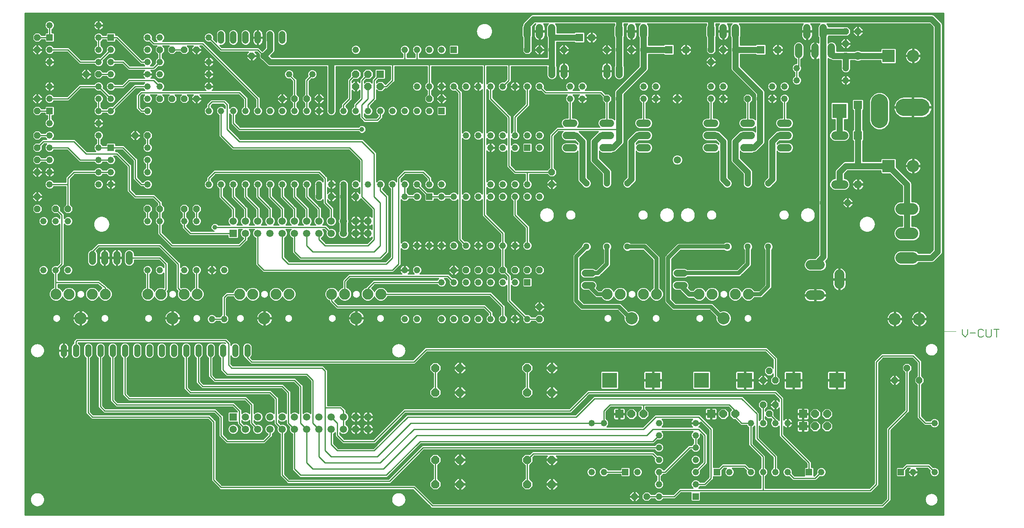
<source format=gbl>
G75*
%MOIN*%
%OFA0B0*%
%FSLAX24Y24*%
%IPPOS*%
%LPD*%
%AMOC8*
5,1,8,0,0,1.08239X$1,22.5*
%
%ADD10C,0.0000*%
%ADD11C,0.0060*%
%ADD12OC8,0.0520*%
%ADD13R,0.1000X0.1000*%
%ADD14C,0.1000*%
%ADD15C,0.0660*%
%ADD16R,0.0660X0.0660*%
%ADD17R,0.0520X0.0520*%
%ADD18C,0.0520*%
%ADD19C,0.0787*%
%ADD20C,0.0600*%
%ADD21C,0.0594*%
%ADD22C,0.0515*%
%ADD23C,0.0886*%
%ADD24C,0.0945*%
%ADD25R,0.0650X0.0650*%
%ADD26OC8,0.0650*%
%ADD27R,0.1227X0.1227*%
%ADD28OC8,0.0660*%
%ADD29C,0.0630*%
%ADD30R,0.0630X0.0630*%
%ADD31C,0.0560*%
%ADD32C,0.0700*%
%ADD33R,0.0594X0.0594*%
%ADD34C,0.0520*%
%ADD35OC8,0.0594*%
%ADD36C,0.1400*%
%ADD37C,0.0050*%
%ADD38C,0.0512*%
%ADD39C,0.0500*%
%ADD40C,0.0100*%
%ADD41C,0.0475*%
%ADD42C,0.1181*%
%ADD43OC8,0.0531*%
%ADD44C,0.0396*%
%ADD45R,0.1181X0.1181*%
%ADD46C,0.0320*%
%ADD47C,0.0400*%
D10*
X000500Y000250D02*
X000500Y015250D01*
X076500Y015250D01*
X074008Y013750D02*
X074010Y013794D01*
X074016Y013838D01*
X074026Y013881D01*
X074039Y013923D01*
X074057Y013963D01*
X074078Y014002D01*
X074102Y014039D01*
X074129Y014074D01*
X074160Y014106D01*
X074193Y014135D01*
X074229Y014161D01*
X074267Y014183D01*
X074307Y014202D01*
X074348Y014218D01*
X074391Y014230D01*
X074434Y014238D01*
X074478Y014242D01*
X074522Y014242D01*
X074566Y014238D01*
X074609Y014230D01*
X074652Y014218D01*
X074693Y014202D01*
X074733Y014183D01*
X074771Y014161D01*
X074807Y014135D01*
X074840Y014106D01*
X074871Y014074D01*
X074898Y014039D01*
X074922Y014002D01*
X074943Y013963D01*
X074961Y013923D01*
X074974Y013881D01*
X074984Y013838D01*
X074990Y013794D01*
X074992Y013750D01*
X074990Y013706D01*
X074984Y013662D01*
X074974Y013619D01*
X074961Y013577D01*
X074943Y013537D01*
X074922Y013498D01*
X074898Y013461D01*
X074871Y013426D01*
X074840Y013394D01*
X074807Y013365D01*
X074771Y013339D01*
X074733Y013317D01*
X074693Y013298D01*
X074652Y013282D01*
X074609Y013270D01*
X074566Y013262D01*
X074522Y013258D01*
X074478Y013258D01*
X074434Y013262D01*
X074391Y013270D01*
X074348Y013282D01*
X074307Y013298D01*
X074267Y013317D01*
X074229Y013339D01*
X074193Y013365D01*
X074160Y013394D01*
X074129Y013426D01*
X074102Y013461D01*
X074078Y013498D01*
X074057Y013537D01*
X074039Y013577D01*
X074026Y013619D01*
X074016Y013662D01*
X074010Y013706D01*
X074008Y013750D01*
X059213Y016313D02*
X059215Y016347D01*
X059221Y016381D01*
X059231Y016414D01*
X059244Y016445D01*
X059262Y016475D01*
X059282Y016503D01*
X059306Y016528D01*
X059332Y016550D01*
X059360Y016568D01*
X059391Y016584D01*
X059423Y016596D01*
X059457Y016604D01*
X059491Y016608D01*
X059525Y016608D01*
X059559Y016604D01*
X059593Y016596D01*
X059625Y016584D01*
X059655Y016568D01*
X059684Y016550D01*
X059710Y016528D01*
X059734Y016503D01*
X059754Y016475D01*
X059772Y016445D01*
X059785Y016414D01*
X059795Y016381D01*
X059801Y016347D01*
X059803Y016313D01*
X059801Y016279D01*
X059795Y016245D01*
X059785Y016212D01*
X059772Y016181D01*
X059754Y016151D01*
X059734Y016123D01*
X059710Y016098D01*
X059684Y016076D01*
X059656Y016058D01*
X059625Y016042D01*
X059593Y016030D01*
X059559Y016022D01*
X059525Y016018D01*
X059491Y016018D01*
X059457Y016022D01*
X059423Y016030D01*
X059391Y016042D01*
X059360Y016058D01*
X059332Y016076D01*
X059306Y016098D01*
X059282Y016123D01*
X059262Y016151D01*
X059244Y016181D01*
X059231Y016212D01*
X059221Y016245D01*
X059215Y016279D01*
X059213Y016313D01*
X055276Y016313D02*
X055278Y016347D01*
X055284Y016381D01*
X055294Y016414D01*
X055307Y016445D01*
X055325Y016475D01*
X055345Y016503D01*
X055369Y016528D01*
X055395Y016550D01*
X055423Y016568D01*
X055454Y016584D01*
X055486Y016596D01*
X055520Y016604D01*
X055554Y016608D01*
X055588Y016608D01*
X055622Y016604D01*
X055656Y016596D01*
X055688Y016584D01*
X055718Y016568D01*
X055747Y016550D01*
X055773Y016528D01*
X055797Y016503D01*
X055817Y016475D01*
X055835Y016445D01*
X055848Y016414D01*
X055858Y016381D01*
X055864Y016347D01*
X055866Y016313D01*
X055864Y016279D01*
X055858Y016245D01*
X055848Y016212D01*
X055835Y016181D01*
X055817Y016151D01*
X055797Y016123D01*
X055773Y016098D01*
X055747Y016076D01*
X055719Y016058D01*
X055688Y016042D01*
X055656Y016030D01*
X055622Y016022D01*
X055588Y016018D01*
X055554Y016018D01*
X055520Y016022D01*
X055486Y016030D01*
X055454Y016042D01*
X055423Y016058D01*
X055395Y016076D01*
X055369Y016098D01*
X055345Y016123D01*
X055325Y016151D01*
X055307Y016181D01*
X055294Y016212D01*
X055284Y016245D01*
X055278Y016279D01*
X055276Y016313D01*
X051713Y016313D02*
X051715Y016347D01*
X051721Y016381D01*
X051731Y016414D01*
X051744Y016445D01*
X051762Y016475D01*
X051782Y016503D01*
X051806Y016528D01*
X051832Y016550D01*
X051860Y016568D01*
X051891Y016584D01*
X051923Y016596D01*
X051957Y016604D01*
X051991Y016608D01*
X052025Y016608D01*
X052059Y016604D01*
X052093Y016596D01*
X052125Y016584D01*
X052155Y016568D01*
X052184Y016550D01*
X052210Y016528D01*
X052234Y016503D01*
X052254Y016475D01*
X052272Y016445D01*
X052285Y016414D01*
X052295Y016381D01*
X052301Y016347D01*
X052303Y016313D01*
X052301Y016279D01*
X052295Y016245D01*
X052285Y016212D01*
X052272Y016181D01*
X052254Y016151D01*
X052234Y016123D01*
X052210Y016098D01*
X052184Y016076D01*
X052156Y016058D01*
X052125Y016042D01*
X052093Y016030D01*
X052059Y016022D01*
X052025Y016018D01*
X051991Y016018D01*
X051957Y016022D01*
X051923Y016030D01*
X051891Y016042D01*
X051860Y016058D01*
X051832Y016076D01*
X051806Y016098D01*
X051782Y016123D01*
X051762Y016151D01*
X051744Y016181D01*
X051731Y016212D01*
X051721Y016245D01*
X051715Y016279D01*
X051713Y016313D01*
X049744Y018281D02*
X049746Y018315D01*
X049752Y018349D01*
X049762Y018382D01*
X049775Y018413D01*
X049793Y018443D01*
X049813Y018471D01*
X049837Y018496D01*
X049863Y018518D01*
X049891Y018536D01*
X049922Y018552D01*
X049954Y018564D01*
X049988Y018572D01*
X050022Y018576D01*
X050056Y018576D01*
X050090Y018572D01*
X050124Y018564D01*
X050156Y018552D01*
X050186Y018536D01*
X050215Y018518D01*
X050241Y018496D01*
X050265Y018471D01*
X050285Y018443D01*
X050303Y018413D01*
X050316Y018382D01*
X050326Y018349D01*
X050332Y018315D01*
X050334Y018281D01*
X050332Y018247D01*
X050326Y018213D01*
X050316Y018180D01*
X050303Y018149D01*
X050285Y018119D01*
X050265Y018091D01*
X050241Y018066D01*
X050215Y018044D01*
X050187Y018026D01*
X050156Y018010D01*
X050124Y017998D01*
X050090Y017990D01*
X050056Y017986D01*
X050022Y017986D01*
X049988Y017990D01*
X049954Y017998D01*
X049922Y018010D01*
X049891Y018026D01*
X049863Y018044D01*
X049837Y018066D01*
X049813Y018091D01*
X049793Y018119D01*
X049775Y018149D01*
X049762Y018180D01*
X049752Y018213D01*
X049746Y018247D01*
X049744Y018281D01*
X047776Y016313D02*
X047778Y016347D01*
X047784Y016381D01*
X047794Y016414D01*
X047807Y016445D01*
X047825Y016475D01*
X047845Y016503D01*
X047869Y016528D01*
X047895Y016550D01*
X047923Y016568D01*
X047954Y016584D01*
X047986Y016596D01*
X048020Y016604D01*
X048054Y016608D01*
X048088Y016608D01*
X048122Y016604D01*
X048156Y016596D01*
X048188Y016584D01*
X048218Y016568D01*
X048247Y016550D01*
X048273Y016528D01*
X048297Y016503D01*
X048317Y016475D01*
X048335Y016445D01*
X048348Y016414D01*
X048358Y016381D01*
X048364Y016347D01*
X048366Y016313D01*
X048364Y016279D01*
X048358Y016245D01*
X048348Y016212D01*
X048335Y016181D01*
X048317Y016151D01*
X048297Y016123D01*
X048273Y016098D01*
X048247Y016076D01*
X048219Y016058D01*
X048188Y016042D01*
X048156Y016030D01*
X048122Y016022D01*
X048088Y016018D01*
X048054Y016018D01*
X048020Y016022D01*
X047986Y016030D01*
X047954Y016042D01*
X047923Y016058D01*
X047895Y016076D01*
X047869Y016098D01*
X047845Y016123D01*
X047825Y016151D01*
X047807Y016181D01*
X047794Y016212D01*
X047784Y016245D01*
X047778Y016279D01*
X047776Y016313D01*
X057244Y018281D02*
X057246Y018315D01*
X057252Y018349D01*
X057262Y018382D01*
X057275Y018413D01*
X057293Y018443D01*
X057313Y018471D01*
X057337Y018496D01*
X057363Y018518D01*
X057391Y018536D01*
X057422Y018552D01*
X057454Y018564D01*
X057488Y018572D01*
X057522Y018576D01*
X057556Y018576D01*
X057590Y018572D01*
X057624Y018564D01*
X057656Y018552D01*
X057686Y018536D01*
X057715Y018518D01*
X057741Y018496D01*
X057765Y018471D01*
X057785Y018443D01*
X057803Y018413D01*
X057816Y018382D01*
X057826Y018349D01*
X057832Y018315D01*
X057834Y018281D01*
X057832Y018247D01*
X057826Y018213D01*
X057816Y018180D01*
X057803Y018149D01*
X057785Y018119D01*
X057765Y018091D01*
X057741Y018066D01*
X057715Y018044D01*
X057687Y018026D01*
X057656Y018010D01*
X057624Y017998D01*
X057590Y017990D01*
X057556Y017986D01*
X057522Y017986D01*
X057488Y017990D01*
X057454Y017998D01*
X057422Y018010D01*
X057391Y018026D01*
X057363Y018044D01*
X057337Y018066D01*
X057313Y018091D01*
X057293Y018119D01*
X057275Y018149D01*
X057262Y018180D01*
X057252Y018213D01*
X057246Y018247D01*
X057244Y018281D01*
X056151Y024750D02*
X056153Y024789D01*
X056159Y024828D01*
X056169Y024866D01*
X056182Y024903D01*
X056199Y024938D01*
X056219Y024972D01*
X056243Y025003D01*
X056270Y025032D01*
X056299Y025058D01*
X056331Y025081D01*
X056365Y025101D01*
X056401Y025117D01*
X056438Y025129D01*
X056477Y025138D01*
X056516Y025143D01*
X056555Y025144D01*
X056594Y025141D01*
X056633Y025134D01*
X056670Y025123D01*
X056707Y025109D01*
X056742Y025091D01*
X056775Y025070D01*
X056806Y025045D01*
X056834Y025018D01*
X056859Y024988D01*
X056881Y024955D01*
X056900Y024921D01*
X056915Y024885D01*
X056927Y024847D01*
X056935Y024809D01*
X056939Y024770D01*
X056939Y024730D01*
X056935Y024691D01*
X056927Y024653D01*
X056915Y024615D01*
X056900Y024579D01*
X056881Y024545D01*
X056859Y024512D01*
X056834Y024482D01*
X056806Y024455D01*
X056775Y024430D01*
X056742Y024409D01*
X056707Y024391D01*
X056670Y024377D01*
X056633Y024366D01*
X056594Y024359D01*
X056555Y024356D01*
X056516Y024357D01*
X056477Y024362D01*
X056438Y024371D01*
X056401Y024383D01*
X056365Y024399D01*
X056331Y024419D01*
X056299Y024442D01*
X056270Y024468D01*
X056243Y024497D01*
X056219Y024528D01*
X056199Y024562D01*
X056182Y024597D01*
X056169Y024634D01*
X056159Y024672D01*
X056153Y024711D01*
X056151Y024750D01*
X054025Y024750D02*
X054027Y024797D01*
X054033Y024845D01*
X054043Y024891D01*
X054056Y024937D01*
X054073Y024981D01*
X054094Y025024D01*
X054119Y025064D01*
X054146Y025103D01*
X054177Y025139D01*
X054211Y025173D01*
X054247Y025204D01*
X054286Y025231D01*
X054326Y025256D01*
X054369Y025277D01*
X054413Y025294D01*
X054459Y025307D01*
X054505Y025317D01*
X054553Y025323D01*
X054600Y025325D01*
X054647Y025323D01*
X054695Y025317D01*
X054741Y025307D01*
X054787Y025294D01*
X054831Y025277D01*
X054874Y025256D01*
X054914Y025231D01*
X054953Y025204D01*
X054989Y025173D01*
X055023Y025139D01*
X055054Y025103D01*
X055081Y025064D01*
X055106Y025024D01*
X055127Y024981D01*
X055144Y024937D01*
X055157Y024891D01*
X055167Y024845D01*
X055173Y024797D01*
X055175Y024750D01*
X055173Y024703D01*
X055167Y024655D01*
X055157Y024609D01*
X055144Y024563D01*
X055127Y024519D01*
X055106Y024476D01*
X055081Y024436D01*
X055054Y024397D01*
X055023Y024361D01*
X054989Y024327D01*
X054953Y024296D01*
X054914Y024269D01*
X054874Y024244D01*
X054831Y024223D01*
X054787Y024206D01*
X054741Y024193D01*
X054695Y024183D01*
X054647Y024177D01*
X054600Y024175D01*
X054553Y024177D01*
X054505Y024183D01*
X054459Y024193D01*
X054413Y024206D01*
X054369Y024223D01*
X054326Y024244D01*
X054286Y024269D01*
X054247Y024296D01*
X054211Y024327D01*
X054177Y024361D01*
X054146Y024397D01*
X054119Y024436D01*
X054094Y024476D01*
X054073Y024519D01*
X054056Y024563D01*
X054043Y024609D01*
X054033Y024655D01*
X054027Y024703D01*
X054025Y024750D01*
X052325Y024750D02*
X052327Y024797D01*
X052333Y024845D01*
X052343Y024891D01*
X052356Y024937D01*
X052373Y024981D01*
X052394Y025024D01*
X052419Y025064D01*
X052446Y025103D01*
X052477Y025139D01*
X052511Y025173D01*
X052547Y025204D01*
X052586Y025231D01*
X052626Y025256D01*
X052669Y025277D01*
X052713Y025294D01*
X052759Y025307D01*
X052805Y025317D01*
X052853Y025323D01*
X052900Y025325D01*
X052947Y025323D01*
X052995Y025317D01*
X053041Y025307D01*
X053087Y025294D01*
X053131Y025277D01*
X053174Y025256D01*
X053214Y025231D01*
X053253Y025204D01*
X053289Y025173D01*
X053323Y025139D01*
X053354Y025103D01*
X053381Y025064D01*
X053406Y025024D01*
X053427Y024981D01*
X053444Y024937D01*
X053457Y024891D01*
X053467Y024845D01*
X053473Y024797D01*
X053475Y024750D01*
X053473Y024703D01*
X053467Y024655D01*
X053457Y024609D01*
X053444Y024563D01*
X053427Y024519D01*
X053406Y024476D01*
X053381Y024436D01*
X053354Y024397D01*
X053323Y024361D01*
X053289Y024327D01*
X053253Y024296D01*
X053214Y024269D01*
X053174Y024244D01*
X053131Y024223D01*
X053087Y024206D01*
X053041Y024193D01*
X052995Y024183D01*
X052947Y024177D01*
X052900Y024175D01*
X052853Y024177D01*
X052805Y024183D01*
X052759Y024193D01*
X052713Y024206D01*
X052669Y024223D01*
X052626Y024244D01*
X052586Y024269D01*
X052547Y024296D01*
X052511Y024327D01*
X052477Y024361D01*
X052446Y024397D01*
X052419Y024436D01*
X052394Y024476D01*
X052373Y024519D01*
X052356Y024563D01*
X052343Y024609D01*
X052333Y024655D01*
X052327Y024703D01*
X052325Y024750D01*
X050551Y024750D02*
X050553Y024789D01*
X050559Y024828D01*
X050569Y024866D01*
X050582Y024903D01*
X050599Y024938D01*
X050619Y024972D01*
X050643Y025003D01*
X050670Y025032D01*
X050699Y025058D01*
X050731Y025081D01*
X050765Y025101D01*
X050801Y025117D01*
X050838Y025129D01*
X050877Y025138D01*
X050916Y025143D01*
X050955Y025144D01*
X050994Y025141D01*
X051033Y025134D01*
X051070Y025123D01*
X051107Y025109D01*
X051142Y025091D01*
X051175Y025070D01*
X051206Y025045D01*
X051234Y025018D01*
X051259Y024988D01*
X051281Y024955D01*
X051300Y024921D01*
X051315Y024885D01*
X051327Y024847D01*
X051335Y024809D01*
X051339Y024770D01*
X051339Y024730D01*
X051335Y024691D01*
X051327Y024653D01*
X051315Y024615D01*
X051300Y024579D01*
X051281Y024545D01*
X051259Y024512D01*
X051234Y024482D01*
X051206Y024455D01*
X051175Y024430D01*
X051142Y024409D01*
X051107Y024391D01*
X051070Y024377D01*
X051033Y024366D01*
X050994Y024359D01*
X050955Y024356D01*
X050916Y024357D01*
X050877Y024362D01*
X050838Y024371D01*
X050801Y024383D01*
X050765Y024399D01*
X050731Y024419D01*
X050699Y024442D01*
X050670Y024468D01*
X050643Y024497D01*
X050619Y024528D01*
X050599Y024562D01*
X050582Y024597D01*
X050569Y024634D01*
X050559Y024672D01*
X050553Y024711D01*
X050551Y024750D01*
X044651Y024750D02*
X044653Y024789D01*
X044659Y024828D01*
X044669Y024866D01*
X044682Y024903D01*
X044699Y024938D01*
X044719Y024972D01*
X044743Y025003D01*
X044770Y025032D01*
X044799Y025058D01*
X044831Y025081D01*
X044865Y025101D01*
X044901Y025117D01*
X044938Y025129D01*
X044977Y025138D01*
X045016Y025143D01*
X045055Y025144D01*
X045094Y025141D01*
X045133Y025134D01*
X045170Y025123D01*
X045207Y025109D01*
X045242Y025091D01*
X045275Y025070D01*
X045306Y025045D01*
X045334Y025018D01*
X045359Y024988D01*
X045381Y024955D01*
X045400Y024921D01*
X045415Y024885D01*
X045427Y024847D01*
X045435Y024809D01*
X045439Y024770D01*
X045439Y024730D01*
X045435Y024691D01*
X045427Y024653D01*
X045415Y024615D01*
X045400Y024579D01*
X045381Y024545D01*
X045359Y024512D01*
X045334Y024482D01*
X045306Y024455D01*
X045275Y024430D01*
X045242Y024409D01*
X045207Y024391D01*
X045170Y024377D01*
X045133Y024366D01*
X045094Y024359D01*
X045055Y024356D01*
X045016Y024357D01*
X044977Y024362D01*
X044938Y024371D01*
X044901Y024383D01*
X044865Y024399D01*
X044831Y024419D01*
X044799Y024442D01*
X044770Y024468D01*
X044743Y024497D01*
X044719Y024528D01*
X044699Y024562D01*
X044682Y024597D01*
X044669Y024634D01*
X044659Y024672D01*
X044653Y024711D01*
X044651Y024750D01*
X042525Y024750D02*
X042527Y024797D01*
X042533Y024845D01*
X042543Y024891D01*
X042556Y024937D01*
X042573Y024981D01*
X042594Y025024D01*
X042619Y025064D01*
X042646Y025103D01*
X042677Y025139D01*
X042711Y025173D01*
X042747Y025204D01*
X042786Y025231D01*
X042826Y025256D01*
X042869Y025277D01*
X042913Y025294D01*
X042959Y025307D01*
X043005Y025317D01*
X043053Y025323D01*
X043100Y025325D01*
X043147Y025323D01*
X043195Y025317D01*
X043241Y025307D01*
X043287Y025294D01*
X043331Y025277D01*
X043374Y025256D01*
X043414Y025231D01*
X043453Y025204D01*
X043489Y025173D01*
X043523Y025139D01*
X043554Y025103D01*
X043581Y025064D01*
X043606Y025024D01*
X043627Y024981D01*
X043644Y024937D01*
X043657Y024891D01*
X043667Y024845D01*
X043673Y024797D01*
X043675Y024750D01*
X043673Y024703D01*
X043667Y024655D01*
X043657Y024609D01*
X043644Y024563D01*
X043627Y024519D01*
X043606Y024476D01*
X043581Y024436D01*
X043554Y024397D01*
X043523Y024361D01*
X043489Y024327D01*
X043453Y024296D01*
X043414Y024269D01*
X043374Y024244D01*
X043331Y024223D01*
X043287Y024206D01*
X043241Y024193D01*
X043195Y024183D01*
X043147Y024177D01*
X043100Y024175D01*
X043053Y024177D01*
X043005Y024183D01*
X042959Y024193D01*
X042913Y024206D01*
X042869Y024223D01*
X042826Y024244D01*
X042786Y024269D01*
X042747Y024296D01*
X042711Y024327D01*
X042677Y024361D01*
X042646Y024397D01*
X042619Y024436D01*
X042594Y024476D01*
X042573Y024519D01*
X042556Y024563D01*
X042543Y024609D01*
X042533Y024655D01*
X042527Y024703D01*
X042525Y024750D01*
X027244Y018281D02*
X027246Y018315D01*
X027252Y018349D01*
X027262Y018382D01*
X027275Y018413D01*
X027293Y018443D01*
X027313Y018471D01*
X027337Y018496D01*
X027363Y018518D01*
X027391Y018536D01*
X027422Y018552D01*
X027454Y018564D01*
X027488Y018572D01*
X027522Y018576D01*
X027556Y018576D01*
X027590Y018572D01*
X027624Y018564D01*
X027656Y018552D01*
X027686Y018536D01*
X027715Y018518D01*
X027741Y018496D01*
X027765Y018471D01*
X027785Y018443D01*
X027803Y018413D01*
X027816Y018382D01*
X027826Y018349D01*
X027832Y018315D01*
X027834Y018281D01*
X027832Y018247D01*
X027826Y018213D01*
X027816Y018180D01*
X027803Y018149D01*
X027785Y018119D01*
X027765Y018091D01*
X027741Y018066D01*
X027715Y018044D01*
X027687Y018026D01*
X027656Y018010D01*
X027624Y017998D01*
X027590Y017990D01*
X027556Y017986D01*
X027522Y017986D01*
X027488Y017990D01*
X027454Y017998D01*
X027422Y018010D01*
X027391Y018026D01*
X027363Y018044D01*
X027337Y018066D01*
X027313Y018091D01*
X027293Y018119D01*
X027275Y018149D01*
X027262Y018180D01*
X027252Y018213D01*
X027246Y018247D01*
X027244Y018281D01*
X025276Y016313D02*
X025278Y016347D01*
X025284Y016381D01*
X025294Y016414D01*
X025307Y016445D01*
X025325Y016475D01*
X025345Y016503D01*
X025369Y016528D01*
X025395Y016550D01*
X025423Y016568D01*
X025454Y016584D01*
X025486Y016596D01*
X025520Y016604D01*
X025554Y016608D01*
X025588Y016608D01*
X025622Y016604D01*
X025656Y016596D01*
X025688Y016584D01*
X025718Y016568D01*
X025747Y016550D01*
X025773Y016528D01*
X025797Y016503D01*
X025817Y016475D01*
X025835Y016445D01*
X025848Y016414D01*
X025858Y016381D01*
X025864Y016347D01*
X025866Y016313D01*
X025864Y016279D01*
X025858Y016245D01*
X025848Y016212D01*
X025835Y016181D01*
X025817Y016151D01*
X025797Y016123D01*
X025773Y016098D01*
X025747Y016076D01*
X025719Y016058D01*
X025688Y016042D01*
X025656Y016030D01*
X025622Y016022D01*
X025588Y016018D01*
X025554Y016018D01*
X025520Y016022D01*
X025486Y016030D01*
X025454Y016042D01*
X025423Y016058D01*
X025395Y016076D01*
X025369Y016098D01*
X025345Y016123D01*
X025325Y016151D01*
X025307Y016181D01*
X025294Y016212D01*
X025284Y016245D01*
X025278Y016279D01*
X025276Y016313D01*
X021713Y016313D02*
X021715Y016347D01*
X021721Y016381D01*
X021731Y016414D01*
X021744Y016445D01*
X021762Y016475D01*
X021782Y016503D01*
X021806Y016528D01*
X021832Y016550D01*
X021860Y016568D01*
X021891Y016584D01*
X021923Y016596D01*
X021957Y016604D01*
X021991Y016608D01*
X022025Y016608D01*
X022059Y016604D01*
X022093Y016596D01*
X022125Y016584D01*
X022155Y016568D01*
X022184Y016550D01*
X022210Y016528D01*
X022234Y016503D01*
X022254Y016475D01*
X022272Y016445D01*
X022285Y016414D01*
X022295Y016381D01*
X022301Y016347D01*
X022303Y016313D01*
X022301Y016279D01*
X022295Y016245D01*
X022285Y016212D01*
X022272Y016181D01*
X022254Y016151D01*
X022234Y016123D01*
X022210Y016098D01*
X022184Y016076D01*
X022156Y016058D01*
X022125Y016042D01*
X022093Y016030D01*
X022059Y016022D01*
X022025Y016018D01*
X021991Y016018D01*
X021957Y016022D01*
X021923Y016030D01*
X021891Y016042D01*
X021860Y016058D01*
X021832Y016076D01*
X021806Y016098D01*
X021782Y016123D01*
X021762Y016151D01*
X021744Y016181D01*
X021731Y016212D01*
X021721Y016245D01*
X021715Y016279D01*
X021713Y016313D01*
X019744Y018281D02*
X019746Y018315D01*
X019752Y018349D01*
X019762Y018382D01*
X019775Y018413D01*
X019793Y018443D01*
X019813Y018471D01*
X019837Y018496D01*
X019863Y018518D01*
X019891Y018536D01*
X019922Y018552D01*
X019954Y018564D01*
X019988Y018572D01*
X020022Y018576D01*
X020056Y018576D01*
X020090Y018572D01*
X020124Y018564D01*
X020156Y018552D01*
X020186Y018536D01*
X020215Y018518D01*
X020241Y018496D01*
X020265Y018471D01*
X020285Y018443D01*
X020303Y018413D01*
X020316Y018382D01*
X020326Y018349D01*
X020332Y018315D01*
X020334Y018281D01*
X020332Y018247D01*
X020326Y018213D01*
X020316Y018180D01*
X020303Y018149D01*
X020285Y018119D01*
X020265Y018091D01*
X020241Y018066D01*
X020215Y018044D01*
X020187Y018026D01*
X020156Y018010D01*
X020124Y017998D01*
X020090Y017990D01*
X020056Y017986D01*
X020022Y017986D01*
X019988Y017990D01*
X019954Y017998D01*
X019922Y018010D01*
X019891Y018026D01*
X019863Y018044D01*
X019837Y018066D01*
X019813Y018091D01*
X019793Y018119D01*
X019775Y018149D01*
X019762Y018180D01*
X019752Y018213D01*
X019746Y018247D01*
X019744Y018281D01*
X017776Y016313D02*
X017778Y016347D01*
X017784Y016381D01*
X017794Y016414D01*
X017807Y016445D01*
X017825Y016475D01*
X017845Y016503D01*
X017869Y016528D01*
X017895Y016550D01*
X017923Y016568D01*
X017954Y016584D01*
X017986Y016596D01*
X018020Y016604D01*
X018054Y016608D01*
X018088Y016608D01*
X018122Y016604D01*
X018156Y016596D01*
X018188Y016584D01*
X018218Y016568D01*
X018247Y016550D01*
X018273Y016528D01*
X018297Y016503D01*
X018317Y016475D01*
X018335Y016445D01*
X018348Y016414D01*
X018358Y016381D01*
X018364Y016347D01*
X018366Y016313D01*
X018364Y016279D01*
X018358Y016245D01*
X018348Y016212D01*
X018335Y016181D01*
X018317Y016151D01*
X018297Y016123D01*
X018273Y016098D01*
X018247Y016076D01*
X018219Y016058D01*
X018188Y016042D01*
X018156Y016030D01*
X018122Y016022D01*
X018088Y016018D01*
X018054Y016018D01*
X018020Y016022D01*
X017986Y016030D01*
X017954Y016042D01*
X017923Y016058D01*
X017895Y016076D01*
X017869Y016098D01*
X017845Y016123D01*
X017825Y016151D01*
X017807Y016181D01*
X017794Y016212D01*
X017784Y016245D01*
X017778Y016279D01*
X017776Y016313D01*
X014213Y016313D02*
X014215Y016347D01*
X014221Y016381D01*
X014231Y016414D01*
X014244Y016445D01*
X014262Y016475D01*
X014282Y016503D01*
X014306Y016528D01*
X014332Y016550D01*
X014360Y016568D01*
X014391Y016584D01*
X014423Y016596D01*
X014457Y016604D01*
X014491Y016608D01*
X014525Y016608D01*
X014559Y016604D01*
X014593Y016596D01*
X014625Y016584D01*
X014655Y016568D01*
X014684Y016550D01*
X014710Y016528D01*
X014734Y016503D01*
X014754Y016475D01*
X014772Y016445D01*
X014785Y016414D01*
X014795Y016381D01*
X014801Y016347D01*
X014803Y016313D01*
X014801Y016279D01*
X014795Y016245D01*
X014785Y016212D01*
X014772Y016181D01*
X014754Y016151D01*
X014734Y016123D01*
X014710Y016098D01*
X014684Y016076D01*
X014656Y016058D01*
X014625Y016042D01*
X014593Y016030D01*
X014559Y016022D01*
X014525Y016018D01*
X014491Y016018D01*
X014457Y016022D01*
X014423Y016030D01*
X014391Y016042D01*
X014360Y016058D01*
X014332Y016076D01*
X014306Y016098D01*
X014282Y016123D01*
X014262Y016151D01*
X014244Y016181D01*
X014231Y016212D01*
X014221Y016245D01*
X014215Y016279D01*
X014213Y016313D01*
X010276Y016313D02*
X010278Y016347D01*
X010284Y016381D01*
X010294Y016414D01*
X010307Y016445D01*
X010325Y016475D01*
X010345Y016503D01*
X010369Y016528D01*
X010395Y016550D01*
X010423Y016568D01*
X010454Y016584D01*
X010486Y016596D01*
X010520Y016604D01*
X010554Y016608D01*
X010588Y016608D01*
X010622Y016604D01*
X010656Y016596D01*
X010688Y016584D01*
X010718Y016568D01*
X010747Y016550D01*
X010773Y016528D01*
X010797Y016503D01*
X010817Y016475D01*
X010835Y016445D01*
X010848Y016414D01*
X010858Y016381D01*
X010864Y016347D01*
X010866Y016313D01*
X010864Y016279D01*
X010858Y016245D01*
X010848Y016212D01*
X010835Y016181D01*
X010817Y016151D01*
X010797Y016123D01*
X010773Y016098D01*
X010747Y016076D01*
X010719Y016058D01*
X010688Y016042D01*
X010656Y016030D01*
X010622Y016022D01*
X010588Y016018D01*
X010554Y016018D01*
X010520Y016022D01*
X010486Y016030D01*
X010454Y016042D01*
X010423Y016058D01*
X010395Y016076D01*
X010369Y016098D01*
X010345Y016123D01*
X010325Y016151D01*
X010307Y016181D01*
X010294Y016212D01*
X010284Y016245D01*
X010278Y016279D01*
X010276Y016313D01*
X006713Y016313D02*
X006715Y016347D01*
X006721Y016381D01*
X006731Y016414D01*
X006744Y016445D01*
X006762Y016475D01*
X006782Y016503D01*
X006806Y016528D01*
X006832Y016550D01*
X006860Y016568D01*
X006891Y016584D01*
X006923Y016596D01*
X006957Y016604D01*
X006991Y016608D01*
X007025Y016608D01*
X007059Y016604D01*
X007093Y016596D01*
X007125Y016584D01*
X007155Y016568D01*
X007184Y016550D01*
X007210Y016528D01*
X007234Y016503D01*
X007254Y016475D01*
X007272Y016445D01*
X007285Y016414D01*
X007295Y016381D01*
X007301Y016347D01*
X007303Y016313D01*
X007301Y016279D01*
X007295Y016245D01*
X007285Y016212D01*
X007272Y016181D01*
X007254Y016151D01*
X007234Y016123D01*
X007210Y016098D01*
X007184Y016076D01*
X007156Y016058D01*
X007125Y016042D01*
X007093Y016030D01*
X007059Y016022D01*
X007025Y016018D01*
X006991Y016018D01*
X006957Y016022D01*
X006923Y016030D01*
X006891Y016042D01*
X006860Y016058D01*
X006832Y016076D01*
X006806Y016098D01*
X006782Y016123D01*
X006762Y016151D01*
X006744Y016181D01*
X006731Y016212D01*
X006721Y016245D01*
X006715Y016279D01*
X006713Y016313D01*
X004744Y018281D02*
X004746Y018315D01*
X004752Y018349D01*
X004762Y018382D01*
X004775Y018413D01*
X004793Y018443D01*
X004813Y018471D01*
X004837Y018496D01*
X004863Y018518D01*
X004891Y018536D01*
X004922Y018552D01*
X004954Y018564D01*
X004988Y018572D01*
X005022Y018576D01*
X005056Y018576D01*
X005090Y018572D01*
X005124Y018564D01*
X005156Y018552D01*
X005186Y018536D01*
X005215Y018518D01*
X005241Y018496D01*
X005265Y018471D01*
X005285Y018443D01*
X005303Y018413D01*
X005316Y018382D01*
X005326Y018349D01*
X005332Y018315D01*
X005334Y018281D01*
X005332Y018247D01*
X005326Y018213D01*
X005316Y018180D01*
X005303Y018149D01*
X005285Y018119D01*
X005265Y018091D01*
X005241Y018066D01*
X005215Y018044D01*
X005187Y018026D01*
X005156Y018010D01*
X005124Y017998D01*
X005090Y017990D01*
X005056Y017986D01*
X005022Y017986D01*
X004988Y017990D01*
X004954Y017998D01*
X004922Y018010D01*
X004891Y018026D01*
X004863Y018044D01*
X004837Y018066D01*
X004813Y018091D01*
X004793Y018119D01*
X004775Y018149D01*
X004762Y018180D01*
X004752Y018213D01*
X004746Y018247D01*
X004744Y018281D01*
X002776Y016313D02*
X002778Y016347D01*
X002784Y016381D01*
X002794Y016414D01*
X002807Y016445D01*
X002825Y016475D01*
X002845Y016503D01*
X002869Y016528D01*
X002895Y016550D01*
X002923Y016568D01*
X002954Y016584D01*
X002986Y016596D01*
X003020Y016604D01*
X003054Y016608D01*
X003088Y016608D01*
X003122Y016604D01*
X003156Y016596D01*
X003188Y016584D01*
X003218Y016568D01*
X003247Y016550D01*
X003273Y016528D01*
X003297Y016503D01*
X003317Y016475D01*
X003335Y016445D01*
X003348Y016414D01*
X003358Y016381D01*
X003364Y016347D01*
X003366Y016313D01*
X003364Y016279D01*
X003358Y016245D01*
X003348Y016212D01*
X003335Y016181D01*
X003317Y016151D01*
X003297Y016123D01*
X003273Y016098D01*
X003247Y016076D01*
X003219Y016058D01*
X003188Y016042D01*
X003156Y016030D01*
X003122Y016022D01*
X003088Y016018D01*
X003054Y016018D01*
X003020Y016022D01*
X002986Y016030D01*
X002954Y016042D01*
X002923Y016058D01*
X002895Y016076D01*
X002869Y016098D01*
X002845Y016123D01*
X002825Y016151D01*
X002807Y016181D01*
X002794Y016212D01*
X002784Y016245D01*
X002778Y016279D01*
X002776Y016313D01*
X000500Y015250D02*
X000500Y041250D01*
X075500Y041250D01*
X075492Y000250D01*
X000500Y000250D01*
X000949Y001500D02*
X000951Y001547D01*
X000957Y001593D01*
X000967Y001639D01*
X000980Y001684D01*
X000998Y001727D01*
X001019Y001769D01*
X001043Y001809D01*
X001071Y001846D01*
X001102Y001881D01*
X001136Y001914D01*
X001172Y001943D01*
X001211Y001969D01*
X001252Y001992D01*
X001295Y002011D01*
X001339Y002027D01*
X001384Y002039D01*
X001430Y002047D01*
X001477Y002051D01*
X001523Y002051D01*
X001570Y002047D01*
X001616Y002039D01*
X001661Y002027D01*
X001705Y002011D01*
X001748Y001992D01*
X001789Y001969D01*
X001828Y001943D01*
X001864Y001914D01*
X001898Y001881D01*
X001929Y001846D01*
X001957Y001809D01*
X001981Y001769D01*
X002002Y001727D01*
X002020Y001684D01*
X002033Y001639D01*
X002043Y001593D01*
X002049Y001547D01*
X002051Y001500D01*
X002049Y001453D01*
X002043Y001407D01*
X002033Y001361D01*
X002020Y001316D01*
X002002Y001273D01*
X001981Y001231D01*
X001957Y001191D01*
X001929Y001154D01*
X001898Y001119D01*
X001864Y001086D01*
X001828Y001057D01*
X001789Y001031D01*
X001748Y001008D01*
X001705Y000989D01*
X001661Y000973D01*
X001616Y000961D01*
X001570Y000953D01*
X001523Y000949D01*
X001477Y000949D01*
X001430Y000953D01*
X001384Y000961D01*
X001339Y000973D01*
X001295Y000989D01*
X001252Y001008D01*
X001211Y001031D01*
X001172Y001057D01*
X001136Y001086D01*
X001102Y001119D01*
X001071Y001154D01*
X001043Y001191D01*
X001019Y001231D01*
X000998Y001273D01*
X000980Y001316D01*
X000967Y001361D01*
X000957Y001407D01*
X000951Y001453D01*
X000949Y001500D01*
X000949Y013673D02*
X000951Y013720D01*
X000957Y013766D01*
X000967Y013812D01*
X000980Y013857D01*
X000998Y013900D01*
X001019Y013942D01*
X001043Y013982D01*
X001071Y014019D01*
X001102Y014054D01*
X001136Y014087D01*
X001172Y014116D01*
X001211Y014142D01*
X001252Y014165D01*
X001295Y014184D01*
X001339Y014200D01*
X001384Y014212D01*
X001430Y014220D01*
X001477Y014224D01*
X001523Y014224D01*
X001570Y014220D01*
X001616Y014212D01*
X001661Y014200D01*
X001705Y014184D01*
X001748Y014165D01*
X001789Y014142D01*
X001828Y014116D01*
X001864Y014087D01*
X001898Y014054D01*
X001929Y014019D01*
X001957Y013982D01*
X001981Y013942D01*
X002002Y013900D01*
X002020Y013857D01*
X002033Y013812D01*
X002043Y013766D01*
X002049Y013720D01*
X002051Y013673D01*
X002049Y013626D01*
X002043Y013580D01*
X002033Y013534D01*
X002020Y013489D01*
X002002Y013446D01*
X001981Y013404D01*
X001957Y013364D01*
X001929Y013327D01*
X001898Y013292D01*
X001864Y013259D01*
X001828Y013230D01*
X001789Y013204D01*
X001748Y013181D01*
X001705Y013162D01*
X001661Y013146D01*
X001616Y013134D01*
X001570Y013126D01*
X001523Y013122D01*
X001477Y013122D01*
X001430Y013126D01*
X001384Y013134D01*
X001339Y013146D01*
X001295Y013162D01*
X001252Y013181D01*
X001211Y013204D01*
X001172Y013230D01*
X001136Y013259D01*
X001102Y013292D01*
X001071Y013327D01*
X001043Y013364D01*
X001019Y013404D01*
X000998Y013446D01*
X000980Y013489D01*
X000967Y013534D01*
X000957Y013580D01*
X000951Y013626D01*
X000949Y013673D01*
X012244Y018281D02*
X012246Y018315D01*
X012252Y018349D01*
X012262Y018382D01*
X012275Y018413D01*
X012293Y018443D01*
X012313Y018471D01*
X012337Y018496D01*
X012363Y018518D01*
X012391Y018536D01*
X012422Y018552D01*
X012454Y018564D01*
X012488Y018572D01*
X012522Y018576D01*
X012556Y018576D01*
X012590Y018572D01*
X012624Y018564D01*
X012656Y018552D01*
X012686Y018536D01*
X012715Y018518D01*
X012741Y018496D01*
X012765Y018471D01*
X012785Y018443D01*
X012803Y018413D01*
X012816Y018382D01*
X012826Y018349D01*
X012832Y018315D01*
X012834Y018281D01*
X012832Y018247D01*
X012826Y018213D01*
X012816Y018180D01*
X012803Y018149D01*
X012785Y018119D01*
X012765Y018091D01*
X012741Y018066D01*
X012715Y018044D01*
X012687Y018026D01*
X012656Y018010D01*
X012624Y017998D01*
X012590Y017990D01*
X012556Y017986D01*
X012522Y017986D01*
X012488Y017990D01*
X012454Y017998D01*
X012422Y018010D01*
X012391Y018026D01*
X012363Y018044D01*
X012337Y018066D01*
X012313Y018091D01*
X012293Y018119D01*
X012275Y018149D01*
X012262Y018180D01*
X012252Y018213D01*
X012246Y018247D01*
X012244Y018281D01*
X006120Y024000D02*
X006122Y024050D01*
X006128Y024100D01*
X006138Y024149D01*
X006152Y024197D01*
X006169Y024244D01*
X006190Y024289D01*
X006215Y024333D01*
X006243Y024374D01*
X006275Y024413D01*
X006309Y024450D01*
X006346Y024484D01*
X006386Y024514D01*
X006428Y024541D01*
X006472Y024565D01*
X006518Y024586D01*
X006565Y024602D01*
X006613Y024615D01*
X006663Y024624D01*
X006712Y024629D01*
X006763Y024630D01*
X006813Y024627D01*
X006862Y024620D01*
X006911Y024609D01*
X006959Y024594D01*
X007005Y024576D01*
X007050Y024554D01*
X007093Y024528D01*
X007134Y024499D01*
X007173Y024467D01*
X007209Y024432D01*
X007241Y024394D01*
X007271Y024354D01*
X007298Y024311D01*
X007321Y024267D01*
X007340Y024221D01*
X007356Y024173D01*
X007368Y024124D01*
X007376Y024075D01*
X007380Y024025D01*
X007380Y023975D01*
X007376Y023925D01*
X007368Y023876D01*
X007356Y023827D01*
X007340Y023779D01*
X007321Y023733D01*
X007298Y023689D01*
X007271Y023646D01*
X007241Y023606D01*
X007209Y023568D01*
X007173Y023533D01*
X007134Y023501D01*
X007093Y023472D01*
X007050Y023446D01*
X007005Y023424D01*
X006959Y023406D01*
X006911Y023391D01*
X006862Y023380D01*
X006813Y023373D01*
X006763Y023370D01*
X006712Y023371D01*
X006663Y023376D01*
X006613Y023385D01*
X006565Y023398D01*
X006518Y023414D01*
X006472Y023435D01*
X006428Y023459D01*
X006386Y023486D01*
X006346Y023516D01*
X006309Y023550D01*
X006275Y023587D01*
X006243Y023626D01*
X006215Y023667D01*
X006190Y023711D01*
X006169Y023756D01*
X006152Y023803D01*
X006138Y023851D01*
X006128Y023900D01*
X006122Y023950D01*
X006120Y024000D01*
X029213Y016313D02*
X029215Y016347D01*
X029221Y016381D01*
X029231Y016414D01*
X029244Y016445D01*
X029262Y016475D01*
X029282Y016503D01*
X029306Y016528D01*
X029332Y016550D01*
X029360Y016568D01*
X029391Y016584D01*
X029423Y016596D01*
X029457Y016604D01*
X029491Y016608D01*
X029525Y016608D01*
X029559Y016604D01*
X029593Y016596D01*
X029625Y016584D01*
X029655Y016568D01*
X029684Y016550D01*
X029710Y016528D01*
X029734Y016503D01*
X029754Y016475D01*
X029772Y016445D01*
X029785Y016414D01*
X029795Y016381D01*
X029801Y016347D01*
X029803Y016313D01*
X029801Y016279D01*
X029795Y016245D01*
X029785Y016212D01*
X029772Y016181D01*
X029754Y016151D01*
X029734Y016123D01*
X029710Y016098D01*
X029684Y016076D01*
X029656Y016058D01*
X029625Y016042D01*
X029593Y016030D01*
X029559Y016022D01*
X029525Y016018D01*
X029491Y016018D01*
X029457Y016022D01*
X029423Y016030D01*
X029391Y016042D01*
X029360Y016058D01*
X029332Y016076D01*
X029306Y016098D01*
X029282Y016123D01*
X029262Y016151D01*
X029244Y016181D01*
X029231Y016212D01*
X029221Y016245D01*
X029215Y016279D01*
X029213Y016313D01*
X030445Y013673D02*
X030447Y013720D01*
X030453Y013766D01*
X030463Y013812D01*
X030476Y013857D01*
X030494Y013900D01*
X030515Y013942D01*
X030539Y013982D01*
X030567Y014019D01*
X030598Y014054D01*
X030632Y014087D01*
X030668Y014116D01*
X030707Y014142D01*
X030748Y014165D01*
X030791Y014184D01*
X030835Y014200D01*
X030880Y014212D01*
X030926Y014220D01*
X030973Y014224D01*
X031019Y014224D01*
X031066Y014220D01*
X031112Y014212D01*
X031157Y014200D01*
X031201Y014184D01*
X031244Y014165D01*
X031285Y014142D01*
X031324Y014116D01*
X031360Y014087D01*
X031394Y014054D01*
X031425Y014019D01*
X031453Y013982D01*
X031477Y013942D01*
X031498Y013900D01*
X031516Y013857D01*
X031529Y013812D01*
X031539Y013766D01*
X031545Y013720D01*
X031547Y013673D01*
X031545Y013626D01*
X031539Y013580D01*
X031529Y013534D01*
X031516Y013489D01*
X031498Y013446D01*
X031477Y013404D01*
X031453Y013364D01*
X031425Y013327D01*
X031394Y013292D01*
X031360Y013259D01*
X031324Y013230D01*
X031285Y013204D01*
X031244Y013181D01*
X031201Y013162D01*
X031157Y013146D01*
X031112Y013134D01*
X031066Y013126D01*
X031019Y013122D01*
X030973Y013122D01*
X030926Y013126D01*
X030880Y013134D01*
X030835Y013146D01*
X030791Y013162D01*
X030748Y013181D01*
X030707Y013204D01*
X030668Y013230D01*
X030632Y013259D01*
X030598Y013292D01*
X030567Y013327D01*
X030539Y013364D01*
X030515Y013404D01*
X030494Y013446D01*
X030476Y013489D01*
X030463Y013534D01*
X030453Y013580D01*
X030447Y013626D01*
X030445Y013673D01*
X030445Y001500D02*
X030447Y001547D01*
X030453Y001593D01*
X030463Y001639D01*
X030476Y001684D01*
X030494Y001727D01*
X030515Y001769D01*
X030539Y001809D01*
X030567Y001846D01*
X030598Y001881D01*
X030632Y001914D01*
X030668Y001943D01*
X030707Y001969D01*
X030748Y001992D01*
X030791Y002011D01*
X030835Y002027D01*
X030880Y002039D01*
X030926Y002047D01*
X030973Y002051D01*
X031019Y002051D01*
X031066Y002047D01*
X031112Y002039D01*
X031157Y002027D01*
X031201Y002011D01*
X031244Y001992D01*
X031285Y001969D01*
X031324Y001943D01*
X031360Y001914D01*
X031394Y001881D01*
X031425Y001846D01*
X031453Y001809D01*
X031477Y001769D01*
X031498Y001727D01*
X031516Y001684D01*
X031529Y001639D01*
X031539Y001593D01*
X031545Y001547D01*
X031547Y001500D01*
X031545Y001453D01*
X031539Y001407D01*
X031529Y001361D01*
X031516Y001316D01*
X031498Y001273D01*
X031477Y001231D01*
X031453Y001191D01*
X031425Y001154D01*
X031394Y001119D01*
X031360Y001086D01*
X031324Y001057D01*
X031285Y001031D01*
X031244Y001008D01*
X031201Y000989D01*
X031157Y000973D01*
X031112Y000961D01*
X031066Y000953D01*
X031019Y000949D01*
X030973Y000949D01*
X030926Y000953D01*
X030880Y000961D01*
X030835Y000973D01*
X030791Y000989D01*
X030748Y001008D01*
X030707Y001031D01*
X030668Y001057D01*
X030632Y001086D01*
X030598Y001119D01*
X030567Y001154D01*
X030539Y001191D01*
X030515Y001231D01*
X030494Y001273D01*
X030476Y001316D01*
X030463Y001361D01*
X030453Y001407D01*
X030447Y001453D01*
X030445Y001500D01*
X068620Y024000D02*
X068622Y024050D01*
X068628Y024100D01*
X068638Y024149D01*
X068652Y024197D01*
X068669Y024244D01*
X068690Y024289D01*
X068715Y024333D01*
X068743Y024374D01*
X068775Y024413D01*
X068809Y024450D01*
X068846Y024484D01*
X068886Y024514D01*
X068928Y024541D01*
X068972Y024565D01*
X069018Y024586D01*
X069065Y024602D01*
X069113Y024615D01*
X069163Y024624D01*
X069212Y024629D01*
X069263Y024630D01*
X069313Y024627D01*
X069362Y024620D01*
X069411Y024609D01*
X069459Y024594D01*
X069505Y024576D01*
X069550Y024554D01*
X069593Y024528D01*
X069634Y024499D01*
X069673Y024467D01*
X069709Y024432D01*
X069741Y024394D01*
X069771Y024354D01*
X069798Y024311D01*
X069821Y024267D01*
X069840Y024221D01*
X069856Y024173D01*
X069868Y024124D01*
X069876Y024075D01*
X069880Y024025D01*
X069880Y023975D01*
X069876Y023925D01*
X069868Y023876D01*
X069856Y023827D01*
X069840Y023779D01*
X069821Y023733D01*
X069798Y023689D01*
X069771Y023646D01*
X069741Y023606D01*
X069709Y023568D01*
X069673Y023533D01*
X069634Y023501D01*
X069593Y023472D01*
X069550Y023446D01*
X069505Y023424D01*
X069459Y023406D01*
X069411Y023391D01*
X069362Y023380D01*
X069313Y023373D01*
X069263Y023370D01*
X069212Y023371D01*
X069163Y023376D01*
X069113Y023385D01*
X069065Y023398D01*
X069018Y023414D01*
X068972Y023435D01*
X068928Y023459D01*
X068886Y023486D01*
X068846Y023516D01*
X068809Y023550D01*
X068775Y023587D01*
X068743Y023626D01*
X068715Y023667D01*
X068690Y023711D01*
X068669Y023756D01*
X068652Y023803D01*
X068638Y023851D01*
X068628Y023900D01*
X068622Y023950D01*
X068620Y024000D01*
X063825Y024750D02*
X063827Y024797D01*
X063833Y024845D01*
X063843Y024891D01*
X063856Y024937D01*
X063873Y024981D01*
X063894Y025024D01*
X063919Y025064D01*
X063946Y025103D01*
X063977Y025139D01*
X064011Y025173D01*
X064047Y025204D01*
X064086Y025231D01*
X064126Y025256D01*
X064169Y025277D01*
X064213Y025294D01*
X064259Y025307D01*
X064305Y025317D01*
X064353Y025323D01*
X064400Y025325D01*
X064447Y025323D01*
X064495Y025317D01*
X064541Y025307D01*
X064587Y025294D01*
X064631Y025277D01*
X064674Y025256D01*
X064714Y025231D01*
X064753Y025204D01*
X064789Y025173D01*
X064823Y025139D01*
X064854Y025103D01*
X064881Y025064D01*
X064906Y025024D01*
X064927Y024981D01*
X064944Y024937D01*
X064957Y024891D01*
X064967Y024845D01*
X064973Y024797D01*
X064975Y024750D01*
X064973Y024703D01*
X064967Y024655D01*
X064957Y024609D01*
X064944Y024563D01*
X064927Y024519D01*
X064906Y024476D01*
X064881Y024436D01*
X064854Y024397D01*
X064823Y024361D01*
X064789Y024327D01*
X064753Y024296D01*
X064714Y024269D01*
X064674Y024244D01*
X064631Y024223D01*
X064587Y024206D01*
X064541Y024193D01*
X064495Y024183D01*
X064447Y024177D01*
X064400Y024175D01*
X064353Y024177D01*
X064305Y024183D01*
X064259Y024193D01*
X064213Y024206D01*
X064169Y024223D01*
X064126Y024244D01*
X064086Y024269D01*
X064047Y024296D01*
X064011Y024327D01*
X063977Y024361D01*
X063946Y024397D01*
X063919Y024436D01*
X063894Y024476D01*
X063873Y024519D01*
X063856Y024563D01*
X063843Y024609D01*
X063833Y024655D01*
X063827Y024703D01*
X063825Y024750D01*
X062061Y024750D02*
X062063Y024789D01*
X062069Y024828D01*
X062079Y024866D01*
X062092Y024903D01*
X062109Y024938D01*
X062129Y024972D01*
X062153Y025003D01*
X062180Y025032D01*
X062209Y025058D01*
X062241Y025081D01*
X062275Y025101D01*
X062311Y025117D01*
X062348Y025129D01*
X062387Y025138D01*
X062426Y025143D01*
X062465Y025144D01*
X062504Y025141D01*
X062543Y025134D01*
X062580Y025123D01*
X062617Y025109D01*
X062652Y025091D01*
X062685Y025070D01*
X062716Y025045D01*
X062744Y025018D01*
X062769Y024988D01*
X062791Y024955D01*
X062810Y024921D01*
X062825Y024885D01*
X062837Y024847D01*
X062845Y024809D01*
X062849Y024770D01*
X062849Y024730D01*
X062845Y024691D01*
X062837Y024653D01*
X062825Y024615D01*
X062810Y024579D01*
X062791Y024545D01*
X062769Y024512D01*
X062744Y024482D01*
X062716Y024455D01*
X062685Y024430D01*
X062652Y024409D01*
X062617Y024391D01*
X062580Y024377D01*
X062543Y024366D01*
X062504Y024359D01*
X062465Y024356D01*
X062426Y024357D01*
X062387Y024362D01*
X062348Y024371D01*
X062311Y024383D01*
X062275Y024399D01*
X062241Y024419D01*
X062209Y024442D01*
X062180Y024468D01*
X062153Y024497D01*
X062129Y024528D01*
X062109Y024562D01*
X062092Y024597D01*
X062079Y024634D01*
X062069Y024672D01*
X062063Y024711D01*
X062061Y024750D01*
X037370Y039750D02*
X037372Y039800D01*
X037378Y039850D01*
X037388Y039899D01*
X037402Y039947D01*
X037419Y039994D01*
X037440Y040039D01*
X037465Y040083D01*
X037493Y040124D01*
X037525Y040163D01*
X037559Y040200D01*
X037596Y040234D01*
X037636Y040264D01*
X037678Y040291D01*
X037722Y040315D01*
X037768Y040336D01*
X037815Y040352D01*
X037863Y040365D01*
X037913Y040374D01*
X037962Y040379D01*
X038013Y040380D01*
X038063Y040377D01*
X038112Y040370D01*
X038161Y040359D01*
X038209Y040344D01*
X038255Y040326D01*
X038300Y040304D01*
X038343Y040278D01*
X038384Y040249D01*
X038423Y040217D01*
X038459Y040182D01*
X038491Y040144D01*
X038521Y040104D01*
X038548Y040061D01*
X038571Y040017D01*
X038590Y039971D01*
X038606Y039923D01*
X038618Y039874D01*
X038626Y039825D01*
X038630Y039775D01*
X038630Y039725D01*
X038626Y039675D01*
X038618Y039626D01*
X038606Y039577D01*
X038590Y039529D01*
X038571Y039483D01*
X038548Y039439D01*
X038521Y039396D01*
X038491Y039356D01*
X038459Y039318D01*
X038423Y039283D01*
X038384Y039251D01*
X038343Y039222D01*
X038300Y039196D01*
X038255Y039174D01*
X038209Y039156D01*
X038161Y039141D01*
X038112Y039130D01*
X038063Y039123D01*
X038013Y039120D01*
X037962Y039121D01*
X037913Y039126D01*
X037863Y039135D01*
X037815Y039148D01*
X037768Y039164D01*
X037722Y039185D01*
X037678Y039209D01*
X037636Y039236D01*
X037596Y039266D01*
X037559Y039300D01*
X037525Y039337D01*
X037493Y039376D01*
X037465Y039417D01*
X037440Y039461D01*
X037419Y039506D01*
X037402Y039553D01*
X037388Y039601D01*
X037378Y039650D01*
X037372Y039700D01*
X037370Y039750D01*
X074008Y001500D02*
X074010Y001544D01*
X074016Y001588D01*
X074026Y001631D01*
X074039Y001673D01*
X074057Y001713D01*
X074078Y001752D01*
X074102Y001789D01*
X074129Y001824D01*
X074160Y001856D01*
X074193Y001885D01*
X074229Y001911D01*
X074267Y001933D01*
X074307Y001952D01*
X074348Y001968D01*
X074391Y001980D01*
X074434Y001988D01*
X074478Y001992D01*
X074522Y001992D01*
X074566Y001988D01*
X074609Y001980D01*
X074652Y001968D01*
X074693Y001952D01*
X074733Y001933D01*
X074771Y001911D01*
X074807Y001885D01*
X074840Y001856D01*
X074871Y001824D01*
X074898Y001789D01*
X074922Y001752D01*
X074943Y001713D01*
X074961Y001673D01*
X074974Y001631D01*
X074984Y001588D01*
X074990Y001544D01*
X074992Y001500D01*
X074990Y001456D01*
X074984Y001412D01*
X074974Y001369D01*
X074961Y001327D01*
X074943Y001287D01*
X074922Y001248D01*
X074898Y001211D01*
X074871Y001176D01*
X074840Y001144D01*
X074807Y001115D01*
X074771Y001089D01*
X074733Y001067D01*
X074693Y001048D01*
X074652Y001032D01*
X074609Y001020D01*
X074566Y001012D01*
X074522Y001008D01*
X074478Y001008D01*
X074434Y001012D01*
X074391Y001020D01*
X074348Y001032D01*
X074307Y001048D01*
X074267Y001067D01*
X074229Y001089D01*
X074193Y001115D01*
X074160Y001144D01*
X074129Y001176D01*
X074102Y001211D01*
X074078Y001248D01*
X074057Y001287D01*
X074039Y001327D01*
X074026Y001369D01*
X074016Y001412D01*
X074010Y001456D01*
X074008Y001500D01*
D11*
X077244Y014780D02*
X077457Y014994D01*
X077457Y015421D01*
X077675Y015100D02*
X078102Y015100D01*
X078319Y015314D02*
X078319Y014887D01*
X078426Y014780D01*
X078639Y014780D01*
X078746Y014887D01*
X078964Y014887D02*
X079070Y014780D01*
X079284Y014780D01*
X079391Y014887D01*
X079391Y015421D01*
X079608Y015421D02*
X080035Y015421D01*
X079822Y015421D02*
X079822Y014780D01*
X078964Y014887D02*
X078964Y015421D01*
X078746Y015314D02*
X078639Y015421D01*
X078426Y015421D01*
X078319Y015314D01*
X077244Y014780D02*
X077030Y014994D01*
X077030Y015421D01*
D12*
X072500Y012250D03*
X071500Y011250D03*
X073500Y011250D03*
X061750Y011250D03*
X061250Y012000D03*
X060750Y011250D03*
X060750Y009250D03*
X061750Y009250D03*
X061250Y008500D03*
X051250Y001750D03*
X050250Y001750D03*
X042500Y016250D03*
X042500Y017250D03*
X042500Y020250D03*
X041500Y020250D03*
X040500Y020250D03*
X039500Y020250D03*
X038500Y020250D03*
X037500Y020250D03*
X036500Y020250D03*
X035500Y020250D03*
X027500Y026250D03*
X026500Y026250D03*
X025500Y026250D03*
X024500Y026250D03*
X014500Y025250D03*
X013500Y025250D03*
X011500Y025250D03*
X010500Y025250D03*
X004000Y025250D03*
X003000Y025250D03*
X001500Y025250D03*
X001500Y026250D03*
X001500Y028250D03*
X001500Y029250D03*
X001500Y030250D03*
X001500Y031250D03*
X001500Y033250D03*
X001500Y034250D03*
X005500Y036250D03*
X006500Y036250D03*
X011500Y034250D03*
X012500Y034250D03*
X013500Y034250D03*
X014500Y034250D03*
X010500Y031250D03*
X009500Y031250D03*
X019000Y037750D03*
X020000Y037750D03*
X014500Y038250D03*
X013500Y038250D03*
X012500Y038250D03*
X011500Y038250D03*
X021500Y034250D03*
X022500Y034250D03*
X023500Y034250D03*
X024500Y034250D03*
X033500Y034250D03*
X034500Y034250D03*
X041500Y038250D03*
X042500Y038250D03*
X043500Y038250D03*
X044500Y038250D03*
X048000Y038250D03*
X049000Y038250D03*
X050000Y038250D03*
X051000Y038250D03*
X056500Y038250D03*
X057500Y038250D03*
X058500Y038250D03*
X056500Y037250D03*
X059500Y034250D03*
X060500Y034250D03*
X067500Y037750D03*
X067500Y038750D03*
X067500Y039750D03*
X068500Y039750D03*
X049000Y034250D03*
X048000Y034250D03*
X043500Y028250D03*
X043500Y027250D03*
X065669Y025750D03*
X067669Y025750D03*
X001500Y038250D03*
X001500Y039250D03*
D13*
X071000Y037750D03*
X071000Y028750D03*
D14*
X073000Y028750D03*
X073000Y037750D03*
X073500Y016250D03*
X071500Y016250D03*
X057539Y016313D03*
X050039Y016313D03*
X027539Y016313D03*
X020039Y016313D03*
X012539Y016313D03*
X005039Y016313D03*
D15*
X068500Y027250D03*
X068500Y037750D03*
D16*
X068500Y033750D03*
X068500Y031250D03*
D17*
X041500Y030250D03*
X034500Y033250D03*
X035500Y038250D03*
X033500Y026250D03*
X041500Y019250D03*
X049500Y003750D03*
X055250Y001750D03*
X057000Y003750D03*
X064500Y003750D03*
X072000Y003750D03*
X007500Y030250D03*
X002500Y033250D03*
X002500Y039250D03*
X007500Y039250D03*
D18*
X006500Y039250D03*
X006500Y038250D03*
X007500Y038250D03*
X007500Y037250D03*
X006500Y037250D03*
X007500Y036250D03*
X007500Y035250D03*
X006500Y035250D03*
X006500Y034250D03*
X007500Y034250D03*
X007500Y033250D03*
X006500Y033250D03*
X006500Y032250D03*
X006500Y031250D03*
X006500Y030250D03*
X006500Y029250D03*
X007500Y029250D03*
X007500Y028250D03*
X006500Y028250D03*
X006500Y027250D03*
X007500Y027250D03*
X010500Y027250D03*
X010500Y028250D03*
X010500Y029250D03*
X010500Y030250D03*
X015500Y027250D03*
X016500Y027250D03*
X017500Y027250D03*
X018500Y027250D03*
X019500Y027250D03*
X020500Y027250D03*
X021500Y027250D03*
X022500Y027250D03*
X023500Y027250D03*
X024500Y027250D03*
X025500Y027250D03*
X026500Y027250D03*
X027500Y027250D03*
X028500Y027250D03*
X029500Y027250D03*
X030500Y027250D03*
X031500Y027250D03*
X032500Y027250D03*
X033500Y027250D03*
X034500Y027250D03*
X034500Y026250D03*
X035500Y026250D03*
X036500Y026250D03*
X037500Y026250D03*
X038500Y026250D03*
X038500Y027250D03*
X039500Y027250D03*
X040500Y027250D03*
X041500Y027250D03*
X041500Y026250D03*
X040500Y026250D03*
X039500Y026250D03*
X042500Y026250D03*
X042500Y030250D03*
X040500Y030250D03*
X039500Y030250D03*
X038500Y030250D03*
X038500Y031250D03*
X037500Y031250D03*
X036500Y031250D03*
X039500Y031250D03*
X040500Y031250D03*
X041500Y031250D03*
X042500Y031250D03*
X045000Y034250D03*
X046000Y034250D03*
X046000Y035250D03*
X045000Y035250D03*
X042500Y035250D03*
X041500Y035250D03*
X040500Y035250D03*
X039500Y035250D03*
X038500Y035250D03*
X037500Y035250D03*
X036500Y035250D03*
X035500Y035250D03*
X034500Y035250D03*
X033500Y035250D03*
X032500Y035250D03*
X032500Y033250D03*
X031500Y033250D03*
X030500Y033250D03*
X029500Y033250D03*
X028500Y033250D03*
X027500Y033250D03*
X026500Y033250D03*
X025500Y033250D03*
X024500Y033250D03*
X023500Y033250D03*
X022500Y033250D03*
X021500Y033250D03*
X020500Y033250D03*
X019500Y033250D03*
X018500Y033250D03*
X017500Y033250D03*
X016500Y033250D03*
X015500Y033250D03*
X015500Y035250D03*
X015500Y036250D03*
X015500Y037250D03*
X015500Y039250D03*
X011500Y039250D03*
X010500Y039250D03*
X010500Y038250D03*
X010500Y037250D03*
X011500Y037250D03*
X011500Y036250D03*
X010500Y036250D03*
X010500Y035250D03*
X011500Y035250D03*
X010500Y034250D03*
X010500Y033250D03*
X002500Y032250D03*
X002500Y031250D03*
X002500Y030250D03*
X002500Y029250D03*
X002500Y028250D03*
X002500Y027250D03*
X002000Y024250D03*
X003000Y024250D03*
X004000Y024250D03*
X010500Y024250D03*
X011500Y024250D03*
X013500Y024250D03*
X014500Y024250D03*
X014500Y020250D03*
X015750Y020250D03*
X016750Y020250D03*
X013500Y020250D03*
X011500Y020250D03*
X010500Y020250D03*
X004000Y020250D03*
X003000Y020250D03*
X002000Y020250D03*
X015750Y016250D03*
X016750Y016250D03*
X031500Y016250D03*
X032500Y016250D03*
X034500Y016250D03*
X035500Y016250D03*
X036500Y016250D03*
X037500Y016250D03*
X038500Y016250D03*
X039500Y016250D03*
X040500Y016250D03*
X041500Y016250D03*
X040500Y019250D03*
X039500Y019250D03*
X038500Y019250D03*
X037500Y019250D03*
X036500Y019250D03*
X035500Y019250D03*
X034500Y019250D03*
X032500Y020250D03*
X031500Y020250D03*
X031500Y022250D03*
X032500Y022250D03*
X033500Y022250D03*
X034500Y022250D03*
X035500Y022250D03*
X036500Y022250D03*
X037500Y022250D03*
X038500Y022250D03*
X039500Y022250D03*
X040500Y022250D03*
X041500Y022250D03*
X032500Y026250D03*
X031500Y026250D03*
X033500Y033250D03*
X033500Y038250D03*
X032500Y038250D03*
X031500Y038250D03*
X034500Y038250D03*
X027500Y038250D03*
X023950Y036250D03*
X022050Y036250D03*
X006500Y040250D03*
X002500Y040250D03*
X002500Y038250D03*
X002500Y037250D03*
X002500Y035250D03*
X002500Y034250D03*
X051000Y034250D03*
X052000Y034250D03*
X052000Y035250D03*
X051000Y035250D03*
X056500Y035250D03*
X057500Y035250D03*
X057500Y034250D03*
X056500Y034250D03*
X061500Y034250D03*
X062500Y034250D03*
X062500Y035250D03*
X061500Y035250D03*
X063500Y035750D03*
X063500Y036750D03*
X067500Y036750D03*
X067500Y035750D03*
X062750Y007750D03*
X061750Y007750D03*
X060750Y007750D03*
X059750Y007750D03*
X055250Y007750D03*
X055250Y006750D03*
X055250Y005750D03*
X055250Y004750D03*
X055250Y003750D03*
X055250Y002750D03*
X052250Y002750D03*
X052250Y001750D03*
X052250Y003750D03*
X052250Y004750D03*
X052250Y005750D03*
X052250Y006750D03*
X052250Y007750D03*
X047750Y007750D03*
X046750Y007750D03*
X046750Y003750D03*
X047750Y003750D03*
X050500Y003750D03*
X058000Y003750D03*
X059750Y003750D03*
X060750Y003750D03*
X061750Y003750D03*
X062750Y003750D03*
X065500Y003750D03*
X073000Y003750D03*
X074750Y003750D03*
X074750Y007750D03*
D19*
X065409Y018203D02*
X064622Y018203D01*
X066984Y019108D02*
X066984Y019896D01*
X065409Y020683D02*
X064622Y020683D01*
D20*
X062800Y030250D02*
X062200Y030250D01*
X062200Y031250D02*
X062800Y031250D01*
X062800Y032250D02*
X062200Y032250D01*
X059800Y032250D02*
X059200Y032250D01*
X059200Y031250D02*
X059800Y031250D01*
X059800Y030250D02*
X059200Y030250D01*
X056800Y030250D02*
X056200Y030250D01*
X056200Y031250D02*
X056800Y031250D01*
X056800Y032250D02*
X056200Y032250D01*
X051300Y032250D02*
X050700Y032250D01*
X050700Y031250D02*
X051300Y031250D01*
X051300Y030250D02*
X050700Y030250D01*
X048300Y030250D02*
X047700Y030250D01*
X047700Y031250D02*
X048300Y031250D01*
X048300Y032250D02*
X047700Y032250D01*
X045300Y032250D02*
X044700Y032250D01*
X044700Y031250D02*
X045300Y031250D01*
X045300Y030250D02*
X044700Y030250D01*
X043500Y039450D02*
X043500Y040050D01*
X042500Y040050D02*
X042500Y039450D01*
X041500Y039450D02*
X041500Y040050D01*
X049000Y040050D02*
X049000Y039450D01*
X050000Y039450D02*
X050000Y040050D01*
X051000Y040050D02*
X051000Y039450D01*
X056500Y039450D02*
X056500Y040050D01*
X057500Y040050D02*
X057500Y039450D01*
X058500Y039450D02*
X058500Y040050D01*
X063661Y038464D02*
X063661Y037864D01*
X065000Y037864D02*
X065000Y038464D01*
X064331Y039439D02*
X064331Y040039D01*
X065669Y040039D02*
X065669Y039439D01*
X066339Y038464D02*
X066339Y037864D01*
D21*
X053750Y034250D03*
X053750Y029250D03*
X028500Y024250D03*
X027500Y024250D03*
X026500Y024250D03*
X025500Y024250D03*
X024500Y024250D03*
X023500Y024250D03*
X022500Y024250D03*
X021500Y024250D03*
X020500Y024250D03*
X019500Y024250D03*
X018500Y024250D03*
X017500Y024250D03*
X018500Y023250D03*
X019500Y023250D03*
X020500Y023250D03*
X021500Y023250D03*
X022500Y023250D03*
X023500Y023250D03*
X024500Y023250D03*
X025500Y023250D03*
X026500Y023250D03*
X027500Y023250D03*
X028500Y023250D03*
X028500Y008250D03*
X027500Y008250D03*
X027500Y007250D03*
X028500Y007250D03*
X026500Y007250D03*
X025500Y007250D03*
X024500Y007250D03*
X023500Y007250D03*
X022500Y007250D03*
X022500Y008250D03*
X023500Y008250D03*
X024500Y008250D03*
X025500Y008250D03*
X026500Y008250D03*
X021500Y008250D03*
X020500Y008250D03*
X019500Y008250D03*
X018500Y008250D03*
X018500Y007250D03*
X019500Y007250D03*
X020500Y007250D03*
X021500Y007250D03*
X017500Y007250D03*
D22*
X017650Y013416D02*
X017650Y013931D01*
X016650Y013931D02*
X016650Y013416D01*
X015650Y013416D02*
X015650Y013931D01*
X014650Y013931D02*
X014650Y013416D01*
X013650Y013416D02*
X013650Y013931D01*
X012650Y013931D02*
X012650Y013416D01*
X011650Y013416D02*
X011650Y013931D01*
X010650Y013931D02*
X010650Y013416D01*
X009650Y013416D02*
X009650Y013931D01*
X008650Y013931D02*
X008650Y013416D01*
X007650Y013416D02*
X007650Y013931D01*
X006650Y013931D02*
X006650Y013416D01*
X005650Y013416D02*
X005650Y013931D01*
X004650Y013931D02*
X004650Y013416D01*
X003650Y013416D02*
X003650Y013931D01*
X018650Y013931D02*
X018650Y013416D01*
D23*
X019094Y018281D03*
X018031Y018281D03*
X020984Y018281D03*
X022047Y018281D03*
X025531Y018281D03*
X026594Y018281D03*
X028484Y018281D03*
X029547Y018281D03*
X014547Y018281D03*
X013484Y018281D03*
X011594Y018281D03*
X010531Y018281D03*
X007047Y018281D03*
X005984Y018281D03*
X004094Y018281D03*
X003031Y018281D03*
X048031Y018281D03*
X049094Y018281D03*
X050984Y018281D03*
X052047Y018281D03*
X055531Y018281D03*
X056594Y018281D03*
X058484Y018281D03*
X059547Y018281D03*
D24*
X072028Y021250D02*
X072973Y021250D01*
X072973Y023250D02*
X072028Y023250D01*
X072028Y025250D02*
X072973Y025250D01*
D25*
X064016Y008494D03*
X064016Y007494D03*
X056516Y008494D03*
X049016Y008494D03*
D26*
X050000Y008494D03*
X050984Y008494D03*
X057500Y008494D03*
X058484Y008494D03*
X065000Y008494D03*
X065984Y008494D03*
X065984Y007494D03*
X065000Y007494D03*
D27*
X063228Y011250D03*
X066772Y011250D03*
X059272Y011250D03*
X055728Y011250D03*
X051772Y011250D03*
X048228Y011250D03*
D28*
X043500Y010250D03*
X041500Y010250D03*
X041500Y012250D03*
X043500Y012250D03*
X036000Y012250D03*
X034000Y012250D03*
X034000Y010250D03*
X036000Y010250D03*
X036000Y004750D03*
X034000Y004750D03*
X034000Y002750D03*
X036000Y002750D03*
X041500Y002750D03*
X043500Y002750D03*
X043500Y004750D03*
X041500Y004750D03*
D29*
X054450Y038250D03*
X046750Y039250D03*
X061950Y038250D03*
D30*
X060550Y038250D03*
X053050Y038250D03*
X045750Y039250D03*
D31*
X044500Y036780D02*
X044500Y036220D01*
X043500Y036220D02*
X043500Y036780D01*
X048000Y036780D02*
X048000Y036220D01*
X049000Y036220D02*
X049000Y036780D01*
X046780Y020000D02*
X046220Y020000D01*
X046220Y019000D02*
X046780Y019000D01*
X053720Y019000D02*
X054280Y019000D01*
X054280Y020000D02*
X053720Y020000D01*
X009000Y020970D02*
X009000Y021530D01*
X008000Y021530D02*
X008000Y020970D01*
X007000Y020970D02*
X007000Y021530D01*
X006000Y021530D02*
X006000Y020970D01*
D32*
X066650Y027250D02*
X067350Y027250D01*
X067350Y031250D02*
X066650Y031250D01*
D33*
X029500Y036250D03*
X017500Y023250D03*
X017500Y008250D03*
D34*
X017500Y038990D02*
X017500Y039510D01*
X016500Y039510D02*
X016500Y038990D01*
X018500Y038990D02*
X018500Y039510D01*
X019500Y039510D02*
X019500Y038990D01*
X020500Y038990D02*
X020500Y039510D01*
X021500Y039510D02*
X021500Y038990D01*
D35*
X027500Y036250D03*
X028500Y036250D03*
X028500Y035250D03*
X027500Y035250D03*
X029500Y035250D03*
D36*
X070250Y033950D02*
X070250Y032550D01*
X072275Y033540D02*
X073675Y033540D01*
D37*
X074090Y033270D02*
X074090Y033810D01*
X071850Y033810D01*
X071850Y033270D01*
X074090Y033270D01*
X070520Y034370D02*
X070520Y032130D01*
X069980Y032130D01*
X069980Y034370D01*
X070520Y034370D01*
D38*
X061175Y027335D03*
X059500Y027335D03*
X057825Y027335D03*
X049675Y027335D03*
X048000Y027335D03*
X046325Y027335D03*
X046325Y022165D03*
X048000Y022165D03*
X049675Y022165D03*
X057825Y022165D03*
X059500Y022165D03*
X061175Y022165D03*
D39*
X065016Y020683D02*
X065669Y021337D01*
X065669Y025750D01*
X065669Y039739D01*
X065805Y039750D01*
X067500Y039750D01*
X066339Y038164D02*
X066339Y037911D01*
X066500Y037750D01*
X067500Y037750D01*
X068500Y037750D01*
X071000Y037750D01*
X067500Y037750D02*
X067500Y036750D01*
X068500Y033750D02*
X068500Y031250D01*
X068500Y028750D01*
X071000Y028750D01*
X072500Y027250D01*
X072500Y025250D01*
X072500Y023250D01*
X074500Y021250D02*
X075000Y021750D01*
X075000Y040250D01*
X074500Y040750D01*
X056500Y040750D01*
X049000Y040750D01*
X042000Y040750D01*
X041500Y040250D01*
X041500Y039750D01*
X041500Y038250D01*
X040000Y037250D02*
X038000Y037250D01*
X033500Y037250D01*
X032500Y037250D01*
X031500Y037250D01*
X030500Y037250D01*
X025500Y037250D01*
X020500Y037250D01*
X020000Y037750D01*
X020500Y038250D01*
X020500Y039250D01*
X025500Y037250D02*
X025500Y033250D01*
X024500Y027250D02*
X024500Y026250D01*
X026500Y026250D02*
X026500Y027250D01*
X026500Y026250D02*
X026500Y024250D01*
X026500Y023250D01*
X045000Y031250D02*
X045500Y031250D01*
X046000Y030750D01*
X046000Y027660D01*
X046325Y027335D01*
X048000Y027335D02*
X048000Y028250D01*
X047000Y029250D01*
X047000Y030750D01*
X047500Y031250D01*
X048000Y031250D01*
X049000Y030750D02*
X048500Y030250D01*
X048000Y030250D01*
X049000Y030750D02*
X049000Y031750D01*
X049000Y034250D01*
X049000Y034750D01*
X051000Y036750D01*
X051000Y038250D01*
X053050Y038250D01*
X051000Y038250D02*
X051000Y039750D01*
X049000Y039750D02*
X049000Y038250D01*
X049000Y036500D01*
X043500Y036500D02*
X043500Y037250D01*
X040000Y037250D01*
X043500Y037250D02*
X043500Y038250D01*
X043500Y039250D01*
X045750Y039250D01*
X043500Y039250D02*
X043500Y039750D01*
X049000Y039750D02*
X049000Y040750D01*
X056500Y040750D02*
X056500Y039750D01*
X056500Y038250D01*
X058500Y038250D02*
X058500Y036750D01*
X060500Y034750D01*
X060500Y034250D01*
X060500Y030750D01*
X060000Y030250D01*
X059500Y030250D01*
X058500Y030750D02*
X058500Y029250D01*
X059500Y028250D01*
X059500Y027335D01*
X061175Y027335D02*
X061500Y027660D01*
X061500Y030750D01*
X062000Y031250D01*
X062500Y031250D01*
X059500Y031250D02*
X059000Y031250D01*
X058500Y030750D01*
X057500Y030750D02*
X057500Y027660D01*
X057825Y027335D01*
X057500Y030750D02*
X057000Y031250D01*
X056500Y031250D01*
X051000Y031250D02*
X050500Y031250D01*
X050000Y030750D01*
X050000Y027660D01*
X049675Y027335D01*
X067000Y027250D02*
X067000Y028250D01*
X067500Y028750D01*
X068500Y028750D01*
X067000Y031250D02*
X067000Y033250D01*
X060550Y038250D02*
X058500Y038250D01*
X058500Y039750D01*
X072500Y021250D02*
X074500Y021250D01*
X057539Y016313D02*
X057437Y016313D01*
X050039Y016313D02*
X049937Y016313D01*
D40*
X075500Y000250D02*
X000500Y000250D01*
X000500Y041250D01*
X075500Y041250D01*
X075500Y000250D01*
X000500Y000250D01*
X000500Y000349D02*
X075500Y000349D01*
X075500Y000447D02*
X000500Y000447D01*
X000500Y000546D02*
X075500Y000546D01*
X075500Y000644D02*
X000500Y000644D01*
X000500Y000743D02*
X075500Y000743D01*
X075500Y000841D02*
X070596Y000841D01*
X070575Y000820D02*
X071075Y001320D01*
X071180Y001425D01*
X071180Y007175D01*
X072575Y008570D01*
X072680Y008675D01*
X072680Y011878D01*
X072890Y012088D01*
X072890Y012412D01*
X072662Y012640D01*
X072338Y012640D01*
X072110Y012412D01*
X072110Y012088D01*
X072320Y011878D01*
X072320Y008825D01*
X070820Y007325D01*
X070820Y001575D01*
X070425Y001180D01*
X033825Y001180D01*
X032325Y002680D01*
X016575Y002680D01*
X016080Y003175D01*
X016080Y007925D01*
X015974Y008030D01*
X015680Y008325D01*
X015575Y008430D01*
X006075Y008430D01*
X005830Y008675D01*
X005830Y013071D01*
X005869Y013087D01*
X005978Y013196D01*
X006037Y013339D01*
X006037Y014008D01*
X005978Y014150D01*
X005869Y014259D01*
X005727Y014318D01*
X005573Y014318D01*
X005430Y014259D01*
X005321Y014150D01*
X005262Y014008D01*
X005262Y013339D01*
X005321Y013196D01*
X005430Y013087D01*
X005470Y013071D01*
X005470Y008526D01*
X005925Y008070D01*
X015425Y008070D01*
X015720Y007776D01*
X015720Y003026D01*
X016320Y002425D01*
X016425Y002320D01*
X032175Y002320D01*
X033570Y000925D01*
X033675Y000820D01*
X070575Y000820D01*
X070694Y000940D02*
X075500Y000940D01*
X075500Y001038D02*
X074801Y001038D01*
X074807Y001040D02*
X074960Y001193D01*
X075042Y001392D01*
X075042Y001608D01*
X074960Y001807D01*
X074807Y001960D01*
X074608Y002042D01*
X074392Y002042D01*
X074193Y001960D01*
X074040Y001807D01*
X073958Y001608D01*
X073958Y001392D01*
X074040Y001193D01*
X074193Y001040D01*
X074392Y000958D01*
X074608Y000958D01*
X074807Y001040D01*
X074903Y001137D02*
X075500Y001137D01*
X075500Y001235D02*
X074977Y001235D01*
X075018Y001334D02*
X075500Y001334D01*
X075500Y001432D02*
X075042Y001432D01*
X075042Y001531D02*
X075500Y001531D01*
X075500Y001629D02*
X075033Y001629D01*
X074993Y001728D02*
X075500Y001728D01*
X075500Y001826D02*
X074941Y001826D01*
X074842Y001925D02*
X075500Y001925D01*
X075500Y002023D02*
X074654Y002023D01*
X074346Y002023D02*
X071180Y002023D01*
X071180Y001925D02*
X074158Y001925D01*
X074059Y001826D02*
X071180Y001826D01*
X071180Y001728D02*
X074007Y001728D01*
X073967Y001629D02*
X071180Y001629D01*
X071180Y001531D02*
X073958Y001531D01*
X073958Y001432D02*
X071180Y001432D01*
X071088Y001334D02*
X073982Y001334D01*
X074023Y001235D02*
X070990Y001235D01*
X070891Y001137D02*
X074097Y001137D01*
X074199Y001038D02*
X070793Y001038D01*
X070500Y001000D02*
X071000Y001500D01*
X071000Y007250D01*
X072500Y008750D01*
X072500Y012250D01*
X072227Y011972D02*
X070180Y011972D01*
X070180Y012070D02*
X072128Y012070D01*
X072110Y012169D02*
X070180Y012169D01*
X070180Y012267D02*
X072110Y012267D01*
X072110Y012366D02*
X070180Y012366D01*
X070180Y012464D02*
X072162Y012464D01*
X072261Y012563D02*
X070180Y012563D01*
X070180Y012661D02*
X073320Y012661D01*
X073320Y012675D02*
X073320Y011622D01*
X073110Y011412D01*
X073110Y011088D01*
X073320Y010878D01*
X073320Y008175D01*
X073820Y007675D01*
X073925Y007570D01*
X074402Y007570D01*
X074419Y007529D01*
X074529Y007419D01*
X074672Y007360D01*
X074828Y007360D01*
X074971Y007419D01*
X075081Y007529D01*
X075140Y007672D01*
X075140Y007828D01*
X075081Y007971D01*
X074971Y008081D01*
X074828Y008140D01*
X074672Y008140D01*
X074529Y008081D01*
X074419Y007971D01*
X074402Y007930D01*
X074075Y007930D01*
X073680Y008325D01*
X073680Y010878D01*
X073890Y011088D01*
X073890Y011412D01*
X073680Y011622D01*
X073680Y012825D01*
X073180Y013325D01*
X073075Y013430D01*
X070425Y013430D01*
X069925Y012930D01*
X069820Y012825D01*
X069820Y002825D01*
X069425Y002430D01*
X060930Y002430D01*
X060930Y003402D01*
X061571Y003402D01*
X061529Y003419D02*
X061672Y003360D01*
X061828Y003360D01*
X061971Y003419D01*
X062081Y003529D01*
X062140Y003672D01*
X062140Y003828D01*
X062081Y003971D01*
X061971Y004081D01*
X061930Y004098D01*
X061930Y005075D01*
X060430Y006575D01*
X060430Y007518D01*
X060529Y007419D01*
X060672Y007360D01*
X060828Y007360D01*
X060971Y007419D01*
X061081Y007529D01*
X061140Y007672D01*
X061140Y007828D01*
X061081Y007971D01*
X060971Y008081D01*
X060930Y008098D01*
X060930Y008268D01*
X061088Y008110D01*
X061385Y008110D01*
X061472Y008023D01*
X061419Y007971D01*
X061360Y007828D01*
X061360Y007672D01*
X061419Y007529D01*
X061529Y007419D01*
X061672Y007360D01*
X061828Y007360D01*
X061971Y007419D01*
X062070Y007518D01*
X062070Y006675D01*
X062175Y006570D01*
X064320Y004425D01*
X064320Y004140D01*
X064186Y004140D01*
X064110Y004064D01*
X064110Y003436D01*
X064116Y003430D01*
X063325Y003430D01*
X063123Y003632D01*
X063140Y003672D01*
X063140Y003828D01*
X063081Y003971D01*
X062971Y004081D01*
X062828Y004140D01*
X062672Y004140D01*
X062529Y004081D01*
X062419Y003971D01*
X062360Y003828D01*
X062360Y003672D01*
X062419Y003529D01*
X062529Y003419D01*
X062672Y003360D01*
X062828Y003360D01*
X062868Y003377D01*
X063070Y003175D01*
X063175Y003070D01*
X065075Y003070D01*
X065382Y003377D01*
X065422Y003360D01*
X065578Y003360D01*
X065721Y003419D01*
X065831Y003529D01*
X065890Y003672D01*
X065890Y003828D01*
X065831Y003971D01*
X065721Y004081D01*
X065578Y004140D01*
X065422Y004140D01*
X065279Y004081D01*
X065169Y003971D01*
X065110Y003828D01*
X065110Y003672D01*
X065127Y003632D01*
X064925Y003430D01*
X064884Y003430D01*
X064890Y003436D01*
X064890Y004064D01*
X064814Y004140D01*
X064680Y004140D01*
X064680Y004575D01*
X062430Y006825D01*
X062430Y007493D01*
X062437Y007483D01*
X062483Y007437D01*
X062535Y007399D01*
X062593Y007370D01*
X062654Y007350D01*
X062718Y007340D01*
X062720Y007340D01*
X062720Y007720D01*
X062780Y007720D01*
X062780Y007780D01*
X062720Y007780D01*
X062720Y008160D01*
X062718Y008160D01*
X062654Y008150D01*
X062593Y008130D01*
X062430Y008130D01*
X062483Y008063D02*
X062437Y008017D01*
X062430Y008007D01*
X062430Y009825D01*
X061930Y010325D01*
X061825Y010430D01*
X046425Y010430D01*
X044925Y008930D01*
X031425Y008930D01*
X028925Y006430D01*
X026575Y006430D01*
X026180Y006825D01*
X026180Y006966D01*
X026258Y006888D01*
X026415Y006823D01*
X026585Y006823D01*
X026742Y006888D01*
X026862Y007008D01*
X026927Y007165D01*
X026927Y007335D01*
X026862Y007492D01*
X026742Y007612D01*
X026680Y007637D01*
X026680Y007863D01*
X026742Y007888D01*
X026862Y008008D01*
X026927Y008165D01*
X026927Y008335D01*
X026862Y008492D01*
X026742Y008612D01*
X026680Y008637D01*
X026680Y008825D01*
X026430Y009075D01*
X026325Y009180D01*
X025180Y009180D01*
X025180Y012075D01*
X025075Y012180D01*
X024825Y012430D01*
X017450Y012430D01*
X017305Y012575D01*
X017305Y013235D01*
X017321Y013196D01*
X017430Y013087D01*
X017573Y013028D01*
X017727Y013028D01*
X017869Y013087D01*
X017978Y013196D01*
X018037Y013339D01*
X018037Y014008D01*
X017978Y014150D01*
X017869Y014259D01*
X017727Y014318D01*
X017573Y014318D01*
X017430Y014259D01*
X017321Y014150D01*
X017305Y014111D01*
X017305Y014325D01*
X017200Y014430D01*
X016950Y014680D01*
X004675Y014680D01*
X004570Y014575D01*
X004470Y014474D01*
X004470Y014276D01*
X004430Y014259D01*
X004321Y014150D01*
X004262Y014008D01*
X004262Y013339D01*
X004321Y013196D01*
X004430Y013087D01*
X004573Y013028D01*
X004727Y013028D01*
X004869Y013087D01*
X004978Y013196D01*
X005037Y013339D01*
X005037Y014008D01*
X004978Y014150D01*
X004869Y014259D01*
X004830Y014276D01*
X004830Y014320D01*
X016800Y014320D01*
X016856Y014265D01*
X016727Y014318D01*
X016573Y014318D01*
X016430Y014259D01*
X016321Y014150D01*
X016262Y014008D01*
X016262Y013339D01*
X016321Y013196D01*
X016430Y013087D01*
X016470Y013071D01*
X016470Y012026D01*
X016820Y011675D01*
X016925Y011570D01*
X023425Y011570D01*
X023820Y011175D01*
X023820Y008534D01*
X023742Y008612D01*
X023585Y008677D01*
X023415Y008677D01*
X023258Y008612D01*
X023180Y008534D01*
X023180Y010825D01*
X023075Y010930D01*
X022575Y011430D01*
X016075Y011430D01*
X015830Y011675D01*
X015830Y013071D01*
X015869Y013087D01*
X015978Y013196D01*
X016037Y013339D01*
X016037Y014008D01*
X015978Y014150D01*
X015869Y014259D01*
X015727Y014318D01*
X015573Y014318D01*
X015430Y014259D01*
X015321Y014150D01*
X015262Y014008D01*
X015262Y013339D01*
X015321Y013196D01*
X015430Y013087D01*
X015470Y013071D01*
X015470Y011526D01*
X015820Y011175D01*
X015925Y011070D01*
X022425Y011070D01*
X022820Y010675D01*
X022820Y008534D01*
X022742Y008612D01*
X022585Y008677D01*
X022415Y008677D01*
X022258Y008612D01*
X022180Y008534D01*
X022180Y010325D01*
X022075Y010430D01*
X021575Y010930D01*
X015075Y010930D01*
X014830Y011175D01*
X014830Y013071D01*
X014869Y013087D01*
X014978Y013196D01*
X015037Y013339D01*
X015037Y014008D01*
X014978Y014150D01*
X014869Y014259D01*
X014727Y014318D01*
X014573Y014318D01*
X014430Y014259D01*
X014321Y014150D01*
X014262Y014008D01*
X014262Y013339D01*
X014321Y013196D01*
X014430Y013087D01*
X014470Y013071D01*
X014470Y011026D01*
X014820Y010675D01*
X014925Y010570D01*
X021425Y010570D01*
X021820Y010175D01*
X021820Y008534D01*
X021742Y008612D01*
X021585Y008677D01*
X021415Y008677D01*
X021258Y008612D01*
X021180Y008534D01*
X021180Y009825D01*
X021075Y009930D01*
X020575Y010430D01*
X014075Y010430D01*
X013830Y010675D01*
X013830Y013071D01*
X013869Y013087D01*
X013978Y013196D01*
X014037Y013339D01*
X014037Y014008D01*
X013978Y014150D01*
X013869Y014259D01*
X013727Y014318D01*
X013573Y014318D01*
X013430Y014259D01*
X013321Y014150D01*
X013262Y014008D01*
X013262Y013339D01*
X013321Y013196D01*
X013430Y013087D01*
X013470Y013071D01*
X013470Y010526D01*
X013820Y010175D01*
X013925Y010070D01*
X020425Y010070D01*
X020820Y009675D01*
X020820Y008534D01*
X020742Y008612D01*
X020585Y008677D01*
X020415Y008677D01*
X020258Y008612D01*
X020138Y008492D01*
X020073Y008335D01*
X020073Y008165D01*
X020138Y008008D01*
X020258Y007888D01*
X020415Y007823D01*
X020585Y007823D01*
X020742Y007888D01*
X020820Y007966D01*
X020820Y007675D01*
X021099Y007397D01*
X021073Y007335D01*
X021073Y007165D01*
X021138Y007008D01*
X021258Y006888D01*
X021320Y006863D01*
X021320Y003425D01*
X021820Y002925D01*
X021925Y002820D01*
X030325Y002820D01*
X033075Y005570D01*
X051902Y005570D01*
X051919Y005529D01*
X052029Y005419D01*
X052172Y005360D01*
X052328Y005360D01*
X052471Y005419D01*
X052581Y005529D01*
X052640Y005672D01*
X052640Y005828D01*
X052581Y005971D01*
X052471Y006081D01*
X052328Y006140D01*
X052172Y006140D01*
X052029Y006081D01*
X051919Y005971D01*
X051902Y005930D01*
X032925Y005930D01*
X032820Y005825D01*
X030175Y003180D01*
X022075Y003180D01*
X021680Y003575D01*
X021680Y006863D01*
X021742Y006888D01*
X021862Y007008D01*
X021927Y007165D01*
X021927Y007335D01*
X021862Y007492D01*
X021742Y007612D01*
X021585Y007677D01*
X021415Y007677D01*
X021353Y007651D01*
X021180Y007825D01*
X021180Y007966D01*
X021258Y007888D01*
X021415Y007823D01*
X021585Y007823D01*
X021742Y007888D01*
X021820Y007966D01*
X021820Y007675D01*
X022099Y007397D01*
X022073Y007335D01*
X022073Y007165D01*
X022138Y007008D01*
X022258Y006888D01*
X022320Y006863D01*
X022320Y003925D01*
X022425Y003820D01*
X022925Y003320D01*
X030075Y003320D01*
X030180Y003425D01*
X032825Y006070D01*
X051825Y006070D01*
X051930Y006175D01*
X052132Y006377D01*
X052172Y006360D01*
X052328Y006360D01*
X052471Y006419D01*
X052581Y006529D01*
X052640Y006672D01*
X052640Y006828D01*
X052581Y006971D01*
X052482Y007070D01*
X055018Y007070D01*
X054919Y006971D01*
X054860Y006828D01*
X054860Y006672D01*
X054919Y006529D01*
X055029Y006419D01*
X055070Y006402D01*
X055070Y006098D01*
X055029Y006081D01*
X054919Y005971D01*
X054902Y005930D01*
X054675Y005930D01*
X052675Y003930D01*
X052598Y003930D01*
X052581Y003971D01*
X052471Y004081D01*
X052328Y004140D01*
X052172Y004140D01*
X052029Y004081D01*
X051919Y003971D01*
X051860Y003828D01*
X051860Y003672D01*
X051919Y003529D01*
X052029Y003419D01*
X052070Y003402D01*
X050679Y003402D01*
X050721Y003419D02*
X050831Y003529D01*
X050890Y003672D01*
X050890Y003828D01*
X050831Y003971D01*
X050721Y004081D01*
X050578Y004140D01*
X050422Y004140D01*
X050279Y004081D01*
X050169Y003971D01*
X050110Y003828D01*
X050110Y003672D01*
X050169Y003529D01*
X050279Y003419D01*
X050422Y003360D01*
X050578Y003360D01*
X050721Y003419D01*
X050802Y003501D02*
X051948Y003501D01*
X051890Y003599D02*
X050860Y003599D01*
X050890Y003698D02*
X051860Y003698D01*
X051860Y003796D02*
X050890Y003796D01*
X050862Y003895D02*
X051888Y003895D01*
X051941Y003993D02*
X050809Y003993D01*
X050695Y004092D02*
X052055Y004092D01*
X052172Y004360D02*
X052328Y004360D01*
X052471Y004419D01*
X052581Y004529D01*
X052640Y004672D01*
X052640Y004828D01*
X052581Y004971D01*
X052471Y005081D01*
X052328Y005140D01*
X052172Y005140D01*
X052132Y005123D01*
X051825Y005430D01*
X041925Y005430D01*
X041698Y005203D01*
X041691Y005210D01*
X041309Y005210D01*
X041040Y004941D01*
X041040Y004559D01*
X041309Y004290D01*
X041320Y004290D01*
X041320Y003210D01*
X041309Y003210D01*
X041040Y002941D01*
X041040Y002559D01*
X041309Y002290D01*
X041691Y002290D01*
X041960Y002559D01*
X041960Y002941D01*
X041691Y003210D01*
X041680Y003210D01*
X041680Y004290D01*
X041691Y004290D01*
X041960Y004559D01*
X041960Y004941D01*
X041953Y004948D01*
X042075Y005070D01*
X043141Y005070D01*
X043020Y004949D01*
X043020Y004800D01*
X043450Y004800D01*
X043450Y004700D01*
X043550Y004700D01*
X043550Y004800D01*
X043980Y004800D01*
X043980Y004949D01*
X043859Y005070D01*
X051675Y005070D01*
X051877Y004868D01*
X051860Y004828D01*
X051860Y004672D01*
X051919Y004529D01*
X052029Y004419D01*
X052172Y004360D01*
X052107Y004387D02*
X043816Y004387D01*
X043914Y004486D02*
X051963Y004486D01*
X051897Y004584D02*
X043980Y004584D01*
X043980Y004551D02*
X043980Y004700D01*
X043550Y004700D01*
X043550Y004270D01*
X043699Y004270D01*
X043980Y004551D01*
X043980Y004683D02*
X051860Y004683D01*
X051860Y004781D02*
X043550Y004781D01*
X043550Y004683D02*
X043450Y004683D01*
X043450Y004700D02*
X043450Y004270D01*
X043301Y004270D01*
X043020Y004551D01*
X043020Y004700D01*
X043450Y004700D01*
X043450Y004781D02*
X041960Y004781D01*
X041960Y004683D02*
X043020Y004683D01*
X043020Y004584D02*
X041960Y004584D01*
X041886Y004486D02*
X043086Y004486D01*
X043184Y004387D02*
X041788Y004387D01*
X041680Y004289D02*
X043283Y004289D01*
X043450Y004289D02*
X043550Y004289D01*
X043550Y004387D02*
X043450Y004387D01*
X043450Y004486D02*
X043550Y004486D01*
X043550Y004584D02*
X043450Y004584D01*
X043717Y004289D02*
X053034Y004289D01*
X053132Y004387D02*
X052393Y004387D01*
X052537Y004486D02*
X053231Y004486D01*
X053329Y004584D02*
X052603Y004584D01*
X052640Y004683D02*
X053428Y004683D01*
X053526Y004781D02*
X052640Y004781D01*
X052618Y004880D02*
X053625Y004880D01*
X053723Y004978D02*
X052574Y004978D01*
X052475Y005077D02*
X053822Y005077D01*
X053920Y005175D02*
X052080Y005175D01*
X051981Y005274D02*
X054019Y005274D01*
X054117Y005372D02*
X052357Y005372D01*
X052522Y005471D02*
X054216Y005471D01*
X054314Y005569D02*
X052597Y005569D01*
X052638Y005668D02*
X054413Y005668D01*
X054511Y005766D02*
X052640Y005766D01*
X052625Y005865D02*
X054610Y005865D01*
X054750Y005750D02*
X052750Y003750D01*
X052250Y003750D01*
X052250Y002750D01*
X051894Y002910D02*
X043980Y002910D01*
X043980Y002949D02*
X043699Y003230D01*
X043550Y003230D01*
X043550Y002800D01*
X043450Y002800D01*
X043450Y003230D01*
X043301Y003230D01*
X043020Y002949D01*
X043020Y002800D01*
X043450Y002800D01*
X043450Y002700D01*
X043020Y002700D01*
X043020Y002551D01*
X043301Y002270D01*
X043450Y002270D01*
X043450Y002700D01*
X043550Y002700D01*
X043550Y002800D01*
X043980Y002800D01*
X043980Y002949D01*
X043921Y003008D02*
X051956Y003008D01*
X051919Y002971D02*
X051860Y002828D01*
X051860Y002672D01*
X051919Y002529D01*
X052029Y002419D01*
X052172Y002360D01*
X052328Y002360D01*
X052471Y002419D01*
X052581Y002529D01*
X052640Y002672D01*
X052640Y002828D01*
X052581Y002971D01*
X052471Y003081D01*
X052430Y003098D01*
X052430Y003402D01*
X055071Y003402D01*
X055029Y003419D02*
X055172Y003360D01*
X055328Y003360D01*
X055471Y003419D01*
X055581Y003529D01*
X055640Y003672D01*
X055640Y003828D01*
X055623Y003868D01*
X056180Y004425D01*
X056180Y006825D01*
X055680Y007325D01*
X055575Y007430D01*
X055507Y007430D01*
X055517Y007437D01*
X055563Y007483D01*
X055601Y007535D01*
X055630Y007593D01*
X055650Y007654D01*
X055660Y007718D01*
X055660Y007720D01*
X055280Y007720D01*
X055280Y007780D01*
X055660Y007780D01*
X055660Y007782D01*
X055650Y007845D01*
X056320Y007175D01*
X056320Y003325D01*
X055925Y002930D01*
X055598Y002930D01*
X055581Y002971D01*
X055471Y003081D01*
X055328Y003140D01*
X055172Y003140D01*
X055029Y003081D01*
X054919Y002971D01*
X054860Y002828D01*
X054860Y002672D01*
X054919Y002529D01*
X055018Y002430D01*
X053925Y002430D01*
X053820Y002325D01*
X053425Y001930D01*
X052598Y001930D01*
X052581Y001971D01*
X052471Y002081D01*
X052328Y002140D01*
X052172Y002140D01*
X052029Y002081D01*
X051919Y001971D01*
X051902Y001930D01*
X051622Y001930D01*
X051412Y002140D01*
X051088Y002140D01*
X050860Y001912D01*
X050860Y001588D01*
X051088Y001360D01*
X051412Y001360D01*
X051622Y001570D01*
X051902Y001570D01*
X051919Y001529D01*
X052029Y001419D01*
X052172Y001360D01*
X052328Y001360D01*
X052471Y001419D01*
X052581Y001529D01*
X052598Y001570D01*
X053575Y001570D01*
X054075Y002070D01*
X054866Y002070D01*
X054860Y002064D01*
X054860Y001436D01*
X054936Y001360D01*
X055564Y001360D01*
X055640Y001436D01*
X055640Y002064D01*
X055634Y002070D01*
X069575Y002070D01*
X069680Y002175D01*
X070180Y002675D01*
X070180Y012675D01*
X070575Y013070D01*
X072925Y013070D01*
X073320Y012675D01*
X073320Y012563D02*
X072739Y012563D01*
X072838Y012464D02*
X073320Y012464D01*
X073320Y012366D02*
X072890Y012366D01*
X072890Y012267D02*
X073320Y012267D01*
X073320Y012169D02*
X072890Y012169D01*
X072872Y012070D02*
X073320Y012070D01*
X073320Y011972D02*
X072773Y011972D01*
X072680Y011873D02*
X073320Y011873D01*
X073320Y011775D02*
X072680Y011775D01*
X072680Y011676D02*
X073320Y011676D01*
X073276Y011578D02*
X072680Y011578D01*
X072680Y011479D02*
X073177Y011479D01*
X073110Y011381D02*
X072680Y011381D01*
X072680Y011282D02*
X073110Y011282D01*
X073110Y011184D02*
X072680Y011184D01*
X072680Y011085D02*
X073113Y011085D01*
X073212Y010987D02*
X072680Y010987D01*
X072680Y010888D02*
X073310Y010888D01*
X073320Y010790D02*
X072680Y010790D01*
X072680Y010691D02*
X073320Y010691D01*
X073320Y010593D02*
X072680Y010593D01*
X072680Y010494D02*
X073320Y010494D01*
X073320Y010396D02*
X072680Y010396D01*
X072680Y010297D02*
X073320Y010297D01*
X073320Y010199D02*
X072680Y010199D01*
X072680Y010100D02*
X073320Y010100D01*
X073320Y010002D02*
X072680Y010002D01*
X072680Y009903D02*
X073320Y009903D01*
X073320Y009805D02*
X072680Y009805D01*
X072680Y009706D02*
X073320Y009706D01*
X073320Y009608D02*
X072680Y009608D01*
X072680Y009509D02*
X073320Y009509D01*
X073320Y009411D02*
X072680Y009411D01*
X072680Y009312D02*
X073320Y009312D01*
X073320Y009214D02*
X072680Y009214D01*
X072680Y009115D02*
X073320Y009115D01*
X073320Y009017D02*
X072680Y009017D01*
X072680Y008918D02*
X073320Y008918D01*
X073320Y008820D02*
X072680Y008820D01*
X072680Y008721D02*
X073320Y008721D01*
X073320Y008623D02*
X072627Y008623D01*
X072529Y008524D02*
X073320Y008524D01*
X073320Y008426D02*
X072430Y008426D01*
X072332Y008327D02*
X073320Y008327D01*
X073320Y008229D02*
X072233Y008229D01*
X072135Y008130D02*
X073365Y008130D01*
X073464Y008032D02*
X072036Y008032D01*
X071938Y007933D02*
X073562Y007933D01*
X073661Y007835D02*
X071839Y007835D01*
X071741Y007736D02*
X073759Y007736D01*
X073858Y007638D02*
X071642Y007638D01*
X071544Y007539D02*
X074415Y007539D01*
X074508Y007441D02*
X071445Y007441D01*
X071347Y007342D02*
X075500Y007342D01*
X075500Y007244D02*
X071248Y007244D01*
X071180Y007145D02*
X075500Y007145D01*
X075500Y007047D02*
X071180Y007047D01*
X071180Y006948D02*
X075500Y006948D01*
X075500Y006850D02*
X071180Y006850D01*
X071180Y006751D02*
X075500Y006751D01*
X075500Y006653D02*
X071180Y006653D01*
X071180Y006554D02*
X075500Y006554D01*
X075500Y006456D02*
X071180Y006456D01*
X071180Y006357D02*
X075500Y006357D01*
X075500Y006259D02*
X071180Y006259D01*
X071180Y006160D02*
X075500Y006160D01*
X075500Y006062D02*
X071180Y006062D01*
X071180Y005963D02*
X075500Y005963D01*
X075500Y005865D02*
X071180Y005865D01*
X071180Y005766D02*
X075500Y005766D01*
X075500Y005668D02*
X071180Y005668D01*
X071180Y005569D02*
X075500Y005569D01*
X075500Y005471D02*
X071180Y005471D01*
X071180Y005372D02*
X075500Y005372D01*
X075500Y005274D02*
X071180Y005274D01*
X071180Y005175D02*
X075500Y005175D01*
X075500Y005077D02*
X071180Y005077D01*
X071180Y004978D02*
X075500Y004978D01*
X075500Y004880D02*
X071180Y004880D01*
X071180Y004781D02*
X075500Y004781D01*
X075500Y004683D02*
X071180Y004683D01*
X071180Y004584D02*
X075500Y004584D01*
X075500Y004486D02*
X071180Y004486D01*
X071180Y004387D02*
X072382Y004387D01*
X072425Y004430D02*
X072320Y004325D01*
X072135Y004140D01*
X071686Y004140D01*
X071610Y004064D01*
X071610Y003436D01*
X071686Y003360D01*
X072314Y003360D01*
X072390Y003436D01*
X072390Y003885D01*
X072575Y004070D01*
X072743Y004070D01*
X072733Y004063D01*
X072687Y004017D01*
X072649Y003965D01*
X072620Y003907D01*
X072600Y003846D01*
X072590Y003782D01*
X072590Y003780D01*
X072970Y003780D01*
X072970Y003720D01*
X073030Y003720D01*
X073030Y003780D01*
X073410Y003780D01*
X073410Y003782D01*
X073400Y003846D01*
X073380Y003907D01*
X073351Y003965D01*
X073313Y004017D01*
X073267Y004063D01*
X073257Y004070D01*
X074175Y004070D01*
X074377Y003868D01*
X074360Y003828D01*
X074360Y003672D01*
X074419Y003529D01*
X074529Y003419D01*
X074672Y003360D01*
X074828Y003360D01*
X074971Y003419D01*
X075081Y003529D01*
X075140Y003672D01*
X075140Y003828D01*
X075081Y003971D01*
X074971Y004081D01*
X074828Y004140D01*
X074672Y004140D01*
X074632Y004123D01*
X074325Y004430D01*
X072425Y004430D01*
X072500Y004250D02*
X074250Y004250D01*
X074750Y003750D01*
X075110Y003599D02*
X075500Y003599D01*
X075500Y003501D02*
X075052Y003501D01*
X074929Y003402D02*
X075500Y003402D01*
X075500Y003304D02*
X071180Y003304D01*
X071180Y003402D02*
X071644Y003402D01*
X071610Y003501D02*
X071180Y003501D01*
X071180Y003599D02*
X071610Y003599D01*
X071610Y003698D02*
X071180Y003698D01*
X071180Y003796D02*
X071610Y003796D01*
X071610Y003895D02*
X071180Y003895D01*
X071180Y003993D02*
X071610Y003993D01*
X071638Y004092D02*
X071180Y004092D01*
X071180Y004190D02*
X072185Y004190D01*
X072284Y004289D02*
X071180Y004289D01*
X070820Y004289D02*
X070180Y004289D01*
X070180Y004387D02*
X070820Y004387D01*
X070820Y004486D02*
X070180Y004486D01*
X070180Y004584D02*
X070820Y004584D01*
X070820Y004683D02*
X070180Y004683D01*
X070180Y004781D02*
X070820Y004781D01*
X070820Y004880D02*
X070180Y004880D01*
X070180Y004978D02*
X070820Y004978D01*
X070820Y005077D02*
X070180Y005077D01*
X070180Y005175D02*
X070820Y005175D01*
X070820Y005274D02*
X070180Y005274D01*
X070180Y005372D02*
X070820Y005372D01*
X070820Y005471D02*
X070180Y005471D01*
X070180Y005569D02*
X070820Y005569D01*
X070820Y005668D02*
X070180Y005668D01*
X070180Y005766D02*
X070820Y005766D01*
X070820Y005865D02*
X070180Y005865D01*
X070180Y005963D02*
X070820Y005963D01*
X070820Y006062D02*
X070180Y006062D01*
X070180Y006160D02*
X070820Y006160D01*
X070820Y006259D02*
X070180Y006259D01*
X070180Y006357D02*
X070820Y006357D01*
X070820Y006456D02*
X070180Y006456D01*
X070180Y006554D02*
X070820Y006554D01*
X070820Y006653D02*
X070180Y006653D01*
X070180Y006751D02*
X070820Y006751D01*
X070820Y006850D02*
X070180Y006850D01*
X070180Y006948D02*
X070820Y006948D01*
X070820Y007047D02*
X070180Y007047D01*
X070180Y007145D02*
X070820Y007145D01*
X070820Y007244D02*
X070180Y007244D01*
X070180Y007342D02*
X070837Y007342D01*
X070936Y007441D02*
X070180Y007441D01*
X070180Y007539D02*
X071034Y007539D01*
X071133Y007638D02*
X070180Y007638D01*
X070180Y007736D02*
X071231Y007736D01*
X071330Y007835D02*
X070180Y007835D01*
X070180Y007933D02*
X071428Y007933D01*
X071527Y008032D02*
X070180Y008032D01*
X070180Y008130D02*
X071625Y008130D01*
X071724Y008229D02*
X070180Y008229D01*
X070180Y008327D02*
X071822Y008327D01*
X071921Y008426D02*
X070180Y008426D01*
X070180Y008524D02*
X072019Y008524D01*
X072118Y008623D02*
X070180Y008623D01*
X070180Y008721D02*
X072216Y008721D01*
X072315Y008820D02*
X070180Y008820D01*
X070180Y008918D02*
X072320Y008918D01*
X072320Y009017D02*
X070180Y009017D01*
X070180Y009115D02*
X072320Y009115D01*
X072320Y009214D02*
X070180Y009214D01*
X070180Y009312D02*
X072320Y009312D01*
X072320Y009411D02*
X070180Y009411D01*
X070180Y009509D02*
X072320Y009509D01*
X072320Y009608D02*
X070180Y009608D01*
X070180Y009706D02*
X072320Y009706D01*
X072320Y009805D02*
X070180Y009805D01*
X070180Y009903D02*
X072320Y009903D01*
X072320Y010002D02*
X070180Y010002D01*
X070180Y010100D02*
X072320Y010100D01*
X072320Y010199D02*
X070180Y010199D01*
X070180Y010297D02*
X072320Y010297D01*
X072320Y010396D02*
X070180Y010396D01*
X070180Y010494D02*
X072320Y010494D01*
X072320Y010593D02*
X070180Y010593D01*
X070180Y010691D02*
X072320Y010691D01*
X072320Y010790D02*
X070180Y010790D01*
X070180Y010888D02*
X071282Y010888D01*
X071330Y010840D02*
X071470Y010840D01*
X071470Y011220D01*
X071530Y011220D01*
X071530Y011280D01*
X071910Y011280D01*
X071910Y011420D01*
X071670Y011660D01*
X071530Y011660D01*
X071530Y011280D01*
X071470Y011280D01*
X071470Y011660D01*
X071330Y011660D01*
X071090Y011420D01*
X071090Y011280D01*
X071470Y011280D01*
X071470Y011220D01*
X071090Y011220D01*
X071090Y011080D01*
X071330Y010840D01*
X071470Y010888D02*
X071530Y010888D01*
X071530Y010840D02*
X071670Y010840D01*
X071910Y011080D01*
X071910Y011220D01*
X071530Y011220D01*
X071530Y010840D01*
X071530Y010987D02*
X071470Y010987D01*
X071470Y011085D02*
X071530Y011085D01*
X071530Y011184D02*
X071470Y011184D01*
X071470Y011282D02*
X071530Y011282D01*
X071530Y011381D02*
X071470Y011381D01*
X071470Y011479D02*
X071530Y011479D01*
X071530Y011578D02*
X071470Y011578D01*
X071248Y011578D02*
X070180Y011578D01*
X070180Y011676D02*
X072320Y011676D01*
X072320Y011578D02*
X071752Y011578D01*
X071851Y011479D02*
X072320Y011479D01*
X072320Y011381D02*
X071910Y011381D01*
X071910Y011282D02*
X072320Y011282D01*
X072320Y011184D02*
X071910Y011184D01*
X071910Y011085D02*
X072320Y011085D01*
X072320Y010987D02*
X071816Y010987D01*
X071718Y010888D02*
X072320Y010888D01*
X073500Y011250D02*
X073500Y008250D01*
X074000Y007750D01*
X074750Y007750D01*
X075020Y008032D02*
X075500Y008032D01*
X075500Y008130D02*
X074852Y008130D01*
X074648Y008130D02*
X073875Y008130D01*
X073973Y008032D02*
X074480Y008032D01*
X074404Y007933D02*
X074072Y007933D01*
X073776Y008229D02*
X075500Y008229D01*
X075500Y008327D02*
X073680Y008327D01*
X073680Y008426D02*
X075500Y008426D01*
X075500Y008524D02*
X073680Y008524D01*
X073680Y008623D02*
X075500Y008623D01*
X075500Y008721D02*
X073680Y008721D01*
X073680Y008820D02*
X075500Y008820D01*
X075500Y008918D02*
X073680Y008918D01*
X073680Y009017D02*
X075500Y009017D01*
X075500Y009115D02*
X073680Y009115D01*
X073680Y009214D02*
X075500Y009214D01*
X075500Y009312D02*
X073680Y009312D01*
X073680Y009411D02*
X075500Y009411D01*
X075500Y009509D02*
X073680Y009509D01*
X073680Y009608D02*
X075500Y009608D01*
X075500Y009706D02*
X073680Y009706D01*
X073680Y009805D02*
X075500Y009805D01*
X075500Y009903D02*
X073680Y009903D01*
X073680Y010002D02*
X075500Y010002D01*
X075500Y010100D02*
X073680Y010100D01*
X073680Y010199D02*
X075500Y010199D01*
X075500Y010297D02*
X073680Y010297D01*
X073680Y010396D02*
X075500Y010396D01*
X075500Y010494D02*
X073680Y010494D01*
X073680Y010593D02*
X075500Y010593D01*
X075500Y010691D02*
X073680Y010691D01*
X073680Y010790D02*
X075500Y010790D01*
X075500Y010888D02*
X073690Y010888D01*
X073788Y010987D02*
X075500Y010987D01*
X075500Y011085D02*
X073887Y011085D01*
X073890Y011184D02*
X075500Y011184D01*
X075500Y011282D02*
X073890Y011282D01*
X073890Y011381D02*
X075500Y011381D01*
X075500Y011479D02*
X073823Y011479D01*
X073724Y011578D02*
X075500Y011578D01*
X075500Y011676D02*
X073680Y011676D01*
X073680Y011775D02*
X075500Y011775D01*
X075500Y011873D02*
X073680Y011873D01*
X073680Y011972D02*
X075500Y011972D01*
X075500Y012070D02*
X073680Y012070D01*
X073680Y012169D02*
X075500Y012169D01*
X075500Y012267D02*
X073680Y012267D01*
X073680Y012366D02*
X075500Y012366D01*
X075500Y012464D02*
X073680Y012464D01*
X073680Y012563D02*
X075500Y012563D01*
X075500Y012661D02*
X073680Y012661D01*
X073680Y012760D02*
X075500Y012760D01*
X075500Y012858D02*
X073647Y012858D01*
X073548Y012957D02*
X075500Y012957D01*
X075500Y013055D02*
X073450Y013055D01*
X073351Y013154D02*
X075500Y013154D01*
X075500Y013252D02*
X074714Y013252D01*
X074807Y013290D02*
X074608Y013208D01*
X074392Y013208D01*
X074193Y013290D01*
X074040Y013443D01*
X073958Y013642D01*
X073958Y013858D01*
X074040Y014057D01*
X074193Y014210D01*
X074392Y014292D01*
X074608Y014292D01*
X074807Y014210D01*
X074960Y014057D01*
X075042Y013858D01*
X075042Y013642D01*
X074960Y013443D01*
X074807Y013290D01*
X074867Y013351D02*
X075500Y013351D01*
X075500Y013449D02*
X074962Y013449D01*
X075003Y013548D02*
X075500Y013548D01*
X075500Y013646D02*
X075042Y013646D01*
X075042Y013745D02*
X075500Y013745D01*
X075500Y013843D02*
X075042Y013843D01*
X075007Y013942D02*
X075500Y013942D01*
X075500Y014040D02*
X074967Y014040D01*
X074878Y014139D02*
X075500Y014139D01*
X075500Y014237D02*
X074741Y014237D01*
X074259Y014237D02*
X031206Y014237D01*
X031116Y014274D02*
X030876Y014274D01*
X030656Y014183D01*
X030486Y014014D01*
X030395Y013793D01*
X030395Y013554D01*
X030486Y013333D01*
X030656Y013164D01*
X030876Y013072D01*
X031116Y013072D01*
X031337Y013164D01*
X031506Y013333D01*
X031597Y013554D01*
X031597Y013793D01*
X031506Y014014D01*
X031337Y014183D01*
X031116Y014274D01*
X031381Y014139D02*
X074122Y014139D01*
X074033Y014040D02*
X031479Y014040D01*
X031536Y013942D02*
X073993Y013942D01*
X073958Y013843D02*
X061162Y013843D01*
X061075Y013930D02*
X033175Y013930D01*
X033070Y013825D01*
X032175Y012930D01*
X019075Y012930D01*
X018893Y013111D01*
X018978Y013196D01*
X019037Y013339D01*
X019037Y014008D01*
X018978Y014150D01*
X018869Y014259D01*
X018727Y014318D01*
X018573Y014318D01*
X018430Y014259D01*
X018321Y014150D01*
X018262Y014008D01*
X018262Y013339D01*
X018321Y013196D01*
X018430Y013087D01*
X018470Y013071D01*
X018470Y013026D01*
X018820Y012675D01*
X018925Y012570D01*
X032325Y012570D01*
X033325Y013570D01*
X060925Y013570D01*
X061570Y012925D01*
X061570Y012232D01*
X061412Y012390D01*
X061088Y012390D01*
X060860Y012162D01*
X060860Y011838D01*
X061088Y011610D01*
X061412Y011610D01*
X061570Y011768D01*
X061570Y011622D01*
X061360Y011412D01*
X061360Y011088D01*
X061588Y010860D01*
X061912Y010860D01*
X062140Y011088D01*
X062140Y011412D01*
X061930Y011622D01*
X061930Y013075D01*
X061825Y013180D01*
X061075Y013930D01*
X061000Y013750D02*
X061750Y013000D01*
X061750Y011250D01*
X061462Y010987D02*
X061066Y010987D01*
X061160Y011080D02*
X061160Y011220D01*
X060780Y011220D01*
X060780Y011280D01*
X061160Y011280D01*
X061160Y011420D01*
X060920Y011660D01*
X060780Y011660D01*
X060780Y011280D01*
X060720Y011280D01*
X060720Y011660D01*
X060580Y011660D01*
X060340Y011420D01*
X060340Y011280D01*
X060720Y011280D01*
X060720Y011220D01*
X060780Y011220D01*
X060780Y010840D01*
X060920Y010840D01*
X061160Y011080D01*
X061160Y011085D02*
X061363Y011085D01*
X061360Y011184D02*
X061160Y011184D01*
X061160Y011282D02*
X061360Y011282D01*
X061360Y011381D02*
X061160Y011381D01*
X061101Y011479D02*
X061427Y011479D01*
X061526Y011578D02*
X061002Y011578D01*
X061022Y011676D02*
X060035Y011676D01*
X060035Y011578D02*
X060498Y011578D01*
X060399Y011479D02*
X060035Y011479D01*
X060035Y011381D02*
X060340Y011381D01*
X060340Y011282D02*
X059322Y011282D01*
X059322Y011300D02*
X060035Y011300D01*
X060035Y011883D01*
X060025Y011921D01*
X060005Y011955D01*
X059977Y011983D01*
X059943Y012003D01*
X059905Y012013D01*
X059322Y012013D01*
X059322Y011300D01*
X059322Y011200D01*
X060035Y011200D01*
X060035Y010617D01*
X060025Y010579D01*
X060005Y010545D01*
X059977Y010517D01*
X059943Y010497D01*
X059905Y010487D01*
X059322Y010487D01*
X059322Y011200D01*
X059222Y011200D01*
X059222Y010487D01*
X058639Y010487D01*
X058600Y010497D01*
X058566Y010517D01*
X058538Y010545D01*
X058518Y010579D01*
X058508Y010617D01*
X058508Y011200D01*
X059222Y011200D01*
X059222Y011300D01*
X059222Y012013D01*
X058639Y012013D01*
X058600Y012003D01*
X058566Y011983D01*
X058538Y011955D01*
X058518Y011921D01*
X058508Y011883D01*
X058508Y011300D01*
X059222Y011300D01*
X059322Y011300D01*
X059322Y011381D02*
X059222Y011381D01*
X059222Y011479D02*
X059322Y011479D01*
X059322Y011578D02*
X059222Y011578D01*
X059222Y011676D02*
X059322Y011676D01*
X059322Y011775D02*
X059222Y011775D01*
X059222Y011873D02*
X059322Y011873D01*
X059322Y011972D02*
X059222Y011972D01*
X058554Y011972D02*
X056417Y011972D01*
X056396Y011993D02*
X055061Y011993D01*
X054985Y011917D01*
X054985Y010583D01*
X055061Y010507D01*
X056396Y010507D01*
X056472Y010583D01*
X056472Y011917D01*
X056396Y011993D01*
X056472Y011873D02*
X058508Y011873D01*
X058508Y011775D02*
X056472Y011775D01*
X056472Y011676D02*
X058508Y011676D01*
X058508Y011578D02*
X056472Y011578D01*
X056472Y011479D02*
X058508Y011479D01*
X058508Y011381D02*
X056472Y011381D01*
X056472Y011282D02*
X059222Y011282D01*
X059222Y011184D02*
X059322Y011184D01*
X059322Y011085D02*
X059222Y011085D01*
X059222Y010987D02*
X059322Y010987D01*
X059322Y010888D02*
X059222Y010888D01*
X059222Y010790D02*
X059322Y010790D01*
X059322Y010691D02*
X059222Y010691D01*
X059222Y010593D02*
X059322Y010593D01*
X059322Y010494D02*
X059222Y010494D01*
X058611Y010494D02*
X052432Y010494D01*
X052443Y010497D02*
X052477Y010517D01*
X052505Y010545D01*
X052525Y010579D01*
X052535Y010617D01*
X052535Y011200D01*
X051822Y011200D01*
X051822Y011300D01*
X052535Y011300D01*
X052535Y011883D01*
X052525Y011921D01*
X052505Y011955D01*
X052477Y011983D01*
X052443Y012003D01*
X052405Y012013D01*
X051822Y012013D01*
X051822Y011300D01*
X051722Y011300D01*
X051722Y012013D01*
X051139Y012013D01*
X051100Y012003D01*
X051066Y011983D01*
X051038Y011955D01*
X051018Y011921D01*
X051008Y011883D01*
X051008Y011300D01*
X051722Y011300D01*
X051722Y011200D01*
X051822Y011200D01*
X051822Y010487D01*
X052405Y010487D01*
X052443Y010497D01*
X052529Y010593D02*
X054985Y010593D01*
X054985Y010691D02*
X052535Y010691D01*
X052535Y010790D02*
X054985Y010790D01*
X054985Y010888D02*
X052535Y010888D01*
X052535Y010987D02*
X054985Y010987D01*
X054985Y011085D02*
X052535Y011085D01*
X052535Y011184D02*
X054985Y011184D01*
X054985Y011282D02*
X051822Y011282D01*
X051822Y011184D02*
X051722Y011184D01*
X051722Y011200D02*
X051722Y010487D01*
X051139Y010487D01*
X051100Y010497D01*
X051066Y010517D01*
X051038Y010545D01*
X051018Y010579D01*
X051008Y010617D01*
X051008Y011200D01*
X051722Y011200D01*
X051722Y011282D02*
X048972Y011282D01*
X048972Y011184D02*
X051008Y011184D01*
X051008Y011085D02*
X048972Y011085D01*
X048972Y010987D02*
X051008Y010987D01*
X051008Y010888D02*
X048972Y010888D01*
X048972Y010790D02*
X051008Y010790D01*
X051008Y010691D02*
X048972Y010691D01*
X048972Y010593D02*
X051015Y010593D01*
X051111Y010494D02*
X043935Y010494D01*
X043980Y010449D02*
X043699Y010730D01*
X043550Y010730D01*
X043550Y010300D01*
X043450Y010300D01*
X043450Y010730D01*
X043301Y010730D01*
X043020Y010449D01*
X043020Y010300D01*
X043450Y010300D01*
X043450Y010200D01*
X043020Y010200D01*
X043020Y010051D01*
X043301Y009770D01*
X043450Y009770D01*
X043450Y010200D01*
X043550Y010200D01*
X043550Y010300D01*
X043980Y010300D01*
X043980Y010449D01*
X043980Y010396D02*
X046391Y010396D01*
X046292Y010297D02*
X043550Y010297D01*
X043550Y010200D02*
X043980Y010200D01*
X043980Y010051D01*
X043699Y009770D01*
X043550Y009770D01*
X043550Y010200D01*
X043550Y010199D02*
X043450Y010199D01*
X043450Y010297D02*
X041960Y010297D01*
X041960Y010199D02*
X043020Y010199D01*
X043020Y010100D02*
X041960Y010100D01*
X041960Y010059D02*
X041960Y010441D01*
X041691Y010710D01*
X041680Y010710D01*
X041680Y011790D01*
X041691Y011790D01*
X041960Y012059D01*
X041960Y012441D01*
X041691Y012710D01*
X041309Y012710D01*
X041040Y012441D01*
X041040Y012059D01*
X041309Y011790D01*
X041320Y011790D01*
X041320Y010710D01*
X041309Y010710D01*
X041040Y010441D01*
X041040Y010059D01*
X041309Y009790D01*
X041691Y009790D01*
X041960Y010059D01*
X041902Y010002D02*
X043070Y010002D01*
X043168Y009903D02*
X041804Y009903D01*
X041705Y009805D02*
X043267Y009805D01*
X043450Y009805D02*
X043550Y009805D01*
X043550Y009903D02*
X043450Y009903D01*
X043450Y010002D02*
X043550Y010002D01*
X043550Y010100D02*
X043450Y010100D01*
X043450Y010396D02*
X043550Y010396D01*
X043550Y010494D02*
X043450Y010494D01*
X043450Y010593D02*
X043550Y010593D01*
X043550Y010691D02*
X043450Y010691D01*
X043262Y010691D02*
X041710Y010691D01*
X041680Y010790D02*
X047485Y010790D01*
X047485Y010888D02*
X041680Y010888D01*
X041680Y010987D02*
X047485Y010987D01*
X047485Y011085D02*
X041680Y011085D01*
X041680Y011184D02*
X047485Y011184D01*
X047485Y011282D02*
X041680Y011282D01*
X041680Y011381D02*
X047485Y011381D01*
X047485Y011479D02*
X041680Y011479D01*
X041680Y011578D02*
X047485Y011578D01*
X047485Y011676D02*
X041680Y011676D01*
X041680Y011775D02*
X043297Y011775D01*
X043301Y011770D02*
X043020Y012051D01*
X043020Y012200D01*
X043450Y012200D01*
X043450Y012300D01*
X043450Y012730D01*
X043301Y012730D01*
X043020Y012449D01*
X043020Y012300D01*
X043450Y012300D01*
X043550Y012300D01*
X043550Y012730D01*
X043699Y012730D01*
X043980Y012449D01*
X043980Y012300D01*
X043550Y012300D01*
X043550Y012200D01*
X043980Y012200D01*
X043980Y012051D01*
X043699Y011770D01*
X043550Y011770D01*
X043550Y012200D01*
X043450Y012200D01*
X043450Y011770D01*
X043301Y011770D01*
X043198Y011873D02*
X041774Y011873D01*
X041872Y011972D02*
X043100Y011972D01*
X043020Y012070D02*
X041960Y012070D01*
X041960Y012169D02*
X043020Y012169D01*
X043020Y012366D02*
X041960Y012366D01*
X041960Y012267D02*
X043450Y012267D01*
X043450Y012169D02*
X043550Y012169D01*
X043550Y012267D02*
X060965Y012267D01*
X060867Y012169D02*
X043980Y012169D01*
X043980Y012070D02*
X060860Y012070D01*
X060860Y011972D02*
X059989Y011972D01*
X060035Y011873D02*
X060860Y011873D01*
X060924Y011775D02*
X060035Y011775D01*
X060340Y011220D02*
X060340Y011080D01*
X060580Y010840D01*
X060720Y010840D01*
X060720Y011220D01*
X060340Y011220D01*
X060340Y011184D02*
X060035Y011184D01*
X060035Y011085D02*
X060340Y011085D01*
X060434Y010987D02*
X060035Y010987D01*
X060035Y010888D02*
X060532Y010888D01*
X060720Y010888D02*
X060780Y010888D01*
X060780Y010987D02*
X060720Y010987D01*
X060720Y011085D02*
X060780Y011085D01*
X060780Y011184D02*
X060720Y011184D01*
X060720Y011282D02*
X060780Y011282D01*
X060780Y011381D02*
X060720Y011381D01*
X060720Y011479D02*
X060780Y011479D01*
X060780Y011578D02*
X060720Y011578D01*
X060968Y010888D02*
X061560Y010888D01*
X061940Y010888D02*
X062465Y010888D01*
X062465Y010790D02*
X060035Y010790D01*
X060035Y010691D02*
X062465Y010691D01*
X062465Y010617D02*
X062475Y010579D01*
X062495Y010545D01*
X062523Y010517D01*
X062557Y010497D01*
X062595Y010487D01*
X063178Y010487D01*
X063178Y011200D01*
X062465Y011200D01*
X062465Y010617D01*
X062471Y010593D02*
X060029Y010593D01*
X059932Y010494D02*
X062568Y010494D01*
X062465Y010987D02*
X062038Y010987D01*
X062137Y011085D02*
X062465Y011085D01*
X062465Y011184D02*
X062140Y011184D01*
X062140Y011282D02*
X063178Y011282D01*
X063178Y011300D02*
X063178Y011200D01*
X063278Y011200D01*
X063278Y010487D01*
X063861Y010487D01*
X063900Y010497D01*
X063934Y010517D01*
X063962Y010545D01*
X063982Y010579D01*
X063992Y010617D01*
X063992Y011200D01*
X063278Y011200D01*
X063278Y011300D01*
X063178Y011300D01*
X062465Y011300D01*
X062465Y011883D01*
X062475Y011921D01*
X062495Y011955D01*
X062523Y011983D01*
X062557Y012003D01*
X062595Y012013D01*
X063178Y012013D01*
X063178Y011300D01*
X063178Y011381D02*
X063278Y011381D01*
X063278Y011300D02*
X063278Y012013D01*
X063861Y012013D01*
X063900Y012003D01*
X063934Y011983D01*
X063962Y011955D01*
X063982Y011921D01*
X063992Y011883D01*
X063992Y011300D01*
X063278Y011300D01*
X063278Y011282D02*
X066722Y011282D01*
X066722Y011300D02*
X066722Y011200D01*
X066822Y011200D01*
X066822Y011300D01*
X067535Y011300D01*
X067535Y011883D01*
X067525Y011921D01*
X067505Y011955D01*
X067477Y011983D01*
X067443Y012003D01*
X067405Y012013D01*
X066822Y012013D01*
X066822Y011300D01*
X066722Y011300D01*
X066722Y012013D01*
X066139Y012013D01*
X066100Y012003D01*
X066066Y011983D01*
X066038Y011955D01*
X066018Y011921D01*
X066008Y011883D01*
X066008Y011300D01*
X066722Y011300D01*
X066722Y011381D02*
X066822Y011381D01*
X066822Y011479D02*
X066722Y011479D01*
X066722Y011578D02*
X066822Y011578D01*
X066822Y011676D02*
X066722Y011676D01*
X066722Y011775D02*
X066822Y011775D01*
X066822Y011873D02*
X066722Y011873D01*
X066722Y011972D02*
X066822Y011972D01*
X067489Y011972D02*
X069820Y011972D01*
X069820Y012070D02*
X061930Y012070D01*
X061930Y011972D02*
X062511Y011972D01*
X062465Y011873D02*
X061930Y011873D01*
X061930Y011775D02*
X062465Y011775D01*
X062465Y011676D02*
X061930Y011676D01*
X061974Y011578D02*
X062465Y011578D01*
X062465Y011479D02*
X062073Y011479D01*
X062140Y011381D02*
X062465Y011381D01*
X063178Y011479D02*
X063278Y011479D01*
X063278Y011578D02*
X063178Y011578D01*
X063178Y011676D02*
X063278Y011676D01*
X063278Y011775D02*
X063178Y011775D01*
X063178Y011873D02*
X063278Y011873D01*
X063278Y011972D02*
X063178Y011972D01*
X063946Y011972D02*
X066054Y011972D01*
X066008Y011873D02*
X063992Y011873D01*
X063992Y011775D02*
X066008Y011775D01*
X066008Y011676D02*
X063992Y011676D01*
X063992Y011578D02*
X066008Y011578D01*
X066008Y011479D02*
X063992Y011479D01*
X063992Y011381D02*
X066008Y011381D01*
X066008Y011200D02*
X066008Y010617D01*
X066018Y010579D01*
X066038Y010545D01*
X066066Y010517D01*
X066100Y010497D01*
X066139Y010487D01*
X066722Y010487D01*
X066722Y011200D01*
X066008Y011200D01*
X066008Y011184D02*
X063992Y011184D01*
X063992Y011085D02*
X066008Y011085D01*
X066008Y010987D02*
X063992Y010987D01*
X063992Y010888D02*
X066008Y010888D01*
X066008Y010790D02*
X063992Y010790D01*
X063992Y010691D02*
X066008Y010691D01*
X066015Y010593D02*
X063985Y010593D01*
X063889Y010494D02*
X066111Y010494D01*
X066722Y010494D02*
X066822Y010494D01*
X066822Y010487D02*
X067405Y010487D01*
X067443Y010497D01*
X067477Y010517D01*
X067505Y010545D01*
X067525Y010579D01*
X067535Y010617D01*
X067535Y011200D01*
X066822Y011200D01*
X066822Y010487D01*
X066822Y010593D02*
X066722Y010593D01*
X066722Y010691D02*
X066822Y010691D01*
X066822Y010790D02*
X066722Y010790D01*
X066722Y010888D02*
X066822Y010888D01*
X066822Y010987D02*
X066722Y010987D01*
X066722Y011085D02*
X066822Y011085D01*
X066822Y011184D02*
X066722Y011184D01*
X066822Y011282D02*
X069820Y011282D01*
X069820Y011184D02*
X067535Y011184D01*
X067535Y011085D02*
X069820Y011085D01*
X069820Y010987D02*
X067535Y010987D01*
X067535Y010888D02*
X069820Y010888D01*
X069820Y010790D02*
X067535Y010790D01*
X067535Y010691D02*
X069820Y010691D01*
X069820Y010593D02*
X067529Y010593D01*
X067432Y010494D02*
X069820Y010494D01*
X069820Y010396D02*
X061859Y010396D01*
X061958Y010297D02*
X069820Y010297D01*
X069820Y010199D02*
X062056Y010199D01*
X062155Y010100D02*
X069820Y010100D01*
X069820Y010002D02*
X062253Y010002D01*
X062352Y009903D02*
X069820Y009903D01*
X069820Y009805D02*
X062430Y009805D01*
X062430Y009706D02*
X069820Y009706D01*
X069820Y009608D02*
X062430Y009608D01*
X062430Y009509D02*
X069820Y009509D01*
X069820Y009411D02*
X062430Y009411D01*
X062430Y009312D02*
X069820Y009312D01*
X069820Y009214D02*
X062430Y009214D01*
X062430Y009115D02*
X069820Y009115D01*
X069820Y009017D02*
X062430Y009017D01*
X062430Y008918D02*
X063578Y008918D01*
X063571Y008911D02*
X063551Y008877D01*
X063541Y008839D01*
X063541Y008544D01*
X063966Y008544D01*
X063966Y008969D01*
X063671Y008969D01*
X063633Y008959D01*
X063599Y008939D01*
X063571Y008911D01*
X063541Y008820D02*
X062430Y008820D01*
X062430Y008721D02*
X063541Y008721D01*
X063541Y008623D02*
X062430Y008623D01*
X062430Y008524D02*
X063966Y008524D01*
X063966Y008544D02*
X063966Y008444D01*
X064066Y008444D01*
X064066Y008544D01*
X064491Y008544D01*
X064491Y008839D01*
X064480Y008877D01*
X064461Y008911D01*
X064433Y008939D01*
X064398Y008959D01*
X064360Y008969D01*
X064066Y008969D01*
X064066Y008544D01*
X063966Y008544D01*
X063966Y008623D02*
X064066Y008623D01*
X064066Y008721D02*
X063966Y008721D01*
X063966Y008820D02*
X064066Y008820D01*
X064066Y008918D02*
X063966Y008918D01*
X064066Y008524D02*
X064545Y008524D01*
X064491Y008444D02*
X064491Y008150D01*
X064480Y008111D01*
X064461Y008077D01*
X064433Y008049D01*
X064398Y008030D01*
X064360Y008019D01*
X064066Y008019D01*
X064066Y008444D01*
X064491Y008444D01*
X064491Y008426D02*
X064545Y008426D01*
X064545Y008327D02*
X064491Y008327D01*
X064545Y008306D02*
X064545Y008682D01*
X064812Y008949D01*
X065188Y008949D01*
X065455Y008682D01*
X065455Y008306D01*
X065188Y008039D01*
X064812Y008039D01*
X064545Y008306D01*
X064491Y008229D02*
X064622Y008229D01*
X064721Y008130D02*
X064485Y008130D01*
X064402Y008032D02*
X069820Y008032D01*
X069820Y008130D02*
X066263Y008130D01*
X066173Y008039D02*
X066439Y008306D01*
X066439Y008682D01*
X066173Y008949D01*
X065796Y008949D01*
X065529Y008682D01*
X065529Y008306D01*
X065796Y008039D01*
X066173Y008039D01*
X066173Y007949D02*
X065796Y007949D01*
X065529Y007682D01*
X065529Y007306D01*
X065796Y007039D01*
X066173Y007039D01*
X066439Y007306D01*
X066439Y007682D01*
X066173Y007949D01*
X066189Y007933D02*
X069820Y007933D01*
X069820Y007835D02*
X066287Y007835D01*
X066386Y007736D02*
X069820Y007736D01*
X069820Y007638D02*
X066439Y007638D01*
X066439Y007539D02*
X069820Y007539D01*
X069820Y007441D02*
X066439Y007441D01*
X066439Y007342D02*
X069820Y007342D01*
X069820Y007244D02*
X066377Y007244D01*
X066278Y007145D02*
X069820Y007145D01*
X069820Y007047D02*
X066180Y007047D01*
X065789Y007047D02*
X065196Y007047D01*
X065188Y007039D02*
X065455Y007306D01*
X065455Y007682D01*
X065188Y007949D01*
X064812Y007949D01*
X064545Y007682D01*
X064545Y007306D01*
X064812Y007039D01*
X065188Y007039D01*
X065294Y007145D02*
X065690Y007145D01*
X065592Y007244D02*
X065393Y007244D01*
X065455Y007342D02*
X065529Y007342D01*
X065529Y007441D02*
X065455Y007441D01*
X065455Y007539D02*
X065529Y007539D01*
X065529Y007638D02*
X065455Y007638D01*
X065401Y007736D02*
X065583Y007736D01*
X065681Y007835D02*
X065303Y007835D01*
X065204Y007933D02*
X065780Y007933D01*
X065705Y008130D02*
X065279Y008130D01*
X065378Y008229D02*
X065607Y008229D01*
X065529Y008327D02*
X065455Y008327D01*
X065455Y008426D02*
X065529Y008426D01*
X065529Y008524D02*
X065455Y008524D01*
X065455Y008623D02*
X065529Y008623D01*
X065568Y008721D02*
X065416Y008721D01*
X065318Y008820D02*
X065666Y008820D01*
X065765Y008918D02*
X065219Y008918D01*
X064781Y008918D02*
X064454Y008918D01*
X064491Y008820D02*
X064682Y008820D01*
X064584Y008721D02*
X064491Y008721D01*
X064491Y008623D02*
X064545Y008623D01*
X064066Y008426D02*
X063966Y008426D01*
X063966Y008444D02*
X063966Y008019D01*
X063671Y008019D01*
X063633Y008030D01*
X063599Y008049D01*
X063571Y008077D01*
X063551Y008111D01*
X063541Y008150D01*
X063541Y008444D01*
X063966Y008444D01*
X063966Y008327D02*
X064066Y008327D01*
X064066Y008229D02*
X063966Y008229D01*
X063966Y008130D02*
X064066Y008130D01*
X064066Y008032D02*
X063966Y008032D01*
X063966Y007969D02*
X063671Y007969D01*
X063633Y007959D01*
X063599Y007939D01*
X063571Y007911D01*
X063551Y007877D01*
X063541Y007839D01*
X063541Y007544D01*
X063966Y007544D01*
X063966Y007969D01*
X063966Y007933D02*
X064066Y007933D01*
X064066Y007969D02*
X064066Y007544D01*
X064491Y007544D01*
X064491Y007839D01*
X064480Y007877D01*
X064461Y007911D01*
X064433Y007939D01*
X064398Y007959D01*
X064360Y007969D01*
X064066Y007969D01*
X064066Y007835D02*
X063966Y007835D01*
X063966Y007736D02*
X064066Y007736D01*
X064066Y007638D02*
X063966Y007638D01*
X063966Y007544D02*
X064066Y007544D01*
X064066Y007444D01*
X064491Y007444D01*
X064491Y007150D01*
X064480Y007111D01*
X064461Y007077D01*
X064433Y007049D01*
X064398Y007030D01*
X064360Y007019D01*
X064066Y007019D01*
X064066Y007444D01*
X063966Y007444D01*
X063966Y007019D01*
X063671Y007019D01*
X063633Y007030D01*
X063599Y007049D01*
X063571Y007077D01*
X063551Y007111D01*
X063541Y007150D01*
X063541Y007444D01*
X063966Y007444D01*
X063966Y007544D01*
X063966Y007539D02*
X063103Y007539D01*
X063101Y007535D02*
X063130Y007593D01*
X063150Y007654D01*
X063160Y007718D01*
X063160Y007720D01*
X062780Y007720D01*
X062780Y007340D01*
X062782Y007340D01*
X062846Y007350D01*
X062907Y007370D01*
X062965Y007399D01*
X063017Y007437D01*
X063063Y007483D01*
X063101Y007535D01*
X063145Y007638D02*
X063541Y007638D01*
X063541Y007736D02*
X062780Y007736D01*
X062780Y007780D02*
X063160Y007780D01*
X063160Y007782D01*
X063150Y007846D01*
X063130Y007907D01*
X063101Y007965D01*
X063063Y008017D01*
X063017Y008063D01*
X062965Y008101D01*
X062907Y008130D01*
X063546Y008130D01*
X063541Y008229D02*
X062430Y008229D01*
X062430Y008327D02*
X063541Y008327D01*
X063541Y008426D02*
X062430Y008426D01*
X062593Y008130D02*
X062535Y008101D01*
X062483Y008063D01*
X062452Y008032D02*
X062430Y008032D01*
X062720Y008032D02*
X062780Y008032D01*
X062780Y008130D02*
X062720Y008130D01*
X062780Y008160D02*
X062780Y007780D01*
X062780Y007835D02*
X062720Y007835D01*
X062720Y007933D02*
X062780Y007933D01*
X062846Y008150D02*
X062782Y008160D01*
X062780Y008160D01*
X062846Y008150D02*
X062907Y008130D01*
X063048Y008032D02*
X063630Y008032D01*
X063593Y007933D02*
X063117Y007933D01*
X063152Y007835D02*
X063541Y007835D01*
X063541Y007441D02*
X063020Y007441D01*
X062780Y007441D02*
X062720Y007441D01*
X062720Y007539D02*
X062780Y007539D01*
X062780Y007638D02*
X062720Y007638D01*
X062720Y007342D02*
X062780Y007342D01*
X062795Y007342D02*
X063541Y007342D01*
X063541Y007244D02*
X062430Y007244D01*
X062430Y007342D02*
X062705Y007342D01*
X062480Y007441D02*
X062430Y007441D01*
X062430Y007145D02*
X063542Y007145D01*
X063604Y007047D02*
X062430Y007047D01*
X062430Y006948D02*
X069820Y006948D01*
X069820Y006850D02*
X062430Y006850D01*
X062504Y006751D02*
X069820Y006751D01*
X069820Y006653D02*
X062602Y006653D01*
X062701Y006554D02*
X069820Y006554D01*
X069820Y006456D02*
X062799Y006456D01*
X062898Y006357D02*
X069820Y006357D01*
X069820Y006259D02*
X062996Y006259D01*
X063095Y006160D02*
X069820Y006160D01*
X069820Y006062D02*
X063193Y006062D01*
X063292Y005963D02*
X069820Y005963D01*
X069820Y005865D02*
X063390Y005865D01*
X063489Y005766D02*
X069820Y005766D01*
X069820Y005668D02*
X063587Y005668D01*
X063686Y005569D02*
X069820Y005569D01*
X069820Y005471D02*
X063784Y005471D01*
X063883Y005372D02*
X069820Y005372D01*
X069820Y005274D02*
X063981Y005274D01*
X064080Y005175D02*
X069820Y005175D01*
X069820Y005077D02*
X064178Y005077D01*
X064277Y004978D02*
X069820Y004978D01*
X069820Y004880D02*
X064375Y004880D01*
X064474Y004781D02*
X069820Y004781D01*
X069820Y004683D02*
X064572Y004683D01*
X064671Y004584D02*
X069820Y004584D01*
X069820Y004486D02*
X064680Y004486D01*
X064680Y004387D02*
X069820Y004387D01*
X069820Y004289D02*
X064680Y004289D01*
X064680Y004190D02*
X069820Y004190D01*
X069820Y004092D02*
X065695Y004092D01*
X065809Y003993D02*
X069820Y003993D01*
X069820Y003895D02*
X065862Y003895D01*
X065890Y003796D02*
X069820Y003796D01*
X069820Y003698D02*
X065890Y003698D01*
X065860Y003599D02*
X069820Y003599D01*
X069820Y003501D02*
X065802Y003501D01*
X065679Y003402D02*
X069820Y003402D01*
X069820Y003304D02*
X065308Y003304D01*
X065210Y003205D02*
X069820Y003205D01*
X069820Y003107D02*
X065111Y003107D01*
X065000Y003250D02*
X065500Y003750D01*
X065138Y003895D02*
X064890Y003895D01*
X064890Y003993D02*
X065191Y003993D01*
X065305Y004092D02*
X064862Y004092D01*
X064890Y003796D02*
X065110Y003796D01*
X065110Y003698D02*
X064890Y003698D01*
X064890Y003599D02*
X065094Y003599D01*
X064996Y003501D02*
X064890Y003501D01*
X065000Y003250D02*
X063250Y003250D01*
X062750Y003750D01*
X062390Y003599D02*
X062110Y003599D01*
X062140Y003698D02*
X062360Y003698D01*
X062360Y003796D02*
X062140Y003796D01*
X062112Y003895D02*
X062388Y003895D01*
X062441Y003993D02*
X062059Y003993D01*
X061945Y004092D02*
X062555Y004092D01*
X062945Y004092D02*
X064138Y004092D01*
X064110Y003993D02*
X063059Y003993D01*
X063112Y003895D02*
X064110Y003895D01*
X064110Y003796D02*
X063140Y003796D01*
X063140Y003698D02*
X064110Y003698D01*
X064110Y003599D02*
X063156Y003599D01*
X063254Y003501D02*
X064110Y003501D01*
X064500Y003750D02*
X064500Y004500D01*
X062250Y006750D01*
X062250Y009750D01*
X061750Y010250D01*
X046500Y010250D01*
X045000Y008750D01*
X031500Y008750D01*
X029000Y006250D01*
X026500Y006250D01*
X026000Y006750D01*
X026000Y007750D01*
X025500Y008250D01*
X026500Y008250D02*
X026500Y008750D01*
X026250Y009000D01*
X025000Y009000D01*
X025000Y012000D01*
X024750Y012250D01*
X017375Y012250D01*
X017125Y012500D01*
X017125Y014250D01*
X016875Y014500D01*
X004750Y014500D01*
X004650Y014400D01*
X004650Y013673D01*
X005037Y013646D02*
X005262Y013646D01*
X005262Y013548D02*
X005037Y013548D01*
X005037Y013449D02*
X005262Y013449D01*
X005262Y013351D02*
X005037Y013351D01*
X005001Y013252D02*
X005298Y013252D01*
X005364Y013154D02*
X004935Y013154D01*
X004791Y013055D02*
X005470Y013055D01*
X005470Y012957D02*
X000500Y012957D01*
X000500Y013055D02*
X003460Y013055D01*
X003436Y013067D02*
X003493Y013038D01*
X003554Y013018D01*
X003618Y013008D01*
X003621Y013008D01*
X003621Y013644D01*
X003678Y013644D01*
X003678Y013008D01*
X003682Y013008D01*
X003745Y013018D01*
X003806Y013038D01*
X003863Y013067D01*
X003915Y013105D01*
X003960Y013150D01*
X003998Y013202D01*
X004027Y013259D01*
X004047Y013320D01*
X004057Y013384D01*
X004057Y013644D01*
X003678Y013644D01*
X003678Y013702D01*
X003621Y013702D01*
X003621Y014338D01*
X003618Y014338D01*
X003554Y014328D01*
X003493Y014308D01*
X003436Y014279D01*
X003384Y014242D01*
X003339Y014196D01*
X003301Y014144D01*
X003272Y014087D01*
X003252Y014026D01*
X003242Y013963D01*
X003242Y013702D01*
X003621Y013702D01*
X003621Y013644D01*
X003242Y013644D01*
X003242Y013384D01*
X003252Y013320D01*
X003272Y013259D01*
X003301Y013202D01*
X003339Y013150D01*
X003384Y013105D01*
X003436Y013067D01*
X003336Y013154D02*
X001816Y013154D01*
X001841Y013164D02*
X002010Y013333D01*
X002101Y013554D01*
X002101Y013793D01*
X002010Y014014D01*
X001841Y014183D01*
X001620Y014274D01*
X001380Y014274D01*
X001159Y014183D01*
X000990Y014014D01*
X000899Y013793D01*
X000899Y013554D01*
X000990Y013333D01*
X001159Y013164D01*
X001380Y013072D01*
X001620Y013072D01*
X001841Y013164D01*
X001929Y013252D02*
X003276Y013252D01*
X003247Y013351D02*
X002017Y013351D01*
X002058Y013449D02*
X003242Y013449D01*
X003242Y013548D02*
X002099Y013548D01*
X002101Y013646D02*
X003621Y013646D01*
X003678Y013646D02*
X004262Y013646D01*
X004262Y013548D02*
X004057Y013548D01*
X004057Y013449D02*
X004262Y013449D01*
X004262Y013351D02*
X004052Y013351D01*
X004024Y013252D02*
X004298Y013252D01*
X004364Y013154D02*
X003963Y013154D01*
X003839Y013055D02*
X004508Y013055D01*
X004057Y013702D02*
X003678Y013702D01*
X003678Y014338D01*
X003682Y014338D01*
X003745Y014328D01*
X003806Y014308D01*
X003863Y014279D01*
X003915Y014242D01*
X003960Y014196D01*
X003998Y014144D01*
X004027Y014087D01*
X004047Y014026D01*
X004057Y013963D01*
X004057Y013702D01*
X004057Y013745D02*
X004262Y013745D01*
X004262Y013843D02*
X004057Y013843D01*
X004057Y013942D02*
X004262Y013942D01*
X004275Y014040D02*
X004043Y014040D01*
X004001Y014139D02*
X004316Y014139D01*
X004408Y014237D02*
X003920Y014237D01*
X003678Y014237D02*
X003621Y014237D01*
X003621Y014139D02*
X003678Y014139D01*
X003678Y014040D02*
X003621Y014040D01*
X003621Y013942D02*
X003678Y013942D01*
X003678Y013843D02*
X003621Y013843D01*
X003621Y013745D02*
X003678Y013745D01*
X003678Y013548D02*
X003621Y013548D01*
X003621Y013449D02*
X003678Y013449D01*
X003678Y013351D02*
X003621Y013351D01*
X003621Y013252D02*
X003678Y013252D01*
X003678Y013154D02*
X003621Y013154D01*
X003621Y013055D02*
X003678Y013055D01*
X003242Y013745D02*
X002101Y013745D01*
X002080Y013843D02*
X003242Y013843D01*
X003242Y013942D02*
X002040Y013942D01*
X001983Y014040D02*
X003257Y014040D01*
X003298Y014139D02*
X001885Y014139D01*
X001710Y014237D02*
X003380Y014237D01*
X003601Y014336D02*
X000500Y014336D01*
X000500Y014434D02*
X004470Y014434D01*
X004470Y014336D02*
X003698Y014336D01*
X003678Y014336D02*
X003621Y014336D01*
X004528Y014533D02*
X000500Y014533D01*
X000500Y014631D02*
X004626Y014631D01*
X004891Y014237D02*
X005408Y014237D01*
X005316Y014139D02*
X004983Y014139D01*
X005024Y014040D02*
X005275Y014040D01*
X005262Y013942D02*
X005037Y013942D01*
X005037Y013843D02*
X005262Y013843D01*
X005262Y013745D02*
X005037Y013745D01*
X005650Y013673D02*
X005650Y008600D01*
X006000Y008250D01*
X015500Y008250D01*
X015900Y007850D01*
X015900Y003100D01*
X016500Y002500D01*
X032250Y002500D01*
X033750Y001000D01*
X070500Y001000D01*
X070480Y001235D02*
X033770Y001235D01*
X033671Y001334D02*
X070579Y001334D01*
X070677Y001432D02*
X055636Y001432D01*
X055640Y001531D02*
X070776Y001531D01*
X070820Y001629D02*
X055640Y001629D01*
X055640Y001728D02*
X070820Y001728D01*
X070820Y001826D02*
X055640Y001826D01*
X055640Y001925D02*
X070820Y001925D01*
X070820Y002023D02*
X055640Y002023D01*
X055482Y002430D02*
X055581Y002529D01*
X055598Y002570D01*
X056075Y002570D01*
X056575Y003070D01*
X056680Y003175D01*
X056680Y003366D01*
X056686Y003360D01*
X057314Y003360D01*
X057390Y003436D01*
X057390Y003885D01*
X057575Y004070D01*
X057768Y004070D01*
X057669Y003971D01*
X057610Y003828D01*
X057610Y003672D01*
X057669Y003529D01*
X057779Y003419D01*
X057922Y003360D01*
X058078Y003360D01*
X058221Y003419D01*
X058331Y003529D01*
X058390Y003672D01*
X058390Y003828D01*
X058331Y003971D01*
X058232Y004070D01*
X059175Y004070D01*
X059377Y003868D01*
X059360Y003828D01*
X059360Y003672D01*
X059419Y003529D01*
X059529Y003419D01*
X059672Y003360D01*
X059828Y003360D01*
X059971Y003419D01*
X060081Y003529D01*
X060140Y003672D01*
X060140Y003828D01*
X060081Y003971D01*
X059971Y004081D01*
X059828Y004140D01*
X059672Y004140D01*
X059632Y004123D01*
X059325Y004430D01*
X057425Y004430D01*
X057320Y004325D01*
X057135Y004140D01*
X056686Y004140D01*
X056680Y004134D01*
X056680Y007325D01*
X055680Y008325D01*
X055575Y008430D01*
X051925Y008430D01*
X050925Y007430D01*
X047982Y007430D01*
X048081Y007529D01*
X048140Y007672D01*
X048140Y007828D01*
X048081Y007971D01*
X047971Y008081D01*
X047930Y008098D01*
X047930Y008675D01*
X048325Y009070D01*
X050804Y009070D01*
X050804Y008949D01*
X050796Y008949D01*
X050529Y008682D01*
X050529Y008306D01*
X050796Y008039D01*
X051173Y008039D01*
X051439Y008306D01*
X051439Y008682D01*
X051173Y008949D01*
X051164Y008949D01*
X051164Y009070D01*
X057925Y009070D01*
X058171Y008824D01*
X058029Y008682D01*
X058029Y008306D01*
X058296Y008039D01*
X058456Y008039D01*
X058820Y007675D01*
X058925Y007570D01*
X059402Y007570D01*
X059419Y007529D01*
X059529Y007419D01*
X059570Y007402D01*
X059570Y005925D01*
X060570Y004925D01*
X060570Y004098D01*
X060529Y004081D01*
X060419Y003971D01*
X060360Y003828D01*
X060360Y003672D01*
X060419Y003529D01*
X060529Y003419D01*
X060570Y003402D01*
X059929Y003402D01*
X060052Y003501D02*
X060448Y003501D01*
X060390Y003599D02*
X060110Y003599D01*
X060140Y003698D02*
X060360Y003698D01*
X060360Y003796D02*
X060140Y003796D01*
X060112Y003895D02*
X060388Y003895D01*
X060441Y003993D02*
X060059Y003993D01*
X059945Y004092D02*
X060555Y004092D01*
X060570Y004190D02*
X059565Y004190D01*
X059466Y004289D02*
X060570Y004289D01*
X060570Y004387D02*
X059368Y004387D01*
X059250Y004250D02*
X059750Y003750D01*
X059390Y003599D02*
X058360Y003599D01*
X058390Y003698D02*
X059360Y003698D01*
X059360Y003796D02*
X058390Y003796D01*
X058362Y003895D02*
X059351Y003895D01*
X059252Y003993D02*
X058309Y003993D01*
X058302Y003501D02*
X059448Y003501D01*
X059571Y003402D02*
X058179Y003402D01*
X057821Y003402D02*
X057356Y003402D01*
X057390Y003501D02*
X057698Y003501D01*
X057640Y003599D02*
X057390Y003599D01*
X057390Y003698D02*
X057610Y003698D01*
X057610Y003796D02*
X057390Y003796D01*
X057399Y003895D02*
X057638Y003895D01*
X057691Y003993D02*
X057498Y003993D01*
X057500Y004250D02*
X059250Y004250D01*
X060570Y004486D02*
X056680Y004486D01*
X056680Y004584D02*
X060570Y004584D01*
X060570Y004683D02*
X056680Y004683D01*
X056680Y004781D02*
X060570Y004781D01*
X060570Y004880D02*
X056680Y004880D01*
X056680Y004978D02*
X060517Y004978D01*
X060419Y005077D02*
X056680Y005077D01*
X056680Y005175D02*
X060320Y005175D01*
X060222Y005274D02*
X056680Y005274D01*
X056680Y005372D02*
X060123Y005372D01*
X060025Y005471D02*
X056680Y005471D01*
X056680Y005569D02*
X059926Y005569D01*
X059828Y005668D02*
X056680Y005668D01*
X056680Y005766D02*
X059729Y005766D01*
X059631Y005865D02*
X056680Y005865D01*
X056680Y005963D02*
X059570Y005963D01*
X059570Y006062D02*
X056680Y006062D01*
X056680Y006160D02*
X059570Y006160D01*
X059570Y006259D02*
X056680Y006259D01*
X056680Y006357D02*
X059570Y006357D01*
X059570Y006456D02*
X056680Y006456D01*
X056680Y006554D02*
X059570Y006554D01*
X059570Y006653D02*
X056680Y006653D01*
X056680Y006751D02*
X059570Y006751D01*
X059570Y006850D02*
X056680Y006850D01*
X056680Y006948D02*
X059570Y006948D01*
X059570Y007047D02*
X056680Y007047D01*
X056680Y007145D02*
X059570Y007145D01*
X059570Y007244D02*
X056680Y007244D01*
X056663Y007342D02*
X059570Y007342D01*
X059508Y007441D02*
X056564Y007441D01*
X056466Y007539D02*
X059415Y007539D01*
X059750Y007750D02*
X059000Y007750D01*
X058484Y008266D01*
X058484Y008494D01*
X058500Y008510D01*
X058500Y008750D01*
X058000Y009250D01*
X051000Y009250D01*
X050984Y009234D01*
X050984Y008494D01*
X050666Y008820D02*
X050318Y008820D01*
X050219Y008918D02*
X050765Y008918D01*
X050804Y009017D02*
X048271Y009017D01*
X048173Y008918D02*
X048578Y008918D01*
X048571Y008911D02*
X048551Y008877D01*
X048541Y008839D01*
X048541Y008544D01*
X048966Y008544D01*
X048966Y008969D01*
X048671Y008969D01*
X048633Y008959D01*
X048599Y008939D01*
X048571Y008911D01*
X048541Y008820D02*
X048074Y008820D01*
X047976Y008721D02*
X048541Y008721D01*
X048541Y008623D02*
X047930Y008623D01*
X047930Y008524D02*
X048966Y008524D01*
X048966Y008544D02*
X048966Y008444D01*
X049066Y008444D01*
X049066Y008544D01*
X049491Y008544D01*
X049491Y008839D01*
X049480Y008877D01*
X049461Y008911D01*
X049433Y008939D01*
X049398Y008959D01*
X049360Y008969D01*
X049066Y008969D01*
X049066Y008544D01*
X048966Y008544D01*
X048966Y008623D02*
X049066Y008623D01*
X049066Y008721D02*
X048966Y008721D01*
X048966Y008820D02*
X049066Y008820D01*
X049066Y008918D02*
X048966Y008918D01*
X049066Y008524D02*
X049545Y008524D01*
X049491Y008444D02*
X049491Y008150D01*
X049480Y008111D01*
X049461Y008077D01*
X049433Y008049D01*
X049398Y008030D01*
X049360Y008019D01*
X049066Y008019D01*
X049066Y008444D01*
X049491Y008444D01*
X049491Y008426D02*
X049545Y008426D01*
X049545Y008327D02*
X049491Y008327D01*
X049545Y008306D02*
X049545Y008682D01*
X049812Y008949D01*
X050188Y008949D01*
X050455Y008682D01*
X050455Y008306D01*
X050188Y008039D01*
X049812Y008039D01*
X049545Y008306D01*
X049491Y008229D02*
X049622Y008229D01*
X049721Y008130D02*
X049485Y008130D01*
X049402Y008032D02*
X051527Y008032D01*
X051625Y008130D02*
X051263Y008130D01*
X051362Y008229D02*
X051724Y008229D01*
X051822Y008327D02*
X051439Y008327D01*
X051439Y008426D02*
X051921Y008426D01*
X052000Y008250D02*
X051000Y007250D01*
X032250Y007250D01*
X029500Y004500D01*
X025000Y004500D01*
X024500Y005000D01*
X024500Y007250D01*
X024000Y007750D01*
X024000Y011250D01*
X023500Y011750D01*
X017000Y011750D01*
X016650Y012100D01*
X016650Y013673D01*
X016262Y013646D02*
X016037Y013646D01*
X016037Y013548D02*
X016262Y013548D01*
X016262Y013449D02*
X016037Y013449D01*
X016037Y013351D02*
X016262Y013351D01*
X016298Y013252D02*
X016001Y013252D01*
X015935Y013154D02*
X016364Y013154D01*
X016470Y013055D02*
X015830Y013055D01*
X015830Y012957D02*
X016470Y012957D01*
X016470Y012858D02*
X015830Y012858D01*
X015830Y012760D02*
X016470Y012760D01*
X016470Y012661D02*
X015830Y012661D01*
X015830Y012563D02*
X016470Y012563D01*
X016470Y012464D02*
X015830Y012464D01*
X015830Y012366D02*
X016470Y012366D01*
X016470Y012267D02*
X015830Y012267D01*
X015830Y012169D02*
X016470Y012169D01*
X016470Y012070D02*
X015830Y012070D01*
X015830Y011972D02*
X016524Y011972D01*
X016622Y011873D02*
X015830Y011873D01*
X015830Y011775D02*
X016721Y011775D01*
X016819Y011676D02*
X015830Y011676D01*
X015927Y011578D02*
X016918Y011578D01*
X016026Y011479D02*
X023516Y011479D01*
X023615Y011381D02*
X022624Y011381D01*
X022723Y011282D02*
X023713Y011282D01*
X023812Y011184D02*
X022821Y011184D01*
X022920Y011085D02*
X023820Y011085D01*
X023820Y010987D02*
X023018Y010987D01*
X023117Y010888D02*
X023820Y010888D01*
X023820Y010790D02*
X023180Y010790D01*
X023180Y010691D02*
X023820Y010691D01*
X023820Y010593D02*
X023180Y010593D01*
X023180Y010494D02*
X023820Y010494D01*
X023820Y010396D02*
X023180Y010396D01*
X023180Y010297D02*
X023820Y010297D01*
X023820Y010199D02*
X023180Y010199D01*
X023180Y010100D02*
X023820Y010100D01*
X023820Y010002D02*
X023180Y010002D01*
X023180Y009903D02*
X023820Y009903D01*
X023820Y009805D02*
X023180Y009805D01*
X023180Y009706D02*
X023820Y009706D01*
X023820Y009608D02*
X023180Y009608D01*
X023180Y009509D02*
X023820Y009509D01*
X023820Y009411D02*
X023180Y009411D01*
X023180Y009312D02*
X023820Y009312D01*
X023820Y009214D02*
X023180Y009214D01*
X023180Y009115D02*
X023820Y009115D01*
X023820Y009017D02*
X023180Y009017D01*
X023180Y008918D02*
X023820Y008918D01*
X023820Y008820D02*
X023180Y008820D01*
X023180Y008721D02*
X023820Y008721D01*
X023820Y008623D02*
X023716Y008623D01*
X023284Y008623D02*
X023180Y008623D01*
X022820Y008623D02*
X022716Y008623D01*
X022820Y008721D02*
X022180Y008721D01*
X022180Y008623D02*
X022284Y008623D01*
X022180Y008820D02*
X022820Y008820D01*
X022820Y008918D02*
X022180Y008918D01*
X022180Y009017D02*
X022820Y009017D01*
X022820Y009115D02*
X022180Y009115D01*
X022180Y009214D02*
X022820Y009214D01*
X022820Y009312D02*
X022180Y009312D01*
X022180Y009411D02*
X022820Y009411D01*
X022820Y009509D02*
X022180Y009509D01*
X022180Y009608D02*
X022820Y009608D01*
X022820Y009706D02*
X022180Y009706D01*
X022180Y009805D02*
X022820Y009805D01*
X022820Y009903D02*
X022180Y009903D01*
X022180Y010002D02*
X022820Y010002D01*
X022820Y010100D02*
X022180Y010100D01*
X022180Y010199D02*
X022820Y010199D01*
X022820Y010297D02*
X022180Y010297D01*
X022109Y010396D02*
X022820Y010396D01*
X022820Y010494D02*
X022011Y010494D01*
X021912Y010593D02*
X022820Y010593D01*
X022804Y010691D02*
X021814Y010691D01*
X021715Y010790D02*
X022706Y010790D01*
X022607Y010888D02*
X021617Y010888D01*
X021500Y010750D02*
X022000Y010250D01*
X022000Y007750D01*
X022500Y007250D01*
X022500Y004000D01*
X023000Y003500D01*
X030000Y003500D01*
X032750Y006250D01*
X051750Y006250D01*
X052250Y006750D01*
X052640Y006751D02*
X054860Y006751D01*
X054868Y006653D02*
X052632Y006653D01*
X052591Y006554D02*
X054909Y006554D01*
X054993Y006456D02*
X052507Y006456D01*
X052490Y006062D02*
X055010Y006062D01*
X055070Y006160D02*
X051915Y006160D01*
X052010Y006062D02*
X032816Y006062D01*
X032718Y005963D02*
X051916Y005963D01*
X052013Y006259D02*
X055070Y006259D01*
X055070Y006357D02*
X052112Y006357D01*
X052584Y005963D02*
X054916Y005963D01*
X054750Y005750D02*
X055250Y005750D01*
X055250Y006750D01*
X055640Y006751D02*
X055744Y006751D01*
X055820Y006675D02*
X055820Y004575D01*
X055368Y004123D01*
X055328Y004140D01*
X055172Y004140D01*
X055029Y004081D01*
X054919Y003971D01*
X054860Y003828D01*
X054860Y003672D01*
X054919Y003529D01*
X055029Y003419D01*
X054948Y003501D02*
X052552Y003501D01*
X052581Y003529D02*
X052598Y003570D01*
X052825Y003570D01*
X052930Y003675D01*
X054825Y005570D01*
X054902Y005570D01*
X054919Y005529D01*
X055029Y005419D01*
X055172Y005360D01*
X055328Y005360D01*
X055471Y005419D01*
X055581Y005529D01*
X055640Y005672D01*
X055640Y005828D01*
X055581Y005971D01*
X055471Y006081D01*
X055430Y006098D01*
X055430Y006402D01*
X055471Y006419D01*
X055581Y006529D01*
X055640Y006672D01*
X055640Y006828D01*
X055620Y006875D01*
X055820Y006675D01*
X055820Y006653D02*
X055632Y006653D01*
X055591Y006554D02*
X055820Y006554D01*
X055820Y006456D02*
X055507Y006456D01*
X055430Y006357D02*
X055820Y006357D01*
X055820Y006259D02*
X055430Y006259D01*
X055430Y006160D02*
X055820Y006160D01*
X055820Y006062D02*
X055490Y006062D01*
X055584Y005963D02*
X055820Y005963D01*
X055820Y005865D02*
X055625Y005865D01*
X055640Y005766D02*
X055820Y005766D01*
X055820Y005668D02*
X055638Y005668D01*
X055597Y005569D02*
X055820Y005569D01*
X055820Y005471D02*
X055522Y005471D01*
X055357Y005372D02*
X055820Y005372D01*
X055820Y005274D02*
X054528Y005274D01*
X054627Y005372D02*
X055143Y005372D01*
X054978Y005471D02*
X054725Y005471D01*
X054824Y005569D02*
X054903Y005569D01*
X055029Y005081D02*
X054919Y004971D01*
X054860Y004828D01*
X054860Y004672D01*
X054919Y004529D01*
X055029Y004419D01*
X055172Y004360D01*
X055328Y004360D01*
X055471Y004419D01*
X055581Y004529D01*
X055640Y004672D01*
X055640Y004828D01*
X055581Y004971D01*
X055471Y005081D01*
X055328Y005140D01*
X055172Y005140D01*
X055029Y005081D01*
X055025Y005077D02*
X054331Y005077D01*
X054430Y005175D02*
X055820Y005175D01*
X055820Y005077D02*
X055475Y005077D01*
X055574Y004978D02*
X055820Y004978D01*
X055820Y004880D02*
X055618Y004880D01*
X055640Y004781D02*
X055820Y004781D01*
X055820Y004683D02*
X055640Y004683D01*
X055603Y004584D02*
X055820Y004584D01*
X055731Y004486D02*
X055537Y004486D01*
X055632Y004387D02*
X055393Y004387D01*
X055534Y004289D02*
X053543Y004289D01*
X053642Y004387D02*
X055107Y004387D01*
X054963Y004486D02*
X053740Y004486D01*
X053839Y004584D02*
X054897Y004584D01*
X054860Y004683D02*
X053937Y004683D01*
X054036Y004781D02*
X054860Y004781D01*
X054882Y004880D02*
X054134Y004880D01*
X054233Y004978D02*
X054926Y004978D01*
X055435Y004190D02*
X053445Y004190D01*
X053346Y004092D02*
X055055Y004092D01*
X054941Y003993D02*
X053248Y003993D01*
X053149Y003895D02*
X054888Y003895D01*
X054860Y003796D02*
X053051Y003796D01*
X052952Y003698D02*
X054860Y003698D01*
X054890Y003599D02*
X052854Y003599D01*
X052581Y003529D02*
X052471Y003419D01*
X052430Y003402D01*
X052430Y003304D02*
X056299Y003304D01*
X056320Y003402D02*
X055429Y003402D01*
X055552Y003501D02*
X056320Y003501D01*
X056320Y003599D02*
X055610Y003599D01*
X055640Y003698D02*
X056320Y003698D01*
X056320Y003796D02*
X055640Y003796D01*
X055649Y003895D02*
X056320Y003895D01*
X056320Y003993D02*
X055748Y003993D01*
X055846Y004092D02*
X056320Y004092D01*
X056320Y004190D02*
X055945Y004190D01*
X056043Y004289D02*
X056320Y004289D01*
X056320Y004387D02*
X056142Y004387D01*
X056180Y004486D02*
X056320Y004486D01*
X056320Y004584D02*
X056180Y004584D01*
X056180Y004683D02*
X056320Y004683D01*
X056320Y004781D02*
X056180Y004781D01*
X056180Y004880D02*
X056320Y004880D01*
X056320Y004978D02*
X056180Y004978D01*
X056180Y005077D02*
X056320Y005077D01*
X056320Y005175D02*
X056180Y005175D01*
X056180Y005274D02*
X056320Y005274D01*
X056320Y005372D02*
X056180Y005372D01*
X056180Y005471D02*
X056320Y005471D01*
X056320Y005569D02*
X056180Y005569D01*
X056180Y005668D02*
X056320Y005668D01*
X056320Y005766D02*
X056180Y005766D01*
X056180Y005865D02*
X056320Y005865D01*
X056320Y005963D02*
X056180Y005963D01*
X056180Y006062D02*
X056320Y006062D01*
X056320Y006160D02*
X056180Y006160D01*
X056180Y006259D02*
X056320Y006259D01*
X056320Y006357D02*
X056180Y006357D01*
X056180Y006456D02*
X056320Y006456D01*
X056320Y006554D02*
X056180Y006554D01*
X056180Y006653D02*
X056320Y006653D01*
X056320Y006751D02*
X056180Y006751D01*
X056155Y006850D02*
X056320Y006850D01*
X056320Y006948D02*
X056057Y006948D01*
X055958Y007047D02*
X056320Y007047D01*
X056320Y007145D02*
X055860Y007145D01*
X055761Y007244D02*
X056252Y007244D01*
X056153Y007342D02*
X055663Y007342D01*
X055520Y007441D02*
X056055Y007441D01*
X055956Y007539D02*
X055603Y007539D01*
X055645Y007638D02*
X055858Y007638D01*
X055759Y007736D02*
X055280Y007736D01*
X055220Y007736D02*
X052640Y007736D01*
X052640Y007672D02*
X052640Y007828D01*
X052581Y007971D01*
X052482Y008070D01*
X054993Y008070D01*
X054983Y008063D01*
X054937Y008017D01*
X054899Y007965D01*
X054870Y007907D01*
X054850Y007846D01*
X054840Y007782D01*
X054840Y007780D01*
X055220Y007780D01*
X055220Y007720D01*
X054840Y007720D01*
X054840Y007718D01*
X054850Y007654D01*
X054870Y007593D01*
X054899Y007535D01*
X054937Y007483D01*
X054983Y007437D01*
X054993Y007430D01*
X052482Y007430D01*
X052581Y007529D01*
X052640Y007672D01*
X052626Y007638D02*
X054855Y007638D01*
X054897Y007539D02*
X052585Y007539D01*
X052492Y007441D02*
X054980Y007441D01*
X054995Y007047D02*
X052505Y007047D01*
X052590Y006948D02*
X054910Y006948D01*
X054869Y006850D02*
X052631Y006850D01*
X051750Y007250D02*
X051250Y006750D01*
X032500Y006750D01*
X029750Y004000D01*
X024000Y004000D01*
X023500Y004500D01*
X023500Y007250D01*
X023000Y007750D01*
X023000Y010750D01*
X022500Y011250D01*
X016000Y011250D01*
X015650Y011600D01*
X015650Y013673D01*
X015262Y013646D02*
X015037Y013646D01*
X015037Y013548D02*
X015262Y013548D01*
X015262Y013449D02*
X015037Y013449D01*
X015037Y013351D02*
X015262Y013351D01*
X015298Y013252D02*
X015001Y013252D01*
X014935Y013154D02*
X015364Y013154D01*
X015470Y013055D02*
X014830Y013055D01*
X014830Y012957D02*
X015470Y012957D01*
X015470Y012858D02*
X014830Y012858D01*
X014830Y012760D02*
X015470Y012760D01*
X015470Y012661D02*
X014830Y012661D01*
X014830Y012563D02*
X015470Y012563D01*
X015470Y012464D02*
X014830Y012464D01*
X014830Y012366D02*
X015470Y012366D01*
X015470Y012267D02*
X014830Y012267D01*
X014830Y012169D02*
X015470Y012169D01*
X015470Y012070D02*
X014830Y012070D01*
X014830Y011972D02*
X015470Y011972D01*
X015470Y011873D02*
X014830Y011873D01*
X014830Y011775D02*
X015470Y011775D01*
X015470Y011676D02*
X014830Y011676D01*
X014830Y011578D02*
X015470Y011578D01*
X015516Y011479D02*
X014830Y011479D01*
X014830Y011381D02*
X015615Y011381D01*
X015713Y011282D02*
X014830Y011282D01*
X014830Y011184D02*
X015812Y011184D01*
X015820Y011175D02*
X015820Y011175D01*
X015910Y011085D02*
X014920Y011085D01*
X015018Y010987D02*
X022509Y010987D01*
X021500Y010750D02*
X015000Y010750D01*
X014650Y011100D01*
X014650Y013673D01*
X014262Y013646D02*
X014037Y013646D01*
X014037Y013548D02*
X014262Y013548D01*
X014262Y013449D02*
X014037Y013449D01*
X014037Y013351D02*
X014262Y013351D01*
X014298Y013252D02*
X014001Y013252D01*
X013935Y013154D02*
X014364Y013154D01*
X014470Y013055D02*
X013830Y013055D01*
X013830Y012957D02*
X014470Y012957D01*
X014470Y012858D02*
X013830Y012858D01*
X013830Y012760D02*
X014470Y012760D01*
X014470Y012661D02*
X013830Y012661D01*
X013830Y012563D02*
X014470Y012563D01*
X014470Y012464D02*
X013830Y012464D01*
X013830Y012366D02*
X014470Y012366D01*
X014470Y012267D02*
X013830Y012267D01*
X013830Y012169D02*
X014470Y012169D01*
X014470Y012070D02*
X013830Y012070D01*
X013830Y011972D02*
X014470Y011972D01*
X014470Y011873D02*
X013830Y011873D01*
X013830Y011775D02*
X014470Y011775D01*
X014470Y011676D02*
X013830Y011676D01*
X013830Y011578D02*
X014470Y011578D01*
X014470Y011479D02*
X013830Y011479D01*
X013830Y011381D02*
X014470Y011381D01*
X014470Y011282D02*
X013830Y011282D01*
X013830Y011184D02*
X014470Y011184D01*
X014470Y011085D02*
X013830Y011085D01*
X013830Y010987D02*
X014509Y010987D01*
X014607Y010888D02*
X013830Y010888D01*
X013830Y010790D02*
X014706Y010790D01*
X014804Y010691D02*
X013830Y010691D01*
X013912Y010593D02*
X014903Y010593D01*
X014011Y010494D02*
X021501Y010494D01*
X021600Y010396D02*
X020609Y010396D01*
X020708Y010297D02*
X021698Y010297D01*
X021797Y010199D02*
X020806Y010199D01*
X020905Y010100D02*
X021820Y010100D01*
X021820Y010002D02*
X021003Y010002D01*
X021102Y009903D02*
X021820Y009903D01*
X021820Y009805D02*
X021180Y009805D01*
X021180Y009706D02*
X021820Y009706D01*
X021820Y009608D02*
X021180Y009608D01*
X021180Y009509D02*
X021820Y009509D01*
X021820Y009411D02*
X021180Y009411D01*
X021180Y009312D02*
X021820Y009312D01*
X021820Y009214D02*
X021180Y009214D01*
X021180Y009115D02*
X021820Y009115D01*
X021820Y009017D02*
X021180Y009017D01*
X021180Y008918D02*
X021820Y008918D01*
X021820Y008820D02*
X021180Y008820D01*
X021180Y008721D02*
X021820Y008721D01*
X021820Y008623D02*
X021716Y008623D01*
X021284Y008623D02*
X021180Y008623D01*
X020820Y008623D02*
X020716Y008623D01*
X020820Y008721D02*
X019180Y008721D01*
X019180Y008623D02*
X019284Y008623D01*
X019258Y008612D02*
X019415Y008677D01*
X019585Y008677D01*
X019742Y008612D01*
X019862Y008492D01*
X019927Y008335D01*
X019927Y008165D01*
X019862Y008008D01*
X019742Y007888D01*
X019585Y007823D01*
X019415Y007823D01*
X019258Y007888D01*
X019180Y007966D01*
X019180Y007825D01*
X019353Y007651D01*
X019415Y007677D01*
X019585Y007677D01*
X019742Y007612D01*
X019862Y007492D01*
X019927Y007335D01*
X019927Y007165D01*
X019862Y007008D01*
X019742Y006888D01*
X019585Y006823D01*
X019415Y006823D01*
X019258Y006888D01*
X019138Y007008D01*
X019073Y007165D01*
X019073Y007335D01*
X019099Y007397D01*
X018820Y007675D01*
X018820Y007966D01*
X018742Y007888D01*
X018585Y007823D01*
X018415Y007823D01*
X018258Y007888D01*
X018180Y007966D01*
X018180Y007825D01*
X018353Y007651D01*
X018415Y007677D01*
X018585Y007677D01*
X018742Y007612D01*
X018862Y007492D01*
X018927Y007335D01*
X018927Y007165D01*
X018862Y007008D01*
X018742Y006888D01*
X018585Y006823D01*
X018415Y006823D01*
X018258Y006888D01*
X018138Y007008D01*
X018073Y007165D01*
X018073Y007335D01*
X018099Y007397D01*
X017820Y007675D01*
X017820Y007823D01*
X017149Y007823D01*
X017073Y007899D01*
X017073Y008601D01*
X017149Y008677D01*
X017819Y008677D01*
X017425Y009070D01*
X007925Y009070D01*
X007820Y009175D01*
X007470Y009526D01*
X007470Y013071D01*
X007430Y013087D01*
X007321Y013196D01*
X007262Y013339D01*
X007262Y014008D01*
X007321Y014150D01*
X007430Y014259D01*
X007573Y014318D01*
X007727Y014318D01*
X007869Y014259D01*
X007978Y014150D01*
X008037Y014008D01*
X008037Y013339D01*
X007978Y013196D01*
X007869Y013087D01*
X007830Y013071D01*
X007830Y009675D01*
X008075Y009430D01*
X017575Y009430D01*
X018075Y008930D01*
X018180Y008825D01*
X018180Y008534D01*
X018258Y008612D01*
X018415Y008677D01*
X018585Y008677D01*
X018742Y008612D01*
X018820Y008534D01*
X018820Y009175D01*
X018425Y009570D01*
X008925Y009570D01*
X008820Y009675D01*
X008470Y010026D01*
X008470Y013071D01*
X008430Y013087D01*
X008321Y013196D01*
X008262Y013339D01*
X008262Y014008D01*
X008321Y014150D01*
X008430Y014259D01*
X008573Y014318D01*
X008727Y014318D01*
X008869Y014259D01*
X008978Y014150D01*
X009037Y014008D01*
X009037Y013339D01*
X008978Y013196D01*
X008869Y013087D01*
X008830Y013071D01*
X008830Y010175D01*
X009075Y009930D01*
X018575Y009930D01*
X019075Y009430D01*
X019180Y009325D01*
X019180Y008534D01*
X019258Y008612D01*
X019180Y008820D02*
X020820Y008820D01*
X020820Y008918D02*
X019180Y008918D01*
X019180Y009017D02*
X020820Y009017D01*
X020820Y009115D02*
X019180Y009115D01*
X019180Y009214D02*
X020820Y009214D01*
X020820Y009312D02*
X019180Y009312D01*
X019094Y009411D02*
X020820Y009411D01*
X020820Y009509D02*
X018996Y009509D01*
X018897Y009608D02*
X020820Y009608D01*
X020789Y009706D02*
X018799Y009706D01*
X018700Y009805D02*
X020691Y009805D01*
X020592Y009903D02*
X018602Y009903D01*
X018500Y009750D02*
X019000Y009250D01*
X019000Y007750D01*
X019500Y007250D01*
X019802Y006948D02*
X020198Y006948D01*
X020258Y006888D02*
X020320Y006863D01*
X020320Y006825D01*
X019925Y006430D01*
X017075Y006430D01*
X016680Y006825D01*
X016680Y008325D01*
X016575Y008430D01*
X016075Y008930D01*
X007075Y008930D01*
X006830Y009175D01*
X006830Y013071D01*
X006869Y013087D01*
X006978Y013196D01*
X007037Y013339D01*
X007037Y014008D01*
X006978Y014150D01*
X006869Y014259D01*
X006727Y014318D01*
X006573Y014318D01*
X006430Y014259D01*
X006321Y014150D01*
X006262Y014008D01*
X006262Y013339D01*
X006321Y013196D01*
X006430Y013087D01*
X006470Y013071D01*
X006470Y009026D01*
X006820Y008675D01*
X006925Y008570D01*
X015925Y008570D01*
X016320Y008175D01*
X016320Y006675D01*
X016820Y006175D01*
X016925Y006070D01*
X020075Y006070D01*
X020575Y006570D01*
X020680Y006675D01*
X020680Y006863D01*
X020742Y006888D01*
X020862Y007008D01*
X020927Y007165D01*
X020927Y007335D01*
X020862Y007492D01*
X020742Y007612D01*
X020585Y007677D01*
X020415Y007677D01*
X020258Y007612D01*
X020138Y007492D01*
X020073Y007335D01*
X020073Y007165D01*
X020138Y007008D01*
X020258Y006888D01*
X020320Y006850D02*
X019649Y006850D01*
X019351Y006850D02*
X018649Y006850D01*
X018802Y006948D02*
X019198Y006948D01*
X019122Y007047D02*
X018878Y007047D01*
X018919Y007145D02*
X019081Y007145D01*
X019073Y007244D02*
X018927Y007244D01*
X018924Y007342D02*
X019076Y007342D01*
X019055Y007441D02*
X018883Y007441D01*
X018815Y007539D02*
X018956Y007539D01*
X018858Y007638D02*
X018680Y007638D01*
X018820Y007736D02*
X018269Y007736D01*
X018180Y007835D02*
X018388Y007835D01*
X018213Y007933D02*
X018180Y007933D01*
X018000Y007750D02*
X018500Y007250D01*
X018198Y006948D02*
X017802Y006948D01*
X017862Y007008D02*
X017927Y007165D01*
X017927Y007335D01*
X017862Y007492D01*
X017742Y007612D01*
X017585Y007677D01*
X017415Y007677D01*
X017258Y007612D01*
X017138Y007492D01*
X017073Y007335D01*
X017073Y007165D01*
X017138Y007008D01*
X017258Y006888D01*
X017415Y006823D01*
X017585Y006823D01*
X017742Y006888D01*
X017862Y007008D01*
X017878Y007047D02*
X018122Y007047D01*
X018081Y007145D02*
X017919Y007145D01*
X017927Y007244D02*
X018073Y007244D01*
X018076Y007342D02*
X017924Y007342D01*
X017883Y007441D02*
X018055Y007441D01*
X017956Y007539D02*
X017815Y007539D01*
X017858Y007638D02*
X017680Y007638D01*
X017820Y007736D02*
X016680Y007736D01*
X016680Y007638D02*
X017320Y007638D01*
X017185Y007539D02*
X016680Y007539D01*
X016680Y007441D02*
X017117Y007441D01*
X017076Y007342D02*
X016680Y007342D01*
X016680Y007244D02*
X017073Y007244D01*
X017081Y007145D02*
X016680Y007145D01*
X016680Y007047D02*
X017122Y007047D01*
X017198Y006948D02*
X016680Y006948D01*
X016680Y006850D02*
X017351Y006850D01*
X017649Y006850D02*
X018351Y006850D01*
X017049Y006456D02*
X019951Y006456D01*
X020049Y006554D02*
X016951Y006554D01*
X016852Y006653D02*
X020148Y006653D01*
X020246Y006751D02*
X016754Y006751D01*
X016500Y006750D02*
X017000Y006250D01*
X020000Y006250D01*
X020500Y006750D01*
X020500Y007250D01*
X020802Y006948D02*
X021198Y006948D01*
X021122Y007047D02*
X020878Y007047D01*
X020919Y007145D02*
X021081Y007145D01*
X021073Y007244D02*
X020927Y007244D01*
X020924Y007342D02*
X021076Y007342D01*
X021055Y007441D02*
X020883Y007441D01*
X020815Y007539D02*
X020956Y007539D01*
X020858Y007638D02*
X020680Y007638D01*
X020820Y007736D02*
X019269Y007736D01*
X019180Y007835D02*
X019388Y007835D01*
X019213Y007933D02*
X019180Y007933D01*
X018820Y007933D02*
X018787Y007933D01*
X018820Y007835D02*
X018612Y007835D01*
X018000Y007750D02*
X018000Y008750D01*
X017500Y009250D01*
X008000Y009250D01*
X007650Y009600D01*
X007650Y013673D01*
X008037Y013646D02*
X008262Y013646D01*
X008262Y013548D02*
X008037Y013548D01*
X008037Y013449D02*
X008262Y013449D01*
X008262Y013351D02*
X008037Y013351D01*
X008001Y013252D02*
X008298Y013252D01*
X008364Y013154D02*
X007935Y013154D01*
X007830Y013055D02*
X008470Y013055D01*
X008470Y012957D02*
X007830Y012957D01*
X007830Y012858D02*
X008470Y012858D01*
X008470Y012760D02*
X007830Y012760D01*
X007830Y012661D02*
X008470Y012661D01*
X008470Y012563D02*
X007830Y012563D01*
X007830Y012464D02*
X008470Y012464D01*
X008470Y012366D02*
X007830Y012366D01*
X007830Y012267D02*
X008470Y012267D01*
X008470Y012169D02*
X007830Y012169D01*
X007830Y012070D02*
X008470Y012070D01*
X008470Y011972D02*
X007830Y011972D01*
X007830Y011873D02*
X008470Y011873D01*
X008470Y011775D02*
X007830Y011775D01*
X007830Y011676D02*
X008470Y011676D01*
X008470Y011578D02*
X007830Y011578D01*
X007830Y011479D02*
X008470Y011479D01*
X008470Y011381D02*
X007830Y011381D01*
X007830Y011282D02*
X008470Y011282D01*
X008470Y011184D02*
X007830Y011184D01*
X007830Y011085D02*
X008470Y011085D01*
X008470Y010987D02*
X007830Y010987D01*
X007830Y010888D02*
X008470Y010888D01*
X008470Y010790D02*
X007830Y010790D01*
X007830Y010691D02*
X008470Y010691D01*
X008470Y010593D02*
X007830Y010593D01*
X007830Y010494D02*
X008470Y010494D01*
X008470Y010396D02*
X007830Y010396D01*
X007830Y010297D02*
X008470Y010297D01*
X008470Y010199D02*
X007830Y010199D01*
X007830Y010100D02*
X008470Y010100D01*
X008494Y010002D02*
X007830Y010002D01*
X007830Y009903D02*
X008592Y009903D01*
X008691Y009805D02*
X007830Y009805D01*
X007830Y009706D02*
X008789Y009706D01*
X008888Y009608D02*
X007897Y009608D01*
X007996Y009509D02*
X018486Y009509D01*
X018585Y009411D02*
X017594Y009411D01*
X017693Y009312D02*
X018683Y009312D01*
X018782Y009214D02*
X017791Y009214D01*
X017890Y009115D02*
X018820Y009115D01*
X018820Y009017D02*
X017988Y009017D01*
X018087Y008918D02*
X018820Y008918D01*
X018820Y008820D02*
X018180Y008820D01*
X018180Y008721D02*
X018820Y008721D01*
X018820Y008623D02*
X018716Y008623D01*
X018284Y008623D02*
X018180Y008623D01*
X017774Y008721D02*
X016284Y008721D01*
X016382Y008623D02*
X017095Y008623D01*
X017073Y008524D02*
X016481Y008524D01*
X016579Y008426D02*
X017073Y008426D01*
X017073Y008327D02*
X016678Y008327D01*
X016680Y008229D02*
X017073Y008229D01*
X017073Y008130D02*
X016680Y008130D01*
X016680Y008032D02*
X017073Y008032D01*
X017073Y007933D02*
X016680Y007933D01*
X016680Y007835D02*
X017138Y007835D01*
X016500Y008250D02*
X016500Y006750D01*
X016320Y006751D02*
X016080Y006751D01*
X016080Y006653D02*
X016343Y006653D01*
X016441Y006554D02*
X016080Y006554D01*
X016080Y006456D02*
X016540Y006456D01*
X016638Y006357D02*
X016080Y006357D01*
X016080Y006259D02*
X016737Y006259D01*
X016835Y006160D02*
X016080Y006160D01*
X016080Y006062D02*
X021320Y006062D01*
X021320Y006160D02*
X020165Y006160D01*
X020263Y006259D02*
X021320Y006259D01*
X021320Y006357D02*
X020362Y006357D01*
X020460Y006456D02*
X021320Y006456D01*
X021320Y006554D02*
X020559Y006554D01*
X020657Y006653D02*
X021320Y006653D01*
X021320Y006751D02*
X020680Y006751D01*
X020680Y006850D02*
X021320Y006850D01*
X021680Y006850D02*
X022320Y006850D01*
X022320Y006751D02*
X021680Y006751D01*
X021680Y006653D02*
X022320Y006653D01*
X022320Y006554D02*
X021680Y006554D01*
X021680Y006456D02*
X022320Y006456D01*
X022320Y006357D02*
X021680Y006357D01*
X021680Y006259D02*
X022320Y006259D01*
X022320Y006160D02*
X021680Y006160D01*
X021680Y006062D02*
X022320Y006062D01*
X022320Y005963D02*
X021680Y005963D01*
X021680Y005865D02*
X022320Y005865D01*
X022320Y005766D02*
X021680Y005766D01*
X021680Y005668D02*
X022320Y005668D01*
X022320Y005569D02*
X021680Y005569D01*
X021680Y005471D02*
X022320Y005471D01*
X022320Y005372D02*
X021680Y005372D01*
X021680Y005274D02*
X022320Y005274D01*
X022320Y005175D02*
X021680Y005175D01*
X021680Y005077D02*
X022320Y005077D01*
X022320Y004978D02*
X021680Y004978D01*
X021680Y004880D02*
X022320Y004880D01*
X022320Y004781D02*
X021680Y004781D01*
X021680Y004683D02*
X022320Y004683D01*
X022320Y004584D02*
X021680Y004584D01*
X021680Y004486D02*
X022320Y004486D01*
X022320Y004387D02*
X021680Y004387D01*
X021680Y004289D02*
X022320Y004289D01*
X022320Y004190D02*
X021680Y004190D01*
X021680Y004092D02*
X022320Y004092D01*
X022320Y003993D02*
X021680Y003993D01*
X021680Y003895D02*
X022351Y003895D01*
X022449Y003796D02*
X021680Y003796D01*
X021680Y003698D02*
X022548Y003698D01*
X022646Y003599D02*
X021680Y003599D01*
X021754Y003501D02*
X022745Y003501D01*
X022843Y003402D02*
X021853Y003402D01*
X021951Y003304D02*
X030299Y003304D01*
X030397Y003402D02*
X030157Y003402D01*
X030255Y003501D02*
X030496Y003501D01*
X030594Y003599D02*
X030354Y003599D01*
X030452Y003698D02*
X030693Y003698D01*
X030791Y003796D02*
X030551Y003796D01*
X030649Y003895D02*
X030890Y003895D01*
X030988Y003993D02*
X030748Y003993D01*
X030846Y004092D02*
X031087Y004092D01*
X031185Y004190D02*
X030945Y004190D01*
X031043Y004289D02*
X031284Y004289D01*
X031382Y004387D02*
X031142Y004387D01*
X031240Y004486D02*
X031481Y004486D01*
X031579Y004584D02*
X031339Y004584D01*
X031437Y004683D02*
X031678Y004683D01*
X031776Y004781D02*
X031536Y004781D01*
X031634Y004880D02*
X031875Y004880D01*
X031973Y004978D02*
X031733Y004978D01*
X031831Y005077D02*
X032072Y005077D01*
X032170Y005175D02*
X031930Y005175D01*
X032028Y005274D02*
X032269Y005274D01*
X032367Y005372D02*
X032127Y005372D01*
X032225Y005471D02*
X032466Y005471D01*
X032564Y005569D02*
X032324Y005569D01*
X032422Y005668D02*
X032663Y005668D01*
X032761Y005766D02*
X032521Y005766D01*
X032619Y005865D02*
X032860Y005865D01*
X033000Y005750D02*
X052250Y005750D01*
X051978Y005471D02*
X032975Y005471D01*
X033074Y005569D02*
X051903Y005569D01*
X051883Y005372D02*
X052143Y005372D01*
X051750Y005250D02*
X042000Y005250D01*
X041500Y004750D01*
X041500Y002750D01*
X041182Y002417D02*
X036346Y002417D01*
X036444Y002516D02*
X041084Y002516D01*
X041040Y002614D02*
X036480Y002614D01*
X036480Y002551D02*
X036480Y002700D01*
X036050Y002700D01*
X036050Y002800D01*
X035950Y002800D01*
X035950Y003230D01*
X035801Y003230D01*
X035520Y002949D01*
X035520Y002800D01*
X035950Y002800D01*
X035950Y002700D01*
X035520Y002700D01*
X035520Y002551D01*
X035801Y002270D01*
X035950Y002270D01*
X035950Y002700D01*
X036050Y002700D01*
X036050Y002270D01*
X036199Y002270D01*
X036480Y002551D01*
X036480Y002800D02*
X036480Y002949D01*
X036199Y003230D01*
X036050Y003230D01*
X036050Y002800D01*
X036480Y002800D01*
X036480Y002811D02*
X041040Y002811D01*
X041040Y002713D02*
X036050Y002713D01*
X036050Y002811D02*
X035950Y002811D01*
X035950Y002713D02*
X034460Y002713D01*
X034460Y002811D02*
X035520Y002811D01*
X035520Y002910D02*
X034460Y002910D01*
X034460Y002941D02*
X034191Y003210D01*
X034180Y003210D01*
X034180Y004290D01*
X034191Y004290D01*
X034460Y004559D01*
X034460Y004941D01*
X034191Y005210D01*
X033809Y005210D01*
X033540Y004941D01*
X033540Y004559D01*
X033809Y004290D01*
X033820Y004290D01*
X033820Y003210D01*
X033809Y003210D01*
X033540Y002941D01*
X033540Y002559D01*
X033809Y002290D01*
X034191Y002290D01*
X034460Y002559D01*
X034460Y002941D01*
X034393Y003008D02*
X035579Y003008D01*
X035678Y003107D02*
X034294Y003107D01*
X034196Y003205D02*
X035776Y003205D01*
X035950Y003205D02*
X036050Y003205D01*
X036050Y003107D02*
X035950Y003107D01*
X035950Y003008D02*
X036050Y003008D01*
X036050Y002910D02*
X035950Y002910D01*
X035950Y002614D02*
X036050Y002614D01*
X036050Y002516D02*
X035950Y002516D01*
X035950Y002417D02*
X036050Y002417D01*
X036050Y002319D02*
X035950Y002319D01*
X035753Y002319D02*
X034219Y002319D01*
X034318Y002417D02*
X035654Y002417D01*
X035556Y002516D02*
X034416Y002516D01*
X034460Y002614D02*
X035520Y002614D01*
X036247Y002319D02*
X041281Y002319D01*
X041719Y002319D02*
X043253Y002319D01*
X043154Y002417D02*
X041818Y002417D01*
X041916Y002516D02*
X043056Y002516D01*
X043020Y002614D02*
X041960Y002614D01*
X041960Y002713D02*
X043450Y002713D01*
X043450Y002811D02*
X043550Y002811D01*
X043550Y002713D02*
X051860Y002713D01*
X051860Y002811D02*
X043980Y002811D01*
X043980Y002700D02*
X043550Y002700D01*
X043550Y002270D01*
X043699Y002270D01*
X043980Y002551D01*
X043980Y002700D01*
X043980Y002614D02*
X051884Y002614D01*
X051933Y002516D02*
X043944Y002516D01*
X043846Y002417D02*
X052035Y002417D01*
X052128Y002122D02*
X051430Y002122D01*
X051529Y002023D02*
X051971Y002023D01*
X052250Y001750D02*
X051250Y001750D01*
X053500Y001750D01*
X054000Y002250D01*
X060750Y002250D01*
X069500Y002250D01*
X070000Y002750D01*
X070000Y012750D01*
X070500Y013250D01*
X073000Y013250D01*
X073500Y012750D01*
X073500Y011250D01*
X072320Y011775D02*
X070180Y011775D01*
X070180Y011873D02*
X072320Y011873D01*
X071149Y011479D02*
X070180Y011479D01*
X070180Y011381D02*
X071090Y011381D01*
X071090Y011282D02*
X070180Y011282D01*
X070180Y011184D02*
X071090Y011184D01*
X071090Y011085D02*
X070180Y011085D01*
X070180Y010987D02*
X071184Y010987D01*
X069820Y011381D02*
X067535Y011381D01*
X067535Y011479D02*
X069820Y011479D01*
X069820Y011578D02*
X067535Y011578D01*
X067535Y011676D02*
X069820Y011676D01*
X069820Y011775D02*
X067535Y011775D01*
X067535Y011873D02*
X069820Y011873D01*
X069820Y012169D02*
X061930Y012169D01*
X061930Y012267D02*
X069820Y012267D01*
X069820Y012366D02*
X061930Y012366D01*
X061930Y012464D02*
X069820Y012464D01*
X069820Y012563D02*
X061930Y012563D01*
X061930Y012661D02*
X069820Y012661D01*
X069820Y012760D02*
X061930Y012760D01*
X061930Y012858D02*
X069853Y012858D01*
X069952Y012957D02*
X061930Y012957D01*
X061930Y013055D02*
X070050Y013055D01*
X070149Y013154D02*
X061851Y013154D01*
X061753Y013252D02*
X070247Y013252D01*
X070346Y013351D02*
X061654Y013351D01*
X061556Y013449D02*
X074038Y013449D01*
X073997Y013548D02*
X061457Y013548D01*
X061359Y013646D02*
X073958Y013646D01*
X073958Y013745D02*
X061260Y013745D01*
X061000Y013750D02*
X033250Y013750D01*
X032250Y012750D01*
X019000Y012750D01*
X018650Y013100D01*
X018650Y013673D01*
X019037Y013646D02*
X030395Y013646D01*
X030397Y013548D02*
X019037Y013548D01*
X019037Y013449D02*
X030438Y013449D01*
X030479Y013351D02*
X019037Y013351D01*
X019001Y013252D02*
X030567Y013252D01*
X030680Y013154D02*
X018935Y013154D01*
X018950Y013055D02*
X032300Y013055D01*
X032202Y012957D02*
X019048Y012957D01*
X018834Y012661D02*
X017305Y012661D01*
X017305Y012760D02*
X018736Y012760D01*
X018637Y012858D02*
X017305Y012858D01*
X017305Y012957D02*
X018539Y012957D01*
X018470Y013055D02*
X017791Y013055D01*
X017935Y013154D02*
X018364Y013154D01*
X018298Y013252D02*
X018001Y013252D01*
X018037Y013351D02*
X018262Y013351D01*
X018262Y013449D02*
X018037Y013449D01*
X018037Y013548D02*
X018262Y013548D01*
X018262Y013646D02*
X018037Y013646D01*
X018037Y013745D02*
X018262Y013745D01*
X018262Y013843D02*
X018037Y013843D01*
X018037Y013942D02*
X018262Y013942D01*
X018275Y014040D02*
X018024Y014040D01*
X017983Y014139D02*
X018316Y014139D01*
X018408Y014237D02*
X017891Y014237D01*
X017408Y014237D02*
X017305Y014237D01*
X017305Y014139D02*
X017316Y014139D01*
X017294Y014336D02*
X075500Y014336D01*
X075500Y014434D02*
X017196Y014434D01*
X017097Y014533D02*
X075500Y014533D01*
X075500Y014631D02*
X016999Y014631D01*
X016408Y014237D02*
X015891Y014237D01*
X015983Y014139D02*
X016316Y014139D01*
X016275Y014040D02*
X016024Y014040D01*
X016037Y013942D02*
X016262Y013942D01*
X016262Y013843D02*
X016037Y013843D01*
X016037Y013745D02*
X016262Y013745D01*
X015408Y014237D02*
X014891Y014237D01*
X014983Y014139D02*
X015316Y014139D01*
X015275Y014040D02*
X015024Y014040D01*
X015037Y013942D02*
X015262Y013942D01*
X015262Y013843D02*
X015037Y013843D01*
X015037Y013745D02*
X015262Y013745D01*
X014408Y014237D02*
X013891Y014237D01*
X013983Y014139D02*
X014316Y014139D01*
X014275Y014040D02*
X014024Y014040D01*
X014037Y013942D02*
X014262Y013942D01*
X014262Y013843D02*
X014037Y013843D01*
X014037Y013745D02*
X014262Y013745D01*
X013650Y013673D02*
X013650Y010600D01*
X014000Y010250D01*
X020500Y010250D01*
X021000Y009750D01*
X021000Y007750D01*
X021500Y007250D01*
X021500Y003500D01*
X022000Y003000D01*
X030250Y003000D01*
X033000Y005750D01*
X032877Y005372D02*
X041867Y005372D01*
X041769Y005274D02*
X032778Y005274D01*
X032680Y005175D02*
X033774Y005175D01*
X033676Y005077D02*
X032581Y005077D01*
X032483Y004978D02*
X033577Y004978D01*
X033540Y004880D02*
X032384Y004880D01*
X032286Y004781D02*
X033540Y004781D01*
X033540Y004683D02*
X032187Y004683D01*
X032089Y004584D02*
X033540Y004584D01*
X033614Y004486D02*
X031990Y004486D01*
X031892Y004387D02*
X033712Y004387D01*
X033820Y004289D02*
X031793Y004289D01*
X031695Y004190D02*
X033820Y004190D01*
X033820Y004092D02*
X031596Y004092D01*
X031498Y003993D02*
X033820Y003993D01*
X033820Y003895D02*
X031399Y003895D01*
X031301Y003796D02*
X033820Y003796D01*
X033820Y003698D02*
X031202Y003698D01*
X031104Y003599D02*
X033820Y003599D01*
X033820Y003501D02*
X031005Y003501D01*
X030907Y003402D02*
X033820Y003402D01*
X033820Y003304D02*
X030808Y003304D01*
X030710Y003205D02*
X033804Y003205D01*
X033706Y003107D02*
X030611Y003107D01*
X030513Y003008D02*
X033607Y003008D01*
X033540Y002910D02*
X030414Y002910D01*
X030200Y003205D02*
X022050Y003205D01*
X021836Y002910D02*
X016345Y002910D01*
X016247Y003008D02*
X021737Y003008D01*
X021639Y003107D02*
X016148Y003107D01*
X016080Y003205D02*
X021540Y003205D01*
X021442Y003304D02*
X016080Y003304D01*
X016080Y003402D02*
X021343Y003402D01*
X021320Y003501D02*
X016080Y003501D01*
X016080Y003599D02*
X021320Y003599D01*
X021320Y003698D02*
X016080Y003698D01*
X016080Y003796D02*
X021320Y003796D01*
X021320Y003895D02*
X016080Y003895D01*
X016080Y003993D02*
X021320Y003993D01*
X021320Y004092D02*
X016080Y004092D01*
X016080Y004190D02*
X021320Y004190D01*
X021320Y004289D02*
X016080Y004289D01*
X016080Y004387D02*
X021320Y004387D01*
X021320Y004486D02*
X016080Y004486D01*
X016080Y004584D02*
X021320Y004584D01*
X021320Y004683D02*
X016080Y004683D01*
X016080Y004781D02*
X021320Y004781D01*
X021320Y004880D02*
X016080Y004880D01*
X016080Y004978D02*
X021320Y004978D01*
X021320Y005077D02*
X016080Y005077D01*
X016080Y005175D02*
X021320Y005175D01*
X021320Y005274D02*
X016080Y005274D01*
X016080Y005372D02*
X021320Y005372D01*
X021320Y005471D02*
X016080Y005471D01*
X016080Y005569D02*
X021320Y005569D01*
X021320Y005668D02*
X016080Y005668D01*
X016080Y005766D02*
X021320Y005766D01*
X021320Y005865D02*
X016080Y005865D01*
X016080Y005963D02*
X021320Y005963D01*
X021802Y006948D02*
X022198Y006948D01*
X022122Y007047D02*
X021878Y007047D01*
X021919Y007145D02*
X022081Y007145D01*
X022073Y007244D02*
X021927Y007244D01*
X021924Y007342D02*
X022076Y007342D01*
X022055Y007441D02*
X021883Y007441D01*
X021815Y007539D02*
X021956Y007539D01*
X021858Y007638D02*
X021680Y007638D01*
X021820Y007736D02*
X021269Y007736D01*
X021180Y007835D02*
X021388Y007835D01*
X021213Y007933D02*
X021180Y007933D01*
X020820Y007933D02*
X020787Y007933D01*
X020820Y007835D02*
X020612Y007835D01*
X020388Y007835D02*
X019612Y007835D01*
X019787Y007933D02*
X020213Y007933D01*
X020128Y008032D02*
X019872Y008032D01*
X019912Y008130D02*
X020088Y008130D01*
X020073Y008229D02*
X019927Y008229D01*
X019927Y008327D02*
X020073Y008327D01*
X020111Y008426D02*
X019889Y008426D01*
X019830Y008524D02*
X020170Y008524D01*
X020284Y008623D02*
X019716Y008623D01*
X019680Y007638D02*
X020320Y007638D01*
X020185Y007539D02*
X019815Y007539D01*
X019883Y007441D02*
X020117Y007441D01*
X020076Y007342D02*
X019924Y007342D01*
X019927Y007244D02*
X020073Y007244D01*
X020081Y007145D02*
X019919Y007145D01*
X019878Y007047D02*
X020122Y007047D01*
X021612Y007835D02*
X021820Y007835D01*
X021820Y007933D02*
X021787Y007933D01*
X025000Y009000D02*
X025000Y005500D01*
X025500Y005000D01*
X029250Y005000D01*
X032000Y007750D01*
X046750Y007750D01*
X047750Y007750D01*
X047750Y008750D01*
X048250Y009250D01*
X051000Y009250D01*
X051164Y009017D02*
X057979Y009017D01*
X058077Y008918D02*
X057719Y008918D01*
X057688Y008949D02*
X057312Y008949D01*
X057045Y008682D01*
X057045Y008306D01*
X057312Y008039D01*
X057688Y008039D01*
X057955Y008306D01*
X057955Y008682D01*
X057688Y008949D01*
X057818Y008820D02*
X058166Y008820D01*
X058068Y008721D02*
X057916Y008721D01*
X057955Y008623D02*
X058029Y008623D01*
X058029Y008524D02*
X057955Y008524D01*
X057955Y008426D02*
X058029Y008426D01*
X058029Y008327D02*
X057955Y008327D01*
X057878Y008229D02*
X058107Y008229D01*
X058205Y008130D02*
X057779Y008130D01*
X057221Y008130D02*
X056985Y008130D01*
X056980Y008111D02*
X056991Y008150D01*
X056991Y008444D01*
X056566Y008444D01*
X056566Y008544D01*
X056991Y008544D01*
X056991Y008839D01*
X056980Y008877D01*
X056961Y008911D01*
X056933Y008939D01*
X056898Y008959D01*
X056860Y008969D01*
X056566Y008969D01*
X056566Y008544D01*
X056466Y008544D01*
X056466Y008969D01*
X056171Y008969D01*
X056133Y008959D01*
X056099Y008939D01*
X056071Y008911D01*
X056051Y008877D01*
X056041Y008839D01*
X056041Y008544D01*
X056466Y008544D01*
X056466Y008444D01*
X056566Y008444D01*
X056566Y008019D01*
X056860Y008019D01*
X056898Y008030D01*
X056933Y008049D01*
X056961Y008077D01*
X056980Y008111D01*
X056902Y008032D02*
X058464Y008032D01*
X058562Y007933D02*
X056072Y007933D01*
X056130Y008032D02*
X055973Y008032D01*
X056071Y008077D02*
X056099Y008049D01*
X056133Y008030D01*
X056171Y008019D01*
X056466Y008019D01*
X056466Y008444D01*
X056041Y008444D01*
X056041Y008150D01*
X056051Y008111D01*
X056071Y008077D01*
X056046Y008130D02*
X055875Y008130D01*
X055776Y008229D02*
X056041Y008229D01*
X056041Y008327D02*
X055678Y008327D01*
X055579Y008426D02*
X056041Y008426D01*
X056041Y008623D02*
X051439Y008623D01*
X051439Y008524D02*
X056466Y008524D01*
X056466Y008426D02*
X056566Y008426D01*
X056566Y008524D02*
X057045Y008524D01*
X057045Y008426D02*
X056991Y008426D01*
X056991Y008327D02*
X057045Y008327D01*
X056991Y008229D02*
X057122Y008229D01*
X057045Y008623D02*
X056991Y008623D01*
X056991Y008721D02*
X057084Y008721D01*
X056991Y008820D02*
X057182Y008820D01*
X057281Y008918D02*
X056954Y008918D01*
X056566Y008918D02*
X056466Y008918D01*
X056466Y008820D02*
X056566Y008820D01*
X056566Y008721D02*
X056466Y008721D01*
X056466Y008623D02*
X056566Y008623D01*
X056566Y008327D02*
X056466Y008327D01*
X056466Y008229D02*
X056566Y008229D01*
X056566Y008130D02*
X056466Y008130D01*
X056466Y008032D02*
X056566Y008032D01*
X056269Y007736D02*
X058759Y007736D01*
X058661Y007835D02*
X056170Y007835D01*
X056367Y007638D02*
X058858Y007638D01*
X059750Y007750D02*
X059750Y006000D01*
X060750Y005000D01*
X060750Y003750D01*
X060750Y002250D01*
X060570Y002430D02*
X055482Y002430D01*
X055567Y002516D02*
X060570Y002516D01*
X060570Y002430D02*
X060570Y003402D01*
X060570Y003304D02*
X056680Y003304D01*
X056680Y003205D02*
X060570Y003205D01*
X060570Y003107D02*
X056611Y003107D01*
X056513Y003008D02*
X060570Y003008D01*
X060570Y002910D02*
X056414Y002910D01*
X056316Y002811D02*
X060570Y002811D01*
X060570Y002713D02*
X056217Y002713D01*
X056119Y002614D02*
X060570Y002614D01*
X060930Y002614D02*
X069609Y002614D01*
X069511Y002516D02*
X060930Y002516D01*
X060930Y002713D02*
X069708Y002713D01*
X069806Y002811D02*
X060930Y002811D01*
X060930Y002910D02*
X069820Y002910D01*
X069820Y003008D02*
X060930Y003008D01*
X060930Y003107D02*
X063139Y003107D01*
X063040Y003205D02*
X060930Y003205D01*
X060930Y003304D02*
X062942Y003304D01*
X062571Y003402D02*
X061929Y003402D01*
X062052Y003501D02*
X062448Y003501D01*
X061750Y003750D02*
X061750Y005000D01*
X060250Y006500D01*
X060250Y008500D01*
X059000Y009750D01*
X047000Y009750D01*
X045500Y008250D01*
X031750Y008250D01*
X029000Y005500D01*
X026000Y005500D01*
X025500Y006000D01*
X025500Y007250D01*
X025802Y006948D02*
X025820Y006948D01*
X025820Y006966D02*
X025820Y006675D01*
X025925Y006570D01*
X026425Y006070D01*
X029075Y006070D01*
X029180Y006175D01*
X031575Y008570D01*
X045075Y008570D01*
X045180Y008675D01*
X046575Y010070D01*
X061675Y010070D01*
X062070Y009675D01*
X062070Y009510D01*
X061920Y009660D01*
X061780Y009660D01*
X061780Y009280D01*
X061720Y009280D01*
X061720Y009660D01*
X061580Y009660D01*
X061340Y009420D01*
X061340Y009280D01*
X061720Y009280D01*
X061720Y009220D01*
X061780Y009220D01*
X061780Y008840D01*
X061920Y008840D01*
X062070Y008990D01*
X062070Y007982D01*
X061971Y008081D01*
X061891Y008114D01*
X061825Y008180D01*
X061825Y008180D01*
X061640Y008365D01*
X061640Y008662D01*
X061412Y008890D01*
X061088Y008890D01*
X060930Y008732D01*
X060930Y008878D01*
X061140Y009088D01*
X061140Y009412D01*
X060912Y009640D01*
X060588Y009640D01*
X060360Y009412D01*
X060360Y009088D01*
X060570Y008878D01*
X060570Y008098D01*
X060529Y008081D01*
X060430Y007982D01*
X060430Y008575D01*
X059180Y009825D01*
X059075Y009930D01*
X046925Y009930D01*
X045425Y008430D01*
X031675Y008430D01*
X028925Y005680D01*
X026075Y005680D01*
X025680Y006075D01*
X025680Y006863D01*
X025742Y006888D01*
X025820Y006966D01*
X025820Y006850D02*
X025680Y006850D01*
X025680Y006751D02*
X025820Y006751D01*
X025843Y006653D02*
X025680Y006653D01*
X025680Y006554D02*
X025941Y006554D01*
X026040Y006456D02*
X025680Y006456D01*
X025680Y006357D02*
X026138Y006357D01*
X026237Y006259D02*
X025680Y006259D01*
X025680Y006160D02*
X026335Y006160D01*
X026549Y006456D02*
X028951Y006456D01*
X029049Y006554D02*
X026451Y006554D01*
X026352Y006653D02*
X029148Y006653D01*
X029246Y006751D02*
X026254Y006751D01*
X026180Y006850D02*
X026351Y006850D01*
X026198Y006948D02*
X026180Y006948D01*
X026500Y007250D02*
X026500Y008250D01*
X026889Y008426D02*
X027088Y008426D01*
X027086Y008422D02*
X027064Y008355D01*
X027055Y008298D01*
X027452Y008298D01*
X027452Y008202D01*
X027548Y008202D01*
X027548Y008298D01*
X027945Y008298D01*
X027936Y008355D01*
X027914Y008422D01*
X027882Y008484D01*
X027841Y008541D01*
X027791Y008591D01*
X027734Y008632D01*
X027672Y008664D01*
X027605Y008686D01*
X027548Y008695D01*
X027548Y008298D01*
X027452Y008298D01*
X027452Y008695D01*
X027395Y008686D01*
X027328Y008664D01*
X027266Y008632D01*
X027209Y008591D01*
X027159Y008541D01*
X027118Y008484D01*
X027086Y008422D01*
X027060Y008327D02*
X026927Y008327D01*
X026927Y008229D02*
X027452Y008229D01*
X027452Y008202D02*
X027055Y008202D01*
X027064Y008145D01*
X027086Y008078D01*
X027118Y008016D01*
X027159Y007959D01*
X027209Y007909D01*
X027266Y007868D01*
X027328Y007836D01*
X027395Y007814D01*
X027452Y007805D01*
X027452Y008202D01*
X027452Y008130D02*
X027548Y008130D01*
X027548Y008202D02*
X027548Y007805D01*
X027605Y007814D01*
X027672Y007836D01*
X027734Y007868D01*
X027791Y007909D01*
X027841Y007959D01*
X027882Y008016D01*
X027914Y008078D01*
X027936Y008145D01*
X027945Y008202D01*
X027548Y008202D01*
X027548Y008229D02*
X028452Y008229D01*
X028452Y008202D02*
X028055Y008202D01*
X028064Y008145D01*
X028086Y008078D01*
X028118Y008016D01*
X028159Y007959D01*
X028209Y007909D01*
X028266Y007868D01*
X028328Y007836D01*
X028395Y007814D01*
X028452Y007805D01*
X028452Y008202D01*
X028548Y008202D01*
X028548Y008298D01*
X028945Y008298D01*
X028936Y008355D01*
X028914Y008422D01*
X028882Y008484D01*
X028841Y008541D01*
X028791Y008591D01*
X028734Y008632D01*
X028672Y008664D01*
X028605Y008686D01*
X028548Y008695D01*
X028548Y008298D01*
X028452Y008298D01*
X028452Y008202D01*
X028452Y008130D02*
X028548Y008130D01*
X028548Y008202D02*
X028548Y007805D01*
X028605Y007814D01*
X028672Y007836D01*
X028734Y007868D01*
X028791Y007909D01*
X028841Y007959D01*
X028882Y008016D01*
X028914Y008078D01*
X028936Y008145D01*
X028945Y008202D01*
X028548Y008202D01*
X028548Y008229D02*
X030724Y008229D01*
X030822Y008327D02*
X028940Y008327D01*
X028912Y008426D02*
X030921Y008426D01*
X031019Y008524D02*
X028853Y008524D01*
X028747Y008623D02*
X031118Y008623D01*
X031216Y008721D02*
X026680Y008721D01*
X026680Y008820D02*
X031315Y008820D01*
X031413Y008918D02*
X026587Y008918D01*
X026488Y009017D02*
X045012Y009017D01*
X045110Y009115D02*
X026390Y009115D01*
X026716Y008623D02*
X027253Y008623D01*
X027147Y008524D02*
X026830Y008524D01*
X026912Y008130D02*
X027069Y008130D01*
X027110Y008032D02*
X026872Y008032D01*
X026787Y007933D02*
X027185Y007933D01*
X027333Y007835D02*
X026680Y007835D01*
X026680Y007736D02*
X030231Y007736D01*
X030133Y007638D02*
X028724Y007638D01*
X028734Y007632D02*
X028672Y007664D01*
X028605Y007686D01*
X028548Y007695D01*
X028548Y007298D01*
X028945Y007298D01*
X028936Y007355D01*
X028914Y007422D01*
X028882Y007484D01*
X028841Y007541D01*
X028791Y007591D01*
X028734Y007632D01*
X028842Y007539D02*
X030034Y007539D01*
X029936Y007441D02*
X028904Y007441D01*
X028938Y007342D02*
X029837Y007342D01*
X029739Y007244D02*
X028548Y007244D01*
X028548Y007202D02*
X028548Y007298D01*
X028452Y007298D01*
X028452Y007202D01*
X028548Y007202D01*
X028945Y007202D01*
X028936Y007145D01*
X029640Y007145D01*
X029542Y007047D02*
X028898Y007047D01*
X028882Y007016D02*
X028914Y007078D01*
X028936Y007145D01*
X028882Y007016D02*
X028841Y006959D01*
X028791Y006909D01*
X028734Y006868D01*
X028672Y006836D01*
X028605Y006814D01*
X028548Y006805D01*
X028548Y007202D01*
X028548Y007145D02*
X028452Y007145D01*
X028452Y007202D02*
X028452Y006805D01*
X028395Y006814D01*
X028328Y006836D01*
X028266Y006868D01*
X028209Y006909D01*
X028159Y006959D01*
X028118Y007016D01*
X028086Y007078D01*
X028064Y007145D01*
X027936Y007145D01*
X027945Y007202D01*
X027548Y007202D01*
X027548Y007298D01*
X027945Y007298D01*
X027936Y007355D01*
X027914Y007422D01*
X027882Y007484D01*
X027841Y007541D01*
X027791Y007591D01*
X027734Y007632D01*
X027672Y007664D01*
X027605Y007686D01*
X027548Y007695D01*
X027548Y007298D01*
X027452Y007298D01*
X027452Y007202D01*
X027548Y007202D01*
X027548Y006805D01*
X027605Y006814D01*
X027672Y006836D01*
X027734Y006868D01*
X027791Y006909D01*
X027841Y006959D01*
X027882Y007016D01*
X027914Y007078D01*
X027936Y007145D01*
X027898Y007047D02*
X028102Y007047D01*
X028064Y007145D02*
X028055Y007202D01*
X028452Y007202D01*
X028452Y007244D02*
X027548Y007244D01*
X027452Y007244D02*
X026927Y007244D01*
X026924Y007342D02*
X027062Y007342D01*
X027064Y007355D02*
X027055Y007298D01*
X027452Y007298D01*
X027452Y007695D01*
X027395Y007686D01*
X027328Y007664D01*
X027266Y007632D01*
X027209Y007591D01*
X027159Y007541D01*
X027118Y007484D01*
X027086Y007422D01*
X027064Y007355D01*
X027096Y007441D02*
X026883Y007441D01*
X026815Y007539D02*
X027158Y007539D01*
X027276Y007638D02*
X026680Y007638D01*
X026919Y007145D02*
X027064Y007145D01*
X027086Y007078D01*
X027118Y007016D01*
X027159Y006959D01*
X027209Y006909D01*
X027266Y006868D01*
X027328Y006836D01*
X027395Y006814D01*
X027452Y006805D01*
X027452Y007202D01*
X027055Y007202D01*
X027064Y007145D01*
X027102Y007047D02*
X026878Y007047D01*
X026802Y006948D02*
X027170Y006948D01*
X027302Y006850D02*
X026649Y006850D01*
X027452Y006850D02*
X027548Y006850D01*
X027548Y006948D02*
X027452Y006948D01*
X027452Y007047D02*
X027548Y007047D01*
X027548Y007145D02*
X027452Y007145D01*
X027452Y007342D02*
X027548Y007342D01*
X027548Y007441D02*
X027452Y007441D01*
X027452Y007539D02*
X027548Y007539D01*
X027548Y007638D02*
X027452Y007638D01*
X027452Y007835D02*
X027548Y007835D01*
X027548Y007933D02*
X027452Y007933D01*
X027452Y008032D02*
X027548Y008032D01*
X027667Y007835D02*
X028333Y007835D01*
X028452Y007835D02*
X028548Y007835D01*
X028548Y007933D02*
X028452Y007933D01*
X028452Y008032D02*
X028548Y008032D01*
X028667Y007835D02*
X030330Y007835D01*
X030428Y007933D02*
X028815Y007933D01*
X028890Y008032D02*
X030527Y008032D01*
X030625Y008130D02*
X028931Y008130D01*
X028548Y008327D02*
X028452Y008327D01*
X028452Y008298D02*
X028452Y008695D01*
X028395Y008686D01*
X028328Y008664D01*
X028266Y008632D01*
X028209Y008591D01*
X028159Y008541D01*
X028118Y008484D01*
X028086Y008422D01*
X028064Y008355D01*
X028055Y008298D01*
X028452Y008298D01*
X028452Y008426D02*
X028548Y008426D01*
X028548Y008524D02*
X028452Y008524D01*
X028452Y008623D02*
X028548Y008623D01*
X028253Y008623D02*
X027747Y008623D01*
X027853Y008524D02*
X028147Y008524D01*
X028088Y008426D02*
X027912Y008426D01*
X027940Y008327D02*
X028060Y008327D01*
X028069Y008130D02*
X027931Y008130D01*
X027890Y008032D02*
X028110Y008032D01*
X028185Y007933D02*
X027815Y007933D01*
X027724Y007638D02*
X028276Y007638D01*
X028266Y007632D02*
X028209Y007591D01*
X028159Y007541D01*
X028118Y007484D01*
X028086Y007422D01*
X028064Y007355D01*
X028055Y007298D01*
X028452Y007298D01*
X028452Y007695D01*
X028395Y007686D01*
X028328Y007664D01*
X028266Y007632D01*
X028158Y007539D02*
X027842Y007539D01*
X027904Y007441D02*
X028096Y007441D01*
X028062Y007342D02*
X027938Y007342D01*
X027830Y006948D02*
X028170Y006948D01*
X028302Y006850D02*
X027698Y006850D01*
X028452Y006850D02*
X028548Y006850D01*
X028548Y006948D02*
X028452Y006948D01*
X028452Y007047D02*
X028548Y007047D01*
X028698Y006850D02*
X029345Y006850D01*
X029443Y006948D02*
X028830Y006948D01*
X028548Y007342D02*
X028452Y007342D01*
X028452Y007441D02*
X028548Y007441D01*
X028548Y007539D02*
X028452Y007539D01*
X028452Y007638D02*
X028548Y007638D01*
X027548Y008327D02*
X027452Y008327D01*
X027452Y008426D02*
X027548Y008426D01*
X027548Y008524D02*
X027452Y008524D01*
X027452Y008623D02*
X027548Y008623D01*
X025180Y009214D02*
X045209Y009214D01*
X045307Y009312D02*
X025180Y009312D01*
X025180Y009411D02*
X045406Y009411D01*
X045504Y009509D02*
X025180Y009509D01*
X025180Y009608D02*
X045603Y009608D01*
X045701Y009706D02*
X025180Y009706D01*
X025180Y009805D02*
X033795Y009805D01*
X033809Y009790D02*
X034191Y009790D01*
X034460Y010059D01*
X034460Y010441D01*
X034191Y010710D01*
X034180Y010710D01*
X034180Y011790D01*
X034191Y011790D01*
X034460Y012059D01*
X034460Y012441D01*
X034191Y012710D01*
X033809Y012710D01*
X033540Y012441D01*
X033540Y012059D01*
X033809Y011790D01*
X033820Y011790D01*
X033820Y010710D01*
X033809Y010710D01*
X033540Y010441D01*
X033540Y010059D01*
X033809Y009790D01*
X033696Y009903D02*
X025180Y009903D01*
X025180Y010002D02*
X033598Y010002D01*
X033540Y010100D02*
X025180Y010100D01*
X025180Y010199D02*
X033540Y010199D01*
X033540Y010297D02*
X025180Y010297D01*
X025180Y010396D02*
X033540Y010396D01*
X033593Y010494D02*
X025180Y010494D01*
X025180Y010593D02*
X033692Y010593D01*
X033790Y010691D02*
X025180Y010691D01*
X025180Y010790D02*
X033820Y010790D01*
X033820Y010888D02*
X025180Y010888D01*
X025180Y010987D02*
X033820Y010987D01*
X033820Y011085D02*
X025180Y011085D01*
X025180Y011184D02*
X033820Y011184D01*
X033820Y011282D02*
X025180Y011282D01*
X025180Y011381D02*
X033820Y011381D01*
X033820Y011479D02*
X025180Y011479D01*
X025180Y011578D02*
X033820Y011578D01*
X033820Y011676D02*
X025180Y011676D01*
X025180Y011775D02*
X033820Y011775D01*
X033726Y011873D02*
X025180Y011873D01*
X025180Y011972D02*
X033628Y011972D01*
X033540Y012070D02*
X025180Y012070D01*
X025086Y012169D02*
X033540Y012169D01*
X033540Y012267D02*
X024988Y012267D01*
X024889Y012366D02*
X033540Y012366D01*
X033563Y012464D02*
X017416Y012464D01*
X017317Y012563D02*
X033662Y012563D01*
X033760Y012661D02*
X032416Y012661D01*
X032514Y012760D02*
X061570Y012760D01*
X061570Y012858D02*
X032613Y012858D01*
X032711Y012957D02*
X061539Y012957D01*
X061440Y013055D02*
X032810Y013055D01*
X032908Y013154D02*
X061342Y013154D01*
X061243Y013252D02*
X033007Y013252D01*
X033105Y013351D02*
X061145Y013351D01*
X061046Y013449D02*
X033204Y013449D01*
X033302Y013548D02*
X060948Y013548D01*
X061570Y012661D02*
X043768Y012661D01*
X043866Y012563D02*
X061570Y012563D01*
X061570Y012464D02*
X043965Y012464D01*
X043980Y012366D02*
X061064Y012366D01*
X061436Y012366D02*
X061570Y012366D01*
X061570Y012267D02*
X061535Y012267D01*
X061570Y011676D02*
X061478Y011676D01*
X063178Y011184D02*
X063278Y011184D01*
X063278Y011085D02*
X063178Y011085D01*
X063178Y010987D02*
X063278Y010987D01*
X063278Y010888D02*
X063178Y010888D01*
X063178Y010790D02*
X063278Y010790D01*
X063278Y010691D02*
X063178Y010691D01*
X063178Y010593D02*
X063278Y010593D01*
X063278Y010494D02*
X063178Y010494D01*
X062039Y009706D02*
X059299Y009706D01*
X059397Y009608D02*
X060556Y009608D01*
X060457Y009509D02*
X059496Y009509D01*
X059594Y009411D02*
X060360Y009411D01*
X060360Y009312D02*
X059693Y009312D01*
X059791Y009214D02*
X060360Y009214D01*
X060360Y009115D02*
X059890Y009115D01*
X059988Y009017D02*
X060432Y009017D01*
X060530Y008918D02*
X060087Y008918D01*
X060185Y008820D02*
X060570Y008820D01*
X060570Y008721D02*
X060284Y008721D01*
X060382Y008623D02*
X060570Y008623D01*
X060570Y008524D02*
X060430Y008524D01*
X060430Y008426D02*
X060570Y008426D01*
X060570Y008327D02*
X060430Y008327D01*
X060430Y008229D02*
X060570Y008229D01*
X060570Y008130D02*
X060430Y008130D01*
X060430Y008032D02*
X060480Y008032D01*
X060750Y007750D02*
X060750Y009250D01*
X061043Y009509D02*
X061429Y009509D01*
X061340Y009411D02*
X061140Y009411D01*
X061140Y009312D02*
X061340Y009312D01*
X061340Y009220D02*
X061340Y009080D01*
X061580Y008840D01*
X061720Y008840D01*
X061720Y009220D01*
X061340Y009220D01*
X061340Y009214D02*
X061140Y009214D01*
X061140Y009115D02*
X061340Y009115D01*
X061404Y009017D02*
X061068Y009017D01*
X060970Y008918D02*
X061502Y008918D01*
X061482Y008820D02*
X062070Y008820D01*
X062070Y008918D02*
X061998Y008918D01*
X062070Y008721D02*
X061581Y008721D01*
X061640Y008623D02*
X062070Y008623D01*
X062070Y008524D02*
X061640Y008524D01*
X061640Y008426D02*
X062070Y008426D01*
X062070Y008327D02*
X061678Y008327D01*
X061776Y008229D02*
X062070Y008229D01*
X062070Y008130D02*
X061875Y008130D01*
X062020Y008032D02*
X062070Y008032D01*
X061750Y008000D02*
X061750Y007750D01*
X061750Y008000D02*
X061250Y008500D01*
X060970Y008229D02*
X060930Y008229D01*
X060930Y008130D02*
X061068Y008130D01*
X061020Y008032D02*
X061464Y008032D01*
X061404Y007933D02*
X061096Y007933D01*
X061137Y007835D02*
X061363Y007835D01*
X061360Y007736D02*
X061140Y007736D01*
X061126Y007638D02*
X061374Y007638D01*
X061415Y007539D02*
X061085Y007539D01*
X060992Y007441D02*
X061508Y007441D01*
X061992Y007441D02*
X062070Y007441D01*
X062070Y007342D02*
X060430Y007342D01*
X060430Y007244D02*
X062070Y007244D01*
X062070Y007145D02*
X060430Y007145D01*
X060430Y007047D02*
X062070Y007047D01*
X062070Y006948D02*
X060430Y006948D01*
X060430Y006850D02*
X062070Y006850D01*
X062070Y006751D02*
X060430Y006751D01*
X060430Y006653D02*
X062093Y006653D01*
X062191Y006554D02*
X060451Y006554D01*
X060549Y006456D02*
X062290Y006456D01*
X062388Y006357D02*
X060648Y006357D01*
X060746Y006259D02*
X062487Y006259D01*
X062585Y006160D02*
X060845Y006160D01*
X060943Y006062D02*
X062684Y006062D01*
X062782Y005963D02*
X061042Y005963D01*
X061140Y005865D02*
X062881Y005865D01*
X062979Y005766D02*
X061239Y005766D01*
X061337Y005668D02*
X063078Y005668D01*
X063176Y005569D02*
X061436Y005569D01*
X061534Y005471D02*
X063275Y005471D01*
X063373Y005372D02*
X061633Y005372D01*
X061731Y005274D02*
X063472Y005274D01*
X063570Y005175D02*
X061830Y005175D01*
X061928Y005077D02*
X063669Y005077D01*
X063767Y004978D02*
X061930Y004978D01*
X061930Y004880D02*
X063866Y004880D01*
X063964Y004781D02*
X061930Y004781D01*
X061930Y004683D02*
X064063Y004683D01*
X064161Y004584D02*
X061930Y004584D01*
X061930Y004486D02*
X064260Y004486D01*
X064320Y004387D02*
X061930Y004387D01*
X061930Y004289D02*
X064320Y004289D01*
X064320Y004190D02*
X061930Y004190D01*
X061570Y004190D02*
X060930Y004190D01*
X060930Y004098D02*
X060930Y005075D01*
X060825Y005180D01*
X059930Y006075D01*
X059930Y007402D01*
X059971Y007419D01*
X060070Y007518D01*
X060070Y006425D01*
X060175Y006320D01*
X061570Y004925D01*
X061570Y004098D01*
X061529Y004081D01*
X061419Y003971D01*
X061360Y003828D01*
X061360Y003672D01*
X061419Y003529D01*
X061529Y003419D01*
X061448Y003501D02*
X061052Y003501D01*
X061081Y003529D02*
X060971Y003419D01*
X060930Y003402D01*
X061081Y003529D02*
X061140Y003672D01*
X061140Y003828D01*
X061081Y003971D01*
X060971Y004081D01*
X060930Y004098D01*
X060945Y004092D02*
X061555Y004092D01*
X061441Y003993D02*
X061059Y003993D01*
X061112Y003895D02*
X061388Y003895D01*
X061360Y003796D02*
X061140Y003796D01*
X061140Y003698D02*
X061360Y003698D01*
X061390Y003599D02*
X061110Y003599D01*
X060930Y004289D02*
X061570Y004289D01*
X061570Y004387D02*
X060930Y004387D01*
X060930Y004486D02*
X061570Y004486D01*
X061570Y004584D02*
X060930Y004584D01*
X060930Y004683D02*
X061570Y004683D01*
X061570Y004781D02*
X060930Y004781D01*
X060930Y004880D02*
X061570Y004880D01*
X061517Y004978D02*
X060930Y004978D01*
X060928Y005077D02*
X061419Y005077D01*
X061320Y005175D02*
X060830Y005175D01*
X060731Y005274D02*
X061222Y005274D01*
X061123Y005372D02*
X060633Y005372D01*
X060534Y005471D02*
X061025Y005471D01*
X060926Y005569D02*
X060436Y005569D01*
X060337Y005668D02*
X060828Y005668D01*
X060729Y005766D02*
X060239Y005766D01*
X060140Y005865D02*
X060631Y005865D01*
X060532Y005963D02*
X060042Y005963D01*
X059943Y006062D02*
X060434Y006062D01*
X060335Y006160D02*
X059930Y006160D01*
X059930Y006259D02*
X060237Y006259D01*
X060138Y006357D02*
X059930Y006357D01*
X059930Y006456D02*
X060070Y006456D01*
X060070Y006554D02*
X059930Y006554D01*
X059930Y006653D02*
X060070Y006653D01*
X060070Y006751D02*
X059930Y006751D01*
X059930Y006850D02*
X060070Y006850D01*
X060070Y006948D02*
X059930Y006948D01*
X059930Y007047D02*
X060070Y007047D01*
X060070Y007145D02*
X059930Y007145D01*
X059930Y007244D02*
X060070Y007244D01*
X060070Y007342D02*
X059930Y007342D01*
X059992Y007441D02*
X060070Y007441D01*
X060430Y007441D02*
X060508Y007441D01*
X060930Y008820D02*
X061018Y008820D01*
X061720Y008918D02*
X061780Y008918D01*
X061780Y009017D02*
X061720Y009017D01*
X061720Y009115D02*
X061780Y009115D01*
X061780Y009214D02*
X061720Y009214D01*
X061720Y009312D02*
X061780Y009312D01*
X061780Y009411D02*
X061720Y009411D01*
X061720Y009509D02*
X061780Y009509D01*
X061780Y009608D02*
X061720Y009608D01*
X061528Y009608D02*
X060944Y009608D01*
X061744Y010002D02*
X046506Y010002D01*
X046408Y009903D02*
X046898Y009903D01*
X046800Y009805D02*
X046309Y009805D01*
X046211Y009706D02*
X046701Y009706D01*
X046603Y009608D02*
X046112Y009608D01*
X046014Y009509D02*
X046504Y009509D01*
X046406Y009411D02*
X045915Y009411D01*
X045817Y009312D02*
X046307Y009312D01*
X046209Y009214D02*
X045718Y009214D01*
X045620Y009115D02*
X046110Y009115D01*
X046012Y009017D02*
X045521Y009017D01*
X045423Y008918D02*
X045913Y008918D01*
X045815Y008820D02*
X045324Y008820D01*
X045226Y008721D02*
X045716Y008721D01*
X045618Y008623D02*
X045127Y008623D01*
X045519Y008524D02*
X031529Y008524D01*
X031430Y008426D02*
X031671Y008426D01*
X031572Y008327D02*
X031332Y008327D01*
X031233Y008229D02*
X031474Y008229D01*
X031375Y008130D02*
X031135Y008130D01*
X031036Y008032D02*
X031277Y008032D01*
X031178Y007933D02*
X030938Y007933D01*
X030839Y007835D02*
X031080Y007835D01*
X030981Y007736D02*
X030741Y007736D01*
X030642Y007638D02*
X030883Y007638D01*
X030784Y007539D02*
X030544Y007539D01*
X030445Y007441D02*
X030686Y007441D01*
X030587Y007342D02*
X030347Y007342D01*
X030248Y007244D02*
X030489Y007244D01*
X030390Y007145D02*
X030150Y007145D01*
X030051Y007047D02*
X030292Y007047D01*
X030193Y006948D02*
X029953Y006948D01*
X029854Y006850D02*
X030095Y006850D01*
X029996Y006751D02*
X029756Y006751D01*
X029657Y006653D02*
X029898Y006653D01*
X029799Y006554D02*
X029559Y006554D01*
X029460Y006456D02*
X029701Y006456D01*
X029602Y006357D02*
X029362Y006357D01*
X029263Y006259D02*
X029504Y006259D01*
X029405Y006160D02*
X029165Y006160D01*
X029307Y006062D02*
X025693Y006062D01*
X025792Y005963D02*
X029208Y005963D01*
X029110Y005865D02*
X025890Y005865D01*
X025989Y005766D02*
X029011Y005766D01*
X034000Y004750D02*
X034000Y002750D01*
X033682Y002417D02*
X032588Y002417D01*
X032686Y002319D02*
X033781Y002319D01*
X033584Y002516D02*
X032489Y002516D01*
X032391Y002614D02*
X033540Y002614D01*
X033540Y002713D02*
X016542Y002713D01*
X016444Y002811D02*
X033540Y002811D01*
X034180Y003304D02*
X041320Y003304D01*
X041320Y003402D02*
X034180Y003402D01*
X034180Y003501D02*
X041320Y003501D01*
X041320Y003599D02*
X034180Y003599D01*
X034180Y003698D02*
X041320Y003698D01*
X041320Y003796D02*
X034180Y003796D01*
X034180Y003895D02*
X041320Y003895D01*
X041320Y003993D02*
X034180Y003993D01*
X034180Y004092D02*
X041320Y004092D01*
X041320Y004190D02*
X034180Y004190D01*
X034180Y004289D02*
X035783Y004289D01*
X035801Y004270D02*
X035520Y004551D01*
X035520Y004700D01*
X035950Y004700D01*
X035950Y004800D01*
X035950Y005230D01*
X035801Y005230D01*
X035520Y004949D01*
X035520Y004800D01*
X035950Y004800D01*
X036050Y004800D01*
X036050Y005230D01*
X036199Y005230D01*
X036480Y004949D01*
X036480Y004800D01*
X036050Y004800D01*
X036050Y004700D01*
X036480Y004700D01*
X036480Y004551D01*
X036199Y004270D01*
X036050Y004270D01*
X036050Y004700D01*
X035950Y004700D01*
X035950Y004270D01*
X035801Y004270D01*
X035950Y004289D02*
X036050Y004289D01*
X036050Y004387D02*
X035950Y004387D01*
X035950Y004486D02*
X036050Y004486D01*
X036050Y004584D02*
X035950Y004584D01*
X035950Y004683D02*
X036050Y004683D01*
X036050Y004781D02*
X041040Y004781D01*
X041040Y004683D02*
X036480Y004683D01*
X036480Y004584D02*
X041040Y004584D01*
X041114Y004486D02*
X036414Y004486D01*
X036316Y004387D02*
X041212Y004387D01*
X041320Y004289D02*
X036217Y004289D01*
X035684Y004387D02*
X034288Y004387D01*
X034386Y004486D02*
X035586Y004486D01*
X035520Y004584D02*
X034460Y004584D01*
X034460Y004683D02*
X035520Y004683D01*
X035520Y004880D02*
X034460Y004880D01*
X034460Y004781D02*
X035950Y004781D01*
X035950Y004880D02*
X036050Y004880D01*
X036050Y004978D02*
X035950Y004978D01*
X035950Y005077D02*
X036050Y005077D01*
X036050Y005175D02*
X035950Y005175D01*
X035746Y005175D02*
X034226Y005175D01*
X034324Y005077D02*
X035648Y005077D01*
X035549Y004978D02*
X034423Y004978D01*
X036254Y005175D02*
X041274Y005175D01*
X041176Y005077D02*
X036352Y005077D01*
X036451Y004978D02*
X041077Y004978D01*
X041040Y004880D02*
X036480Y004880D01*
X036224Y003205D02*
X041304Y003205D01*
X041206Y003107D02*
X036322Y003107D01*
X036421Y003008D02*
X041107Y003008D01*
X041040Y002910D02*
X036480Y002910D01*
X033573Y001432D02*
X049988Y001432D01*
X050080Y001340D02*
X050220Y001340D01*
X050220Y001720D01*
X050280Y001720D01*
X050280Y001780D01*
X050660Y001780D01*
X050660Y001920D01*
X050420Y002160D01*
X050280Y002160D01*
X050280Y001780D01*
X050220Y001780D01*
X050220Y002160D01*
X050080Y002160D01*
X049840Y001920D01*
X049840Y001780D01*
X050220Y001780D01*
X050220Y001720D01*
X049840Y001720D01*
X049840Y001580D01*
X050080Y001340D01*
X050220Y001432D02*
X050280Y001432D01*
X050280Y001340D02*
X050420Y001340D01*
X050660Y001580D01*
X050660Y001720D01*
X050280Y001720D01*
X050280Y001340D01*
X050280Y001531D02*
X050220Y001531D01*
X050220Y001629D02*
X050280Y001629D01*
X050280Y001728D02*
X050860Y001728D01*
X050860Y001826D02*
X050660Y001826D01*
X050655Y001925D02*
X050873Y001925D01*
X050971Y002023D02*
X050557Y002023D01*
X050458Y002122D02*
X051070Y002122D01*
X050280Y002122D02*
X050220Y002122D01*
X050220Y002023D02*
X050280Y002023D01*
X050280Y001925D02*
X050220Y001925D01*
X050220Y001826D02*
X050280Y001826D01*
X050220Y001728D02*
X033277Y001728D01*
X033179Y001826D02*
X049840Y001826D01*
X049845Y001925D02*
X033080Y001925D01*
X032982Y002023D02*
X049943Y002023D01*
X050042Y002122D02*
X032883Y002122D01*
X032785Y002220D02*
X053715Y002220D01*
X053617Y002122D02*
X052372Y002122D01*
X052529Y002023D02*
X053518Y002023D01*
X053732Y001728D02*
X054860Y001728D01*
X054860Y001826D02*
X053831Y001826D01*
X053929Y001925D02*
X054860Y001925D01*
X054860Y002023D02*
X054028Y002023D01*
X053814Y002319D02*
X043747Y002319D01*
X043550Y002319D02*
X043450Y002319D01*
X043450Y002417D02*
X043550Y002417D01*
X043550Y002516D02*
X043450Y002516D01*
X043450Y002614D02*
X043550Y002614D01*
X043550Y002910D02*
X043450Y002910D01*
X043450Y003008D02*
X043550Y003008D01*
X043550Y003107D02*
X043450Y003107D01*
X043450Y003205D02*
X043550Y003205D01*
X043724Y003205D02*
X052070Y003205D01*
X052070Y003107D02*
X043822Y003107D01*
X043276Y003205D02*
X041696Y003205D01*
X041680Y003304D02*
X052070Y003304D01*
X052070Y003402D02*
X052070Y003098D01*
X052029Y003081D01*
X051919Y002971D01*
X052430Y003107D02*
X055092Y003107D01*
X054956Y003008D02*
X052544Y003008D01*
X052606Y002910D02*
X054894Y002910D01*
X054860Y002811D02*
X052640Y002811D01*
X052640Y002713D02*
X054860Y002713D01*
X054884Y002614D02*
X052616Y002614D01*
X052567Y002516D02*
X054933Y002516D01*
X055250Y002750D02*
X056000Y002750D01*
X056500Y003250D01*
X056500Y007250D01*
X055500Y008250D01*
X052000Y008250D01*
X052520Y008032D02*
X054952Y008032D01*
X054883Y007933D02*
X052596Y007933D01*
X052637Y007835D02*
X054848Y007835D01*
X055652Y007835D02*
X055661Y007835D01*
X055500Y007250D02*
X051750Y007250D01*
X051231Y007736D02*
X048140Y007736D01*
X048137Y007835D02*
X051330Y007835D01*
X051428Y007933D02*
X048096Y007933D01*
X048020Y008032D02*
X048630Y008032D01*
X048633Y008030D02*
X048671Y008019D01*
X048966Y008019D01*
X048966Y008444D01*
X048541Y008444D01*
X048541Y008150D01*
X048551Y008111D01*
X048571Y008077D01*
X048599Y008049D01*
X048633Y008030D01*
X048546Y008130D02*
X047930Y008130D01*
X047930Y008229D02*
X048541Y008229D01*
X048541Y008327D02*
X047930Y008327D01*
X047930Y008426D02*
X048541Y008426D01*
X048966Y008426D02*
X049066Y008426D01*
X049066Y008327D02*
X048966Y008327D01*
X048966Y008229D02*
X049066Y008229D01*
X049066Y008130D02*
X048966Y008130D01*
X048966Y008032D02*
X049066Y008032D01*
X049491Y008623D02*
X049545Y008623D01*
X049584Y008721D02*
X049491Y008721D01*
X049491Y008820D02*
X049682Y008820D01*
X049781Y008918D02*
X049454Y008918D01*
X050416Y008721D02*
X050568Y008721D01*
X050529Y008623D02*
X050455Y008623D01*
X050455Y008524D02*
X050529Y008524D01*
X050529Y008426D02*
X050455Y008426D01*
X050455Y008327D02*
X050529Y008327D01*
X050607Y008229D02*
X050378Y008229D01*
X050279Y008130D02*
X050705Y008130D01*
X051133Y007638D02*
X048126Y007638D01*
X048085Y007539D02*
X051034Y007539D01*
X050936Y007441D02*
X047992Y007441D01*
X051204Y008918D02*
X056078Y008918D01*
X056041Y008820D02*
X051302Y008820D01*
X051401Y008721D02*
X056041Y008721D01*
X055500Y007250D02*
X056000Y006750D01*
X056000Y004500D01*
X055250Y003750D01*
X055408Y003107D02*
X056102Y003107D01*
X056200Y003205D02*
X052430Y003205D01*
X052465Y002417D02*
X053912Y002417D01*
X053634Y001629D02*
X054860Y001629D01*
X054860Y001531D02*
X052581Y001531D01*
X052484Y001432D02*
X054864Y001432D01*
X055544Y003008D02*
X056003Y003008D01*
X057000Y003750D02*
X057500Y004250D01*
X057382Y004387D02*
X056680Y004387D01*
X056680Y004289D02*
X057284Y004289D01*
X057185Y004190D02*
X056680Y004190D01*
X052935Y004190D02*
X041680Y004190D01*
X041680Y004092D02*
X046555Y004092D01*
X046529Y004081D02*
X046419Y003971D01*
X046360Y003828D01*
X046360Y003672D01*
X046419Y003529D01*
X046529Y003419D01*
X046672Y003360D01*
X046828Y003360D01*
X046971Y003419D01*
X047081Y003529D01*
X047140Y003672D01*
X047140Y003828D01*
X047081Y003971D01*
X046971Y004081D01*
X046828Y004140D01*
X046672Y004140D01*
X046529Y004081D01*
X046441Y003993D02*
X041680Y003993D01*
X041680Y003895D02*
X046388Y003895D01*
X046360Y003796D02*
X041680Y003796D01*
X041680Y003698D02*
X046360Y003698D01*
X046390Y003599D02*
X041680Y003599D01*
X041680Y003501D02*
X046448Y003501D01*
X046571Y003402D02*
X041680Y003402D01*
X041794Y003107D02*
X043178Y003107D01*
X043079Y003008D02*
X041893Y003008D01*
X041960Y002910D02*
X043020Y002910D01*
X043020Y002811D02*
X041960Y002811D01*
X041960Y004880D02*
X043020Y004880D01*
X043049Y004978D02*
X041983Y004978D01*
X043951Y004978D02*
X051767Y004978D01*
X051866Y004880D02*
X043980Y004880D01*
X046945Y004092D02*
X047555Y004092D01*
X047529Y004081D02*
X047419Y003971D01*
X047360Y003828D01*
X047360Y003672D01*
X047419Y003529D01*
X047529Y003419D01*
X047672Y003360D01*
X047828Y003360D01*
X047971Y003419D01*
X048081Y003529D01*
X048098Y003570D01*
X049110Y003570D01*
X049110Y003436D01*
X049186Y003360D01*
X049814Y003360D01*
X049890Y003436D01*
X049890Y004064D01*
X049814Y004140D01*
X049186Y004140D01*
X049110Y004064D01*
X049110Y003930D01*
X048098Y003930D01*
X048081Y003971D01*
X047971Y004081D01*
X047828Y004140D01*
X047672Y004140D01*
X047529Y004081D01*
X047441Y003993D02*
X047059Y003993D01*
X047112Y003895D02*
X047388Y003895D01*
X047360Y003796D02*
X047140Y003796D01*
X047140Y003698D02*
X047360Y003698D01*
X047390Y003599D02*
X047110Y003599D01*
X047052Y003501D02*
X047448Y003501D01*
X047571Y003402D02*
X046929Y003402D01*
X047750Y003750D02*
X049500Y003750D01*
X049890Y003796D02*
X050110Y003796D01*
X050110Y003698D02*
X049890Y003698D01*
X049890Y003599D02*
X050140Y003599D01*
X050198Y003501D02*
X049890Y003501D01*
X049856Y003402D02*
X050321Y003402D01*
X050138Y003895D02*
X049890Y003895D01*
X049890Y003993D02*
X050191Y003993D01*
X050305Y004092D02*
X049862Y004092D01*
X049138Y004092D02*
X047945Y004092D01*
X048059Y003993D02*
X049110Y003993D01*
X049110Y003501D02*
X048052Y003501D01*
X047929Y003402D02*
X049144Y003402D01*
X051750Y005250D02*
X052250Y004750D01*
X052445Y004092D02*
X052837Y004092D01*
X052738Y003993D02*
X052559Y003993D01*
X051919Y001531D02*
X051582Y001531D01*
X051484Y001432D02*
X052016Y001432D01*
X051016Y001432D02*
X050512Y001432D01*
X050610Y001531D02*
X050918Y001531D01*
X050860Y001629D02*
X050660Y001629D01*
X049890Y001531D02*
X033474Y001531D01*
X033376Y001629D02*
X049840Y001629D01*
X055631Y006850D02*
X055646Y006850D01*
X059102Y009903D02*
X061842Y009903D01*
X061941Y009805D02*
X059200Y009805D01*
X058515Y010593D02*
X056472Y010593D01*
X056472Y010691D02*
X058508Y010691D01*
X058508Y010790D02*
X056472Y010790D01*
X056472Y010888D02*
X058508Y010888D01*
X058508Y010987D02*
X056472Y010987D01*
X056472Y011085D02*
X058508Y011085D01*
X058508Y011184D02*
X056472Y011184D01*
X054985Y011381D02*
X052535Y011381D01*
X052535Y011479D02*
X054985Y011479D01*
X054985Y011578D02*
X052535Y011578D01*
X052535Y011676D02*
X054985Y011676D01*
X054985Y011775D02*
X052535Y011775D01*
X052535Y011873D02*
X054985Y011873D01*
X055039Y011972D02*
X052489Y011972D01*
X051822Y011972D02*
X051722Y011972D01*
X051722Y011873D02*
X051822Y011873D01*
X051822Y011775D02*
X051722Y011775D01*
X051722Y011676D02*
X051822Y011676D01*
X051822Y011578D02*
X051722Y011578D01*
X051722Y011479D02*
X051822Y011479D01*
X051822Y011381D02*
X051722Y011381D01*
X051722Y011085D02*
X051822Y011085D01*
X051822Y010987D02*
X051722Y010987D01*
X051722Y010888D02*
X051822Y010888D01*
X051822Y010790D02*
X051722Y010790D01*
X051722Y010691D02*
X051822Y010691D01*
X051822Y010593D02*
X051722Y010593D01*
X051722Y010494D02*
X051822Y010494D01*
X051008Y011381D02*
X048972Y011381D01*
X048972Y011479D02*
X051008Y011479D01*
X051008Y011578D02*
X048972Y011578D01*
X048972Y011676D02*
X051008Y011676D01*
X051008Y011775D02*
X048972Y011775D01*
X048972Y011873D02*
X051008Y011873D01*
X051054Y011972D02*
X048917Y011972D01*
X048896Y011993D02*
X047561Y011993D01*
X047485Y011917D01*
X047485Y010583D01*
X047561Y010507D01*
X048896Y010507D01*
X048972Y010583D01*
X048972Y011917D01*
X048896Y011993D01*
X047539Y011972D02*
X043900Y011972D01*
X043802Y011873D02*
X047485Y011873D01*
X047485Y011775D02*
X043703Y011775D01*
X043550Y011775D02*
X043450Y011775D01*
X043450Y011873D02*
X043550Y011873D01*
X043550Y011972D02*
X043450Y011972D01*
X043450Y012070D02*
X043550Y012070D01*
X043550Y012366D02*
X043450Y012366D01*
X043450Y012464D02*
X043550Y012464D01*
X043550Y012563D02*
X043450Y012563D01*
X043450Y012661D02*
X043550Y012661D01*
X043232Y012661D02*
X041740Y012661D01*
X041838Y012563D02*
X043134Y012563D01*
X043035Y012464D02*
X041937Y012464D01*
X041500Y012250D02*
X041500Y010250D01*
X041808Y010593D02*
X043164Y010593D01*
X043065Y010494D02*
X041907Y010494D01*
X041960Y010396D02*
X043020Y010396D01*
X043738Y010691D02*
X047485Y010691D01*
X047485Y010593D02*
X043836Y010593D01*
X043980Y010199D02*
X046194Y010199D01*
X046095Y010100D02*
X043980Y010100D01*
X043930Y010002D02*
X045997Y010002D01*
X045898Y009903D02*
X043832Y009903D01*
X043733Y009805D02*
X045800Y009805D01*
X041295Y009805D02*
X036233Y009805D01*
X036199Y009770D02*
X036480Y010051D01*
X036480Y010200D01*
X036050Y010200D01*
X036050Y010300D01*
X035950Y010300D01*
X035950Y010730D01*
X035801Y010730D01*
X035520Y010449D01*
X035520Y010300D01*
X035950Y010300D01*
X035950Y010200D01*
X035520Y010200D01*
X035520Y010051D01*
X035801Y009770D01*
X035950Y009770D01*
X035950Y010200D01*
X036050Y010200D01*
X036050Y009770D01*
X036199Y009770D01*
X036050Y009805D02*
X035950Y009805D01*
X035950Y009903D02*
X036050Y009903D01*
X036050Y010002D02*
X035950Y010002D01*
X0359
... [521323 chars truncated]
</source>
